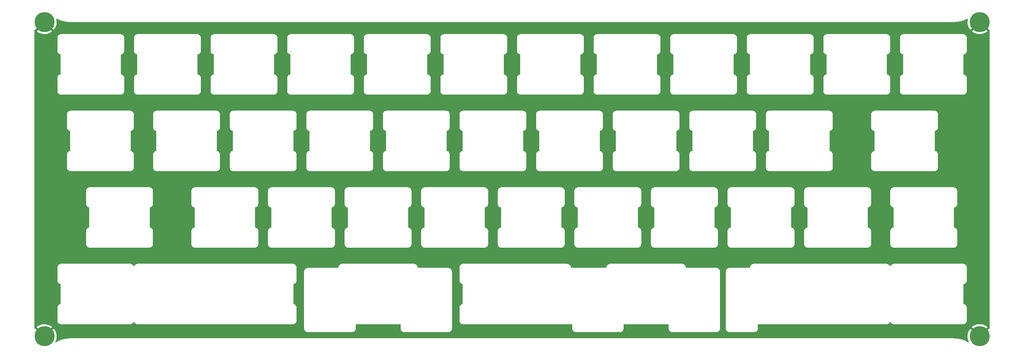
<source format=gbr>
%TF.GenerationSoftware,KiCad,Pcbnew,(5.99.0-10540-g55c1d814f9)*%
%TF.CreationDate,2021-05-27T21:21:44+02:00*%
%TF.ProjectId,plate-top,706c6174-652d-4746-9f70-2e6b69636164,1.0*%
%TF.SameCoordinates,Original*%
%TF.FileFunction,Copper,L1,Top*%
%TF.FilePolarity,Positive*%
%FSLAX46Y46*%
G04 Gerber Fmt 4.6, Leading zero omitted, Abs format (unit mm)*
G04 Created by KiCad (PCBNEW (5.99.0-10540-g55c1d814f9)) date 2021-05-27 21:21:44*
%MOMM*%
%LPD*%
G01*
G04 APERTURE LIST*
%TA.AperFunction,ComponentPad*%
%ADD10C,5.000000*%
%TD*%
G04 APERTURE END LIST*
D10*
%TO.P,H2,1,1*%
%TO.N,GND*%
X33460000Y-141880000D03*
%TD*%
%TO.P,H4,1,1*%
%TO.N,GND*%
X266060000Y-141870000D03*
%TD*%
%TO.P,H3,1,1*%
%TO.N,GND*%
X266060000Y-63670000D03*
%TD*%
%TO.P,H1,1,1*%
%TO.N,GND*%
X33460000Y-63670000D03*
%TD*%
%TA.AperFunction,Conductor*%
%TO.N,GND*%
G36*
X263080149Y-62836474D02*
G01*
X263125800Y-62890848D01*
X263133767Y-62966949D01*
X263080060Y-63226288D01*
X263078998Y-63233479D01*
X263048810Y-63571737D01*
X263048582Y-63578991D01*
X263057472Y-63918496D01*
X263058078Y-63925712D01*
X263105931Y-64261944D01*
X263107365Y-64269055D01*
X263193548Y-64597565D01*
X263195784Y-64604445D01*
X263319154Y-64920872D01*
X263322169Y-64927459D01*
X263481093Y-65227616D01*
X263484839Y-65233801D01*
X263677206Y-65513697D01*
X263681651Y-65519426D01*
X263748812Y-65596415D01*
X263761986Y-65604819D01*
X263771838Y-65598951D01*
X264544988Y-64825801D01*
X264607300Y-64791775D01*
X264678115Y-64796840D01*
X264728072Y-64831467D01*
X264728196Y-64831633D01*
X264731515Y-64834923D01*
X264731518Y-64834926D01*
X264904168Y-65006076D01*
X264938464Y-65068239D01*
X264933709Y-65139076D01*
X264904557Y-65184654D01*
X264131544Y-65957667D01*
X264123930Y-65971611D01*
X264123948Y-65971862D01*
X264129864Y-65980609D01*
X264161176Y-66009100D01*
X264166800Y-66013655D01*
X264442604Y-66211840D01*
X264448734Y-66215730D01*
X264745478Y-66380895D01*
X264751998Y-66384047D01*
X265065770Y-66514016D01*
X265072621Y-66516402D01*
X265399233Y-66609440D01*
X265406322Y-66611024D01*
X265741475Y-66665908D01*
X265748683Y-66666665D01*
X266087924Y-66682664D01*
X266095174Y-66682588D01*
X266433998Y-66659490D01*
X266441207Y-66658579D01*
X266775136Y-66596689D01*
X266782166Y-66594962D01*
X267106770Y-66495101D01*
X267113583Y-66492567D01*
X267424550Y-66356061D01*
X267431005Y-66352773D01*
X267724229Y-66181427D01*
X267730278Y-66177408D01*
X267988758Y-65983335D01*
X267997212Y-65972008D01*
X267990467Y-65959678D01*
X267211897Y-65181108D01*
X267177871Y-65118796D01*
X267182936Y-65047981D01*
X267219580Y-64995846D01*
X267252486Y-64967989D01*
X267294452Y-64932462D01*
X267386671Y-64827306D01*
X267446624Y-64789278D01*
X267517620Y-64789700D01*
X267570498Y-64821288D01*
X268346200Y-65596990D01*
X268360140Y-65604602D01*
X268368398Y-65604011D01*
X268419142Y-65586624D01*
X268488086Y-65603575D01*
X268536920Y-65655108D01*
X268550749Y-65712499D01*
X268550749Y-139824779D01*
X268530747Y-139892900D01*
X268477091Y-139939393D01*
X268406817Y-139949497D01*
X268360350Y-139933078D01*
X268360109Y-139932935D01*
X268359503Y-139932956D01*
X268351022Y-139938189D01*
X267567586Y-140721625D01*
X267505274Y-140755651D01*
X267434459Y-140750586D01*
X267379542Y-140710537D01*
X267361463Y-140687604D01*
X267361457Y-140687598D01*
X267358569Y-140683934D01*
X267224537Y-140557850D01*
X267210128Y-140544295D01*
X267174216Y-140483051D01*
X267177116Y-140412113D01*
X267207365Y-140363425D01*
X267987008Y-139583781D01*
X267994397Y-139570250D01*
X267987608Y-139560546D01*
X267884417Y-139472412D01*
X267878645Y-139468031D01*
X267596746Y-139278603D01*
X267590525Y-139274923D01*
X267288718Y-139119150D01*
X267282107Y-139116207D01*
X266964410Y-138996159D01*
X266957484Y-138993988D01*
X266628096Y-138911252D01*
X266620986Y-138909896D01*
X266284269Y-138865565D01*
X266277031Y-138865034D01*
X265937471Y-138859700D01*
X265930209Y-138860004D01*
X265592271Y-138893735D01*
X265585123Y-138894867D01*
X265253290Y-138967218D01*
X265246312Y-138969166D01*
X264924997Y-139079177D01*
X264918290Y-139081914D01*
X264611754Y-139228125D01*
X264605396Y-139231620D01*
X264317711Y-139412085D01*
X264311783Y-139416298D01*
X264133671Y-139558992D01*
X264125201Y-139571117D01*
X264131595Y-139582384D01*
X264912354Y-140363144D01*
X264946379Y-140425456D01*
X264941314Y-140496272D01*
X264907159Y-140546242D01*
X264803478Y-140638781D01*
X264790553Y-140650317D01*
X264741108Y-140709769D01*
X264738359Y-140713074D01*
X264679422Y-140752658D01*
X264608440Y-140754095D01*
X264552390Y-140721600D01*
X263772444Y-139941654D01*
X263759651Y-139934668D01*
X263748898Y-139942531D01*
X263588114Y-140147587D01*
X263583982Y-140153532D01*
X263406531Y-140443108D01*
X263403101Y-140449504D01*
X263260114Y-140757543D01*
X263257443Y-140764288D01*
X263150804Y-141086733D01*
X263148928Y-141093736D01*
X263080060Y-141426287D01*
X263078998Y-141433479D01*
X263048810Y-141771737D01*
X263048582Y-141778991D01*
X263057472Y-142118496D01*
X263058078Y-142125712D01*
X263105931Y-142461944D01*
X263107365Y-142469055D01*
X263193548Y-142797565D01*
X263195784Y-142804445D01*
X263319154Y-143120872D01*
X263322175Y-143127473D01*
X263358992Y-143197007D01*
X263373191Y-143266569D01*
X263347528Y-143332765D01*
X263290150Y-143374578D01*
X263219275Y-143378732D01*
X263181160Y-143363002D01*
X263172184Y-143357427D01*
X263163958Y-143352318D01*
X263160018Y-143349766D01*
X263140941Y-143336897D01*
X263136909Y-143334943D01*
X263133023Y-143332706D01*
X263133031Y-143332692D01*
X263127107Y-143329428D01*
X263081816Y-143301297D01*
X263002865Y-143252258D01*
X262995318Y-143246967D01*
X262992441Y-143245042D01*
X262988614Y-143242027D01*
X262975966Y-143234908D01*
X262967286Y-143230022D01*
X262962612Y-143227256D01*
X262948397Y-143218427D01*
X262948392Y-143218424D01*
X262944587Y-143216061D01*
X262940485Y-143214261D01*
X262939872Y-143213938D01*
X262929591Y-143208805D01*
X262791895Y-143131302D01*
X262780807Y-143124253D01*
X262780590Y-143124122D01*
X262776628Y-143121294D01*
X262772285Y-143119113D01*
X262772279Y-143119109D01*
X262755940Y-143110903D01*
X262750691Y-143108110D01*
X262745123Y-143104976D01*
X262733292Y-143098317D01*
X262729126Y-143096699D01*
X262729115Y-143096694D01*
X262728244Y-143096356D01*
X262717304Y-143091497D01*
X262565001Y-143015000D01*
X262553555Y-143008481D01*
X262552981Y-143008113D01*
X262552974Y-143008109D01*
X262548881Y-143005485D01*
X262544432Y-143003521D01*
X262544422Y-143003516D01*
X262528431Y-142996458D01*
X262522756Y-142993783D01*
X262509689Y-142987220D01*
X262509682Y-142987217D01*
X262505678Y-142985206D01*
X262499823Y-142983245D01*
X262488978Y-142979046D01*
X262320809Y-142904823D01*
X262309195Y-142898961D01*
X262304050Y-142896022D01*
X262283520Y-142888186D01*
X262277585Y-142885745D01*
X262273002Y-142883722D01*
X262260449Y-142878182D01*
X262254157Y-142876417D01*
X262243253Y-142872816D01*
X262057980Y-142802098D01*
X262046084Y-142796837D01*
X262040807Y-142794169D01*
X262036176Y-142792667D01*
X262036171Y-142792665D01*
X262019912Y-142787392D01*
X262013859Y-142785257D01*
X261996348Y-142778573D01*
X261989982Y-142777134D01*
X261978898Y-142774090D01*
X261974976Y-142772818D01*
X261775182Y-142708019D01*
X261762891Y-142703310D01*
X261762241Y-142703021D01*
X261757792Y-142701044D01*
X261753098Y-142699777D01*
X261753090Y-142699774D01*
X261736281Y-142695237D01*
X261730242Y-142693444D01*
X261716354Y-142688939D01*
X261716346Y-142688937D01*
X261712091Y-142687557D01*
X261706347Y-142686563D01*
X261705966Y-142686497D01*
X261694610Y-142683987D01*
X261470964Y-142623613D01*
X261458250Y-142619445D01*
X261458101Y-142619387D01*
X261458095Y-142619385D01*
X261453554Y-142617624D01*
X261446032Y-142615977D01*
X261431210Y-142612732D01*
X261425323Y-142611294D01*
X261406339Y-142606169D01*
X261400694Y-142605480D01*
X261389022Y-142603494D01*
X261143835Y-142549810D01*
X261132473Y-142546667D01*
X261131171Y-142546339D01*
X261126553Y-142544786D01*
X261103223Y-142540785D01*
X261097589Y-142539685D01*
X261077647Y-142535319D01*
X261072910Y-142534971D01*
X261072708Y-142534956D01*
X261060643Y-142533482D01*
X260792158Y-142487439D01*
X260783365Y-142485421D01*
X260779806Y-142484684D01*
X260775132Y-142483333D01*
X260750802Y-142480229D01*
X260745453Y-142479429D01*
X260745430Y-142479425D01*
X260724462Y-142475829D01*
X260719990Y-142475705D01*
X260719188Y-142475626D01*
X260707866Y-142474750D01*
X260703822Y-142474234D01*
X260414199Y-142437279D01*
X260407081Y-142435953D01*
X260407075Y-142435986D01*
X260402265Y-142435189D01*
X260397543Y-142434027D01*
X260372127Y-142431812D01*
X260367175Y-142431280D01*
X260349560Y-142429032D01*
X260349552Y-142429032D01*
X260345112Y-142428465D01*
X260340634Y-142428534D01*
X260337447Y-142428356D01*
X260329009Y-142428054D01*
X260191269Y-142416051D01*
X260143276Y-142411868D01*
X260127730Y-142410513D01*
X260008203Y-142400096D01*
X260001551Y-142399121D01*
X260001539Y-142399218D01*
X259996711Y-142398601D01*
X259991945Y-142397613D01*
X259987084Y-142397370D01*
X259987083Y-142397370D01*
X259965571Y-142396295D01*
X259960920Y-142395976D01*
X259942288Y-142394352D01*
X259942284Y-142394352D01*
X259937822Y-142393963D01*
X259933348Y-142394211D01*
X259928855Y-142394140D01*
X259928855Y-142394110D01*
X259922226Y-142394128D01*
X259572252Y-142376636D01*
X259566098Y-142375955D01*
X259566083Y-142376119D01*
X259561240Y-142375667D01*
X259556439Y-142374841D01*
X259538404Y-142374555D01*
X259529109Y-142374407D01*
X259524820Y-142374266D01*
X259510216Y-142373536D01*
X259500730Y-142373062D01*
X259496264Y-142373475D01*
X259491786Y-142373570D01*
X259491784Y-142373482D01*
X259485675Y-142373717D01*
X259438907Y-142372974D01*
X259286490Y-142370553D01*
X259103425Y-142367645D01*
X259099997Y-142367485D01*
X259096884Y-142367000D01*
X259063753Y-142367000D01*
X259061752Y-142366984D01*
X259036396Y-142366581D01*
X259036392Y-142366581D01*
X259031908Y-142366510D01*
X259028804Y-142366904D01*
X259025339Y-142367000D01*
X40495375Y-142367000D01*
X40491944Y-142366895D01*
X40488813Y-142366458D01*
X40483948Y-142366535D01*
X40483944Y-142366535D01*
X40455699Y-142366984D01*
X40453698Y-142367000D01*
X40423837Y-142367000D01*
X40420739Y-142367443D01*
X40417274Y-142367594D01*
X40180753Y-142371351D01*
X40035892Y-142373652D01*
X40029698Y-142373379D01*
X40029694Y-142373542D01*
X40024830Y-142373409D01*
X40019986Y-142372901D01*
X40015124Y-142373144D01*
X40015123Y-142373144D01*
X39992671Y-142374266D01*
X39988384Y-142374407D01*
X39980631Y-142374530D01*
X39964281Y-142374790D01*
X39959846Y-142375497D01*
X39955390Y-142375886D01*
X39955382Y-142375799D01*
X39949302Y-142376433D01*
X39756993Y-142386045D01*
X39599334Y-142393925D01*
X39592614Y-142393866D01*
X39592615Y-142393964D01*
X39587742Y-142394011D01*
X39582886Y-142393683D01*
X39578033Y-142394106D01*
X39556573Y-142395976D01*
X39551923Y-142396295D01*
X39545003Y-142396641D01*
X39528771Y-142397452D01*
X39524372Y-142398308D01*
X39519921Y-142398849D01*
X39519918Y-142398820D01*
X39513344Y-142399743D01*
X39343707Y-142414527D01*
X39192552Y-142427700D01*
X39185310Y-142427915D01*
X39185312Y-142427950D01*
X39180450Y-142428191D01*
X39175582Y-142428057D01*
X39170756Y-142428673D01*
X39170750Y-142428673D01*
X39150336Y-142431278D01*
X39145333Y-142431815D01*
X39123165Y-142433747D01*
X39118796Y-142434766D01*
X39115648Y-142435268D01*
X39107344Y-142436763D01*
X38909996Y-142461944D01*
X38813675Y-142474234D01*
X38804736Y-142474871D01*
X38801082Y-142475210D01*
X38796212Y-142475285D01*
X38791414Y-142476108D01*
X38791412Y-142476108D01*
X38772069Y-142479425D01*
X38766724Y-142480225D01*
X38763368Y-142480653D01*
X38750004Y-142482358D01*
X38750001Y-142482359D01*
X38745562Y-142482925D01*
X38741236Y-142484119D01*
X38740452Y-142484276D01*
X38729374Y-142486747D01*
X38460902Y-142532789D01*
X38449156Y-142534152D01*
X38447859Y-142534333D01*
X38442998Y-142534630D01*
X38419893Y-142539689D01*
X38414255Y-142540789D01*
X38394121Y-142544242D01*
X38389398Y-142545766D01*
X38377673Y-142548932D01*
X38282897Y-142569684D01*
X38132479Y-142602618D01*
X38119269Y-142604781D01*
X38114269Y-142605329D01*
X38092173Y-142611294D01*
X38092166Y-142611296D01*
X38086291Y-142612731D01*
X38067091Y-142616935D01*
X38061785Y-142618918D01*
X38050510Y-142622540D01*
X37826852Y-142682917D01*
X37813986Y-142685678D01*
X37808472Y-142686563D01*
X37803843Y-142688064D01*
X37803844Y-142688064D01*
X37787258Y-142693443D01*
X37781231Y-142695232D01*
X37767153Y-142699033D01*
X37767148Y-142699035D01*
X37762817Y-142700204D01*
X37758694Y-142701976D01*
X37757097Y-142702662D01*
X37746225Y-142706751D01*
X37542520Y-142772818D01*
X37529944Y-142776190D01*
X37528916Y-142776409D01*
X37528912Y-142776410D01*
X37524160Y-142777424D01*
X37504294Y-142785007D01*
X37503639Y-142785257D01*
X37497586Y-142787392D01*
X37479755Y-142793175D01*
X37475740Y-142795144D01*
X37475734Y-142795146D01*
X37473881Y-142796055D01*
X37463353Y-142800633D01*
X37278100Y-142871344D01*
X37265709Y-142875353D01*
X37264705Y-142875621D01*
X37264686Y-142875628D01*
X37259997Y-142876881D01*
X37255549Y-142878844D01*
X37255538Y-142878848D01*
X37239898Y-142885751D01*
X37234001Y-142888177D01*
X37216459Y-142894873D01*
X37212544Y-142897047D01*
X37212533Y-142897052D01*
X37210736Y-142898050D01*
X37200457Y-142903159D01*
X37032281Y-142977386D01*
X37019969Y-142982066D01*
X37014699Y-142983760D01*
X37010356Y-142985942D01*
X37010352Y-142985943D01*
X36994740Y-142993784D01*
X36989065Y-142996459D01*
X36975666Y-143002373D01*
X36975655Y-143002379D01*
X36971565Y-143004184D01*
X36967767Y-143006554D01*
X36967765Y-143006555D01*
X36966317Y-143007458D01*
X36956171Y-143013156D01*
X36952500Y-143015000D01*
X36818040Y-143082535D01*
X36803846Y-143089664D01*
X36791797Y-143094926D01*
X36791570Y-143095032D01*
X36787014Y-143096737D01*
X36772376Y-143104976D01*
X36766815Y-143108106D01*
X36761582Y-143110891D01*
X36743749Y-143119848D01*
X36739307Y-143122938D01*
X36729186Y-143129285D01*
X36591470Y-143206800D01*
X36583184Y-143210874D01*
X36580126Y-143212461D01*
X36575648Y-143214361D01*
X36571512Y-143216930D01*
X36571510Y-143216931D01*
X36554878Y-143227261D01*
X36550204Y-143230026D01*
X36535606Y-143238243D01*
X36535596Y-143238250D01*
X36531692Y-143240447D01*
X36528135Y-143243179D01*
X36527549Y-143243566D01*
X36518127Y-143250088D01*
X36393840Y-143327286D01*
X36387827Y-143330551D01*
X36387868Y-143330623D01*
X36383625Y-143333031D01*
X36379228Y-143335096D01*
X36375202Y-143337812D01*
X36375200Y-143337813D01*
X36357511Y-143349746D01*
X36353536Y-143352320D01*
X36345313Y-143357428D01*
X36276896Y-143376382D01*
X36209090Y-143355338D01*
X36163425Y-143300977D01*
X36154399Y-143230556D01*
X36166262Y-143193783D01*
X36223567Y-143079843D01*
X36226440Y-143073205D01*
X36343156Y-142754264D01*
X36345251Y-142747323D01*
X36424533Y-142417088D01*
X36425818Y-142409945D01*
X36466717Y-142071985D01*
X36467143Y-142066377D01*
X36472912Y-141882797D01*
X36472839Y-141877204D01*
X36453241Y-141537314D01*
X36452409Y-141530125D01*
X36394017Y-141195552D01*
X36392362Y-141188497D01*
X36295906Y-140862868D01*
X36293450Y-140856044D01*
X36160202Y-140543648D01*
X36156981Y-140537160D01*
X35988711Y-140242154D01*
X35984770Y-140236084D01*
X35783708Y-139962371D01*
X35779080Y-139956777D01*
X35773761Y-139951054D01*
X35760108Y-139942935D01*
X35759502Y-139942956D01*
X35751024Y-139948187D01*
X34971993Y-140727217D01*
X34909681Y-140761242D01*
X34838865Y-140756177D01*
X34783947Y-140716125D01*
X34761465Y-140687605D01*
X34761458Y-140687597D01*
X34758570Y-140683934D01*
X34615280Y-140549140D01*
X34579368Y-140487897D01*
X34582268Y-140416960D01*
X34612518Y-140368271D01*
X35387004Y-139593785D01*
X35394396Y-139580248D01*
X35387609Y-139570548D01*
X35284417Y-139482412D01*
X35278645Y-139478031D01*
X34996746Y-139288603D01*
X34990525Y-139284923D01*
X34688718Y-139129150D01*
X34682107Y-139126207D01*
X34364410Y-139006159D01*
X34357484Y-139003988D01*
X34028096Y-138921252D01*
X34020986Y-138919896D01*
X33684269Y-138875565D01*
X33677031Y-138875034D01*
X33337471Y-138869700D01*
X33330209Y-138870004D01*
X32992271Y-138903735D01*
X32985123Y-138904867D01*
X32653290Y-138977218D01*
X32646312Y-138979166D01*
X32324997Y-139089177D01*
X32318290Y-139091914D01*
X32011754Y-139238125D01*
X32005396Y-139241620D01*
X31717711Y-139422085D01*
X31711783Y-139426298D01*
X31533671Y-139568992D01*
X31525201Y-139581117D01*
X31531596Y-139592385D01*
X32307071Y-140367860D01*
X32341097Y-140430172D01*
X32336032Y-140500987D01*
X32301877Y-140550957D01*
X32266623Y-140582423D01*
X32203894Y-140638411D01*
X32190554Y-140650317D01*
X32135823Y-140716125D01*
X32133819Y-140718534D01*
X32074882Y-140758118D01*
X32003900Y-140759555D01*
X31947850Y-140727060D01*
X31172444Y-139951654D01*
X31158500Y-139944040D01*
X31152510Y-139944468D01*
X31100330Y-139963267D01*
X31031129Y-139947399D01*
X30981493Y-139896637D01*
X30966750Y-139837495D01*
X30966750Y-128022008D01*
X36668284Y-128022008D01*
X36673927Y-128057041D01*
X36674766Y-128063222D01*
X36674780Y-128063349D01*
X36674955Y-128067838D01*
X36675764Y-128072252D01*
X36680596Y-128098629D01*
X36681055Y-128101296D01*
X36682048Y-128107458D01*
X36686512Y-128135171D01*
X36687907Y-128139463D01*
X36689162Y-128145377D01*
X36693450Y-128168780D01*
X36695068Y-128177610D01*
X36699098Y-128185629D01*
X36699100Y-128185635D01*
X36705579Y-128198526D01*
X36712829Y-128216166D01*
X36714079Y-128220011D01*
X36725464Y-128255051D01*
X36729379Y-128270270D01*
X36735340Y-128301371D01*
X36739438Y-128309362D01*
X36766296Y-128361736D01*
X36767281Y-128363699D01*
X36769554Y-128368328D01*
X36797203Y-128424640D01*
X36803265Y-128431267D01*
X36821076Y-128450738D01*
X36830043Y-128461722D01*
X36861742Y-128505353D01*
X36870166Y-128518615D01*
X36881113Y-128538485D01*
X36885448Y-128546354D01*
X36896787Y-128557633D01*
X36933549Y-128594202D01*
X36935036Y-128595706D01*
X36982365Y-128644462D01*
X36990170Y-128648887D01*
X36990174Y-128648890D01*
X37013147Y-128661914D01*
X37025063Y-128669586D01*
X37068697Y-128701287D01*
X37080802Y-128711293D01*
X37103904Y-128732949D01*
X37164518Y-128763634D01*
X37166300Y-128764555D01*
X37226407Y-128796313D01*
X37235200Y-128798110D01*
X37261071Y-128803397D01*
X37274779Y-128807013D01*
X37313739Y-128819672D01*
X37332754Y-128827623D01*
X37350151Y-128836634D01*
X37358961Y-128838360D01*
X37358962Y-128838360D01*
X37373972Y-128841300D01*
X37436977Y-128874025D01*
X37472288Y-128935617D01*
X37475750Y-128964950D01*
X37475750Y-133734391D01*
X37455748Y-133802512D01*
X37402092Y-133849005D01*
X37372459Y-133858328D01*
X37364970Y-133859700D01*
X37364969Y-133859700D01*
X37356140Y-133861318D01*
X37348117Y-133865350D01*
X37348114Y-133865351D01*
X37335223Y-133871829D01*
X37317584Y-133879079D01*
X37278699Y-133891714D01*
X37263480Y-133895628D01*
X37241199Y-133899899D01*
X37241195Y-133899900D01*
X37232379Y-133901590D01*
X37224393Y-133905685D01*
X37224391Y-133905686D01*
X37171993Y-133932557D01*
X37170029Y-133933543D01*
X37154218Y-133941306D01*
X37109111Y-133963453D01*
X37085737Y-133984834D01*
X37083005Y-133987333D01*
X37072032Y-133996290D01*
X37028393Y-134027996D01*
X37015140Y-134036414D01*
X36987396Y-134051698D01*
X36960204Y-134079034D01*
X36939548Y-134099799D01*
X36938044Y-134101286D01*
X36889288Y-134148615D01*
X36884863Y-134156420D01*
X36884860Y-134156424D01*
X36871836Y-134179397D01*
X36864165Y-134191313D01*
X36846774Y-134215250D01*
X36832469Y-134234939D01*
X36822459Y-134247049D01*
X36800801Y-134270153D01*
X36796748Y-134278159D01*
X36796746Y-134278162D01*
X36770144Y-134330713D01*
X36769179Y-134332581D01*
X36737437Y-134392657D01*
X36735640Y-134401450D01*
X36730353Y-134427321D01*
X36726737Y-134441029D01*
X36714078Y-134479989D01*
X36706127Y-134499004D01*
X36697116Y-134516401D01*
X36690675Y-134549283D01*
X36690300Y-134551199D01*
X36688945Y-134557310D01*
X36688912Y-134557443D01*
X36687525Y-134561711D01*
X36682172Y-134592542D01*
X36681679Y-134595209D01*
X36675082Y-134628886D01*
X36674906Y-134633394D01*
X36674037Y-134639385D01*
X36669969Y-134662817D01*
X36668433Y-134671665D01*
X36671063Y-134694924D01*
X36671764Y-134713986D01*
X36670982Y-134734039D01*
X36669779Y-134764900D01*
X36670241Y-134769356D01*
X36675079Y-134816036D01*
X36675750Y-134829026D01*
X36675750Y-137871971D01*
X36674911Y-137886489D01*
X36669652Y-137931825D01*
X36670093Y-137943142D01*
X36671607Y-137981973D01*
X36670723Y-138002562D01*
X36668284Y-138022008D01*
X36673927Y-138057041D01*
X36674766Y-138063222D01*
X36674780Y-138063349D01*
X36674955Y-138067838D01*
X36675764Y-138072252D01*
X36680596Y-138098629D01*
X36681055Y-138101296D01*
X36682048Y-138107458D01*
X36686512Y-138135171D01*
X36687907Y-138139463D01*
X36689162Y-138145377D01*
X36690021Y-138150066D01*
X36695068Y-138177610D01*
X36699098Y-138185629D01*
X36699100Y-138185635D01*
X36705579Y-138198526D01*
X36712829Y-138216166D01*
X36714079Y-138220011D01*
X36725464Y-138255051D01*
X36729379Y-138270270D01*
X36735340Y-138301371D01*
X36747929Y-138325919D01*
X36766296Y-138361736D01*
X36767281Y-138363699D01*
X36793244Y-138416577D01*
X36797203Y-138424640D01*
X36803265Y-138431267D01*
X36821076Y-138450738D01*
X36830043Y-138461722D01*
X36861742Y-138505353D01*
X36870166Y-138518615D01*
X36879205Y-138535021D01*
X36885448Y-138546354D01*
X36896787Y-138557633D01*
X36933549Y-138594202D01*
X36935036Y-138595706D01*
X36982365Y-138644462D01*
X36990170Y-138648887D01*
X36990174Y-138648890D01*
X37013147Y-138661914D01*
X37025063Y-138669586D01*
X37068697Y-138701287D01*
X37080802Y-138711293D01*
X37103904Y-138732949D01*
X37164518Y-138763634D01*
X37166300Y-138764555D01*
X37226407Y-138796313D01*
X37235200Y-138798110D01*
X37261071Y-138803397D01*
X37274779Y-138807013D01*
X37313739Y-138819672D01*
X37332754Y-138827623D01*
X37350151Y-138836634D01*
X37384949Y-138843450D01*
X37391060Y-138844805D01*
X37391193Y-138844838D01*
X37395461Y-138846225D01*
X37426292Y-138851578D01*
X37428959Y-138852071D01*
X37457867Y-138857734D01*
X37457870Y-138857734D01*
X37462636Y-138858668D01*
X37467144Y-138858844D01*
X37473135Y-138859713D01*
X37496567Y-138863781D01*
X37496568Y-138863781D01*
X37505415Y-138865317D01*
X37528680Y-138862687D01*
X37547736Y-138861986D01*
X37572217Y-138862940D01*
X37598650Y-138863971D01*
X37648166Y-138858839D01*
X37649787Y-138858671D01*
X37662776Y-138858000D01*
X54686971Y-138858000D01*
X54701489Y-138858839D01*
X54746825Y-138864098D01*
X54774084Y-138863035D01*
X54796973Y-138862143D01*
X54817562Y-138863027D01*
X54824587Y-138863908D01*
X54837008Y-138865466D01*
X54872041Y-138859823D01*
X54878222Y-138858984D01*
X54878349Y-138858970D01*
X54882838Y-138858795D01*
X54899460Y-138855750D01*
X54913629Y-138853154D01*
X54916296Y-138852695D01*
X54924880Y-138851312D01*
X54950171Y-138847238D01*
X54954463Y-138845843D01*
X54960377Y-138844588D01*
X54983780Y-138840300D01*
X54983781Y-138840300D01*
X54992610Y-138838682D01*
X55000629Y-138834652D01*
X55000635Y-138834650D01*
X55013526Y-138828171D01*
X55031166Y-138820921D01*
X55070056Y-138808285D01*
X55085270Y-138804371D01*
X55095094Y-138802488D01*
X55116371Y-138798410D01*
X55176756Y-138767444D01*
X55178699Y-138766469D01*
X55231577Y-138740506D01*
X55231578Y-138740506D01*
X55239640Y-138736547D01*
X55265738Y-138712674D01*
X55276722Y-138703707D01*
X55320353Y-138672008D01*
X55333615Y-138663584D01*
X55353485Y-138652637D01*
X55361354Y-138648302D01*
X55409208Y-138600195D01*
X55410706Y-138598714D01*
X55459462Y-138551385D01*
X55463887Y-138543580D01*
X55463890Y-138543576D01*
X55476914Y-138520603D01*
X55484587Y-138508685D01*
X55497288Y-138491203D01*
X55516287Y-138465053D01*
X55526296Y-138452944D01*
X55528364Y-138450738D01*
X55547949Y-138429846D01*
X55578631Y-138369237D01*
X55579588Y-138367388D01*
X55588105Y-138351268D01*
X55637613Y-138300381D01*
X55706773Y-138284338D01*
X55773628Y-138308234D01*
X55811626Y-138352630D01*
X55816294Y-138361732D01*
X55817281Y-138363699D01*
X55843244Y-138416577D01*
X55847203Y-138424640D01*
X55853265Y-138431267D01*
X55871076Y-138450738D01*
X55880043Y-138461722D01*
X55911742Y-138505353D01*
X55920166Y-138518615D01*
X55929205Y-138535021D01*
X55935448Y-138546354D01*
X55946787Y-138557633D01*
X55983549Y-138594202D01*
X55985036Y-138595706D01*
X56032365Y-138644462D01*
X56040170Y-138648887D01*
X56040174Y-138648890D01*
X56063147Y-138661914D01*
X56075063Y-138669586D01*
X56118697Y-138701287D01*
X56130802Y-138711293D01*
X56153904Y-138732949D01*
X56214518Y-138763634D01*
X56216300Y-138764555D01*
X56276407Y-138796313D01*
X56285200Y-138798110D01*
X56311071Y-138803397D01*
X56324779Y-138807013D01*
X56363739Y-138819672D01*
X56382754Y-138827623D01*
X56400151Y-138836634D01*
X56434949Y-138843450D01*
X56441060Y-138844805D01*
X56441193Y-138844838D01*
X56445461Y-138846225D01*
X56476292Y-138851578D01*
X56478959Y-138852071D01*
X56507867Y-138857734D01*
X56507870Y-138857734D01*
X56512636Y-138858668D01*
X56517144Y-138858844D01*
X56523135Y-138859713D01*
X56546567Y-138863781D01*
X56546568Y-138863781D01*
X56555415Y-138865317D01*
X56578680Y-138862687D01*
X56597736Y-138861986D01*
X56622217Y-138862940D01*
X56648650Y-138863971D01*
X56698166Y-138858839D01*
X56699787Y-138858671D01*
X56712776Y-138858000D01*
X95168221Y-138858000D01*
X95182739Y-138858839D01*
X95228075Y-138864098D01*
X95255334Y-138863035D01*
X95278223Y-138862143D01*
X95298812Y-138863027D01*
X95305837Y-138863908D01*
X95318258Y-138865466D01*
X95353291Y-138859823D01*
X95359472Y-138858984D01*
X95359599Y-138858970D01*
X95364088Y-138858795D01*
X95380710Y-138855750D01*
X95394879Y-138853154D01*
X95397546Y-138852695D01*
X95406130Y-138851312D01*
X95431421Y-138847238D01*
X95435713Y-138845843D01*
X95441627Y-138844588D01*
X95465030Y-138840300D01*
X95465031Y-138840300D01*
X95473860Y-138838682D01*
X95481879Y-138834652D01*
X95481885Y-138834650D01*
X95494776Y-138828171D01*
X95512416Y-138820921D01*
X95551306Y-138808285D01*
X95566520Y-138804371D01*
X95576344Y-138802488D01*
X95597621Y-138798410D01*
X95658006Y-138767444D01*
X95659949Y-138766469D01*
X95712827Y-138740506D01*
X95712828Y-138740506D01*
X95720890Y-138736547D01*
X95746988Y-138712674D01*
X95757972Y-138703707D01*
X95801603Y-138672008D01*
X95814865Y-138663584D01*
X95834735Y-138652637D01*
X95842604Y-138648302D01*
X95890458Y-138600195D01*
X95891956Y-138598714D01*
X95940712Y-138551385D01*
X95945137Y-138543580D01*
X95945140Y-138543576D01*
X95958164Y-138520603D01*
X95965837Y-138508685D01*
X95978538Y-138491203D01*
X95997537Y-138465053D01*
X96007546Y-138452944D01*
X96009614Y-138450738D01*
X96029199Y-138429846D01*
X96059884Y-138369232D01*
X96060805Y-138367450D01*
X96092563Y-138307343D01*
X96095016Y-138295342D01*
X96099647Y-138272679D01*
X96103263Y-138258971D01*
X96115922Y-138220011D01*
X96123873Y-138200996D01*
X96128754Y-138191573D01*
X96128755Y-138191572D01*
X96132884Y-138183599D01*
X96139701Y-138148798D01*
X96141055Y-138142690D01*
X96141088Y-138142557D01*
X96142475Y-138138289D01*
X96147829Y-138107451D01*
X96148321Y-138104791D01*
X96153984Y-138075883D01*
X96153984Y-138075880D01*
X96154918Y-138071114D01*
X96155094Y-138066606D01*
X96155963Y-138060615D01*
X96160031Y-138037183D01*
X96160031Y-138037182D01*
X96161567Y-138028335D01*
X96158937Y-138005070D01*
X96158236Y-137986014D01*
X96160046Y-137939581D01*
X96160221Y-137935100D01*
X96154921Y-137883963D01*
X96154250Y-137870974D01*
X96154250Y-134828030D01*
X96155089Y-134813511D01*
X96156714Y-134799500D01*
X96160348Y-134768176D01*
X96158393Y-134718028D01*
X96159277Y-134697438D01*
X96160598Y-134686905D01*
X96161716Y-134677993D01*
X96156072Y-134642954D01*
X96155235Y-134636785D01*
X96155220Y-134636647D01*
X96155045Y-134632162D01*
X96149406Y-134601386D01*
X96148946Y-134598714D01*
X96144261Y-134569628D01*
X96143488Y-134564829D01*
X96142093Y-134560538D01*
X96140837Y-134554619D01*
X96136550Y-134531220D01*
X96136550Y-134531219D01*
X96134932Y-134522390D01*
X96130900Y-134514367D01*
X96130899Y-134514364D01*
X96124421Y-134501473D01*
X96117171Y-134483834D01*
X96104536Y-134444949D01*
X96100622Y-134429730D01*
X96096351Y-134407449D01*
X96096350Y-134407445D01*
X96094660Y-134398629D01*
X96087530Y-134384724D01*
X96063693Y-134338243D01*
X96062707Y-134336279D01*
X96036752Y-134283417D01*
X96032797Y-134275361D01*
X96008917Y-134249255D01*
X95999960Y-134238282D01*
X95968254Y-134194643D01*
X95959836Y-134181390D01*
X95948885Y-134161512D01*
X95944552Y-134153646D01*
X95896445Y-134105792D01*
X95894964Y-134104294D01*
X95847635Y-134055538D01*
X95839830Y-134051113D01*
X95839826Y-134051110D01*
X95816853Y-134038086D01*
X95804935Y-134030413D01*
X95768247Y-134003758D01*
X95761307Y-133998715D01*
X95749197Y-133988706D01*
X95747733Y-133987333D01*
X95726097Y-133967051D01*
X95718091Y-133962998D01*
X95718088Y-133962996D01*
X95665537Y-133936394D01*
X95663669Y-133935429D01*
X95603593Y-133903687D01*
X95585057Y-133899899D01*
X95568929Y-133896603D01*
X95555221Y-133892987D01*
X95516261Y-133880328D01*
X95497246Y-133872377D01*
X95487823Y-133867496D01*
X95487822Y-133867495D01*
X95479849Y-133863366D01*
X95471039Y-133861640D01*
X95471038Y-133861640D01*
X95456028Y-133858700D01*
X95393023Y-133825975D01*
X95357712Y-133764383D01*
X95354250Y-133735050D01*
X95354250Y-128965609D01*
X95374252Y-128897488D01*
X95427908Y-128850995D01*
X95457541Y-128841672D01*
X95465030Y-128840300D01*
X95465031Y-128840300D01*
X95473860Y-128838682D01*
X95481879Y-128834652D01*
X95481885Y-128834650D01*
X95494776Y-128828171D01*
X95512416Y-128820921D01*
X95551306Y-128808285D01*
X95566520Y-128804371D01*
X95571602Y-128803397D01*
X95597621Y-128798410D01*
X95658006Y-128767444D01*
X95659949Y-128766469D01*
X95712827Y-128740506D01*
X95712828Y-128740506D01*
X95720890Y-128736547D01*
X95746988Y-128712674D01*
X95757972Y-128703707D01*
X95801603Y-128672008D01*
X95814865Y-128663584D01*
X95834735Y-128652637D01*
X95842604Y-128648302D01*
X95890458Y-128600195D01*
X95891956Y-128598714D01*
X95940712Y-128551385D01*
X95945137Y-128543580D01*
X95945140Y-128543576D01*
X95958164Y-128520603D01*
X95965837Y-128508685D01*
X95983225Y-128484752D01*
X95997537Y-128465053D01*
X96007546Y-128452944D01*
X96009614Y-128450738D01*
X96029199Y-128429846D01*
X96059884Y-128369232D01*
X96060805Y-128367450D01*
X96092563Y-128307343D01*
X96094360Y-128298550D01*
X96099647Y-128272679D01*
X96103263Y-128258971D01*
X96115922Y-128220011D01*
X96123873Y-128200996D01*
X96128754Y-128191573D01*
X96128755Y-128191572D01*
X96132884Y-128183599D01*
X96139701Y-128148798D01*
X96141055Y-128142690D01*
X96141088Y-128142557D01*
X96142475Y-128138289D01*
X96147829Y-128107451D01*
X96148321Y-128104791D01*
X96153984Y-128075883D01*
X96153984Y-128075880D01*
X96154918Y-128071114D01*
X96155094Y-128066606D01*
X96155963Y-128060615D01*
X96160031Y-128037183D01*
X96160031Y-128037182D01*
X96161567Y-128028335D01*
X96158937Y-128005070D01*
X96158236Y-127986014D01*
X96160046Y-127939581D01*
X96160221Y-127935100D01*
X96154921Y-127883963D01*
X96154250Y-127870974D01*
X96154250Y-125796165D01*
X98023934Y-125796165D01*
X98025408Y-125805021D01*
X98025408Y-125805025D01*
X98025673Y-125806615D01*
X98027336Y-125830753D01*
X98026237Y-125870834D01*
X98026750Y-125875282D01*
X98031170Y-125913607D01*
X98032000Y-125928043D01*
X98032000Y-139772039D01*
X98030985Y-139788003D01*
X98026146Y-139825889D01*
X98026279Y-139830748D01*
X98026279Y-139830753D01*
X98027225Y-139865226D01*
X98025895Y-139882953D01*
X98025695Y-139888680D01*
X98024114Y-139897512D01*
X98025075Y-139906430D01*
X98025075Y-139906432D01*
X98028935Y-139942246D01*
X98029613Y-139952295D01*
X98029731Y-139956583D01*
X98029949Y-139964555D01*
X98033034Y-139982563D01*
X98034115Y-139990316D01*
X98036395Y-140011475D01*
X98039306Y-140022336D01*
X98041792Y-140033680D01*
X98048793Y-140074551D01*
X98052731Y-140082618D01*
X98053444Y-140084079D01*
X98061920Y-140106738D01*
X98065883Y-140121527D01*
X98069726Y-140143487D01*
X98071027Y-140158821D01*
X98084364Y-140193296D01*
X98086626Y-140200228D01*
X98086640Y-140200223D01*
X98088108Y-140204469D01*
X98089268Y-140208797D01*
X98099894Y-140233649D01*
X98101535Y-140237682D01*
X98110627Y-140261182D01*
X98112384Y-140265723D01*
X98114817Y-140269937D01*
X98116918Y-140274327D01*
X98116835Y-140274367D01*
X98120064Y-140280823D01*
X98133142Y-140311410D01*
X98138848Y-140318344D01*
X98145360Y-140326258D01*
X98157186Y-140343322D01*
X98169353Y-140364397D01*
X98178744Y-140384605D01*
X98183973Y-140399088D01*
X98189266Y-140406334D01*
X98189268Y-140406337D01*
X98205780Y-140428940D01*
X98209761Y-140435051D01*
X98209773Y-140435043D01*
X98212284Y-140438755D01*
X98214525Y-140442636D01*
X98217297Y-140446164D01*
X98217297Y-140446165D01*
X98231212Y-140463881D01*
X98233866Y-140467384D01*
X98236207Y-140470588D01*
X98251589Y-140491643D01*
X98255037Y-140495091D01*
X98258196Y-140498780D01*
X98258125Y-140498841D01*
X98262918Y-140504244D01*
X98283462Y-140530398D01*
X98296721Y-140539873D01*
X98299108Y-140541579D01*
X98314944Y-140554998D01*
X98332150Y-140572204D01*
X98346456Y-140589297D01*
X98355257Y-140601936D01*
X98362248Y-140607567D01*
X98362250Y-140607569D01*
X98384046Y-140625124D01*
X98389479Y-140630003D01*
X98389489Y-140629991D01*
X98392868Y-140632921D01*
X98396040Y-140636093D01*
X98399623Y-140638778D01*
X98399626Y-140638781D01*
X98417660Y-140652297D01*
X98421129Y-140654993D01*
X98444524Y-140673836D01*
X98448739Y-140676269D01*
X98452759Y-140679024D01*
X98452706Y-140679101D01*
X98458725Y-140683073D01*
X98485342Y-140703022D01*
X98503354Y-140709774D01*
X98522116Y-140718634D01*
X98536711Y-140727060D01*
X98543194Y-140730803D01*
X98561432Y-140743608D01*
X98573202Y-140753537D01*
X98581413Y-140757167D01*
X98607002Y-140768480D01*
X98613522Y-140771791D01*
X98613528Y-140771778D01*
X98617560Y-140773738D01*
X98621438Y-140775977D01*
X98625589Y-140777641D01*
X98625594Y-140777644D01*
X98646528Y-140786038D01*
X98650578Y-140787745D01*
X98673587Y-140797917D01*
X98673590Y-140797918D01*
X98678037Y-140799884D01*
X98682736Y-140801143D01*
X98687326Y-140802762D01*
X98687295Y-140802849D01*
X98694143Y-140805131D01*
X98716684Y-140814169D01*
X98716687Y-140814170D01*
X98725020Y-140817511D01*
X98742636Y-140819223D01*
X98744153Y-140819370D01*
X98764579Y-140823073D01*
X98779380Y-140827039D01*
X98795980Y-140833365D01*
X98801423Y-140835193D01*
X98809437Y-140839228D01*
X98818264Y-140840851D01*
X98818269Y-140840853D01*
X98853696Y-140847369D01*
X98863512Y-140849583D01*
X98869627Y-140851221D01*
X98875359Y-140852757D01*
X98893492Y-140854935D01*
X98901250Y-140856113D01*
X98922169Y-140859961D01*
X98927032Y-140860094D01*
X98927046Y-140860096D01*
X98933417Y-140860271D01*
X98944983Y-140861122D01*
X98971676Y-140864328D01*
X98986161Y-140866068D01*
X98995017Y-140864594D01*
X98995021Y-140864594D01*
X98996617Y-140864328D01*
X99020755Y-140862665D01*
X99060835Y-140863764D01*
X99103617Y-140858830D01*
X99118052Y-140858000D01*
X109824539Y-140858000D01*
X109840503Y-140859015D01*
X109878389Y-140863854D01*
X109883248Y-140863721D01*
X109883253Y-140863721D01*
X109897989Y-140863317D01*
X109917731Y-140862775D01*
X109935453Y-140864105D01*
X109941180Y-140864305D01*
X109950012Y-140865886D01*
X109958930Y-140864925D01*
X109958932Y-140864925D01*
X109994746Y-140861065D01*
X110004795Y-140860387D01*
X110012573Y-140860174D01*
X110012576Y-140860174D01*
X110017055Y-140860051D01*
X110035063Y-140856966D01*
X110042816Y-140855885D01*
X110051635Y-140854935D01*
X110059142Y-140854126D01*
X110059144Y-140854126D01*
X110063975Y-140853605D01*
X110074845Y-140850692D01*
X110086182Y-140848208D01*
X110118202Y-140842723D01*
X110118203Y-140842723D01*
X110127051Y-140841207D01*
X110136579Y-140836556D01*
X110159238Y-140828080D01*
X110174027Y-140824117D01*
X110195987Y-140820274D01*
X110199936Y-140819939D01*
X110211321Y-140818973D01*
X110245796Y-140805636D01*
X110252728Y-140803374D01*
X110252723Y-140803360D01*
X110256969Y-140801892D01*
X110261297Y-140800732D01*
X110286149Y-140790106D01*
X110290182Y-140788465D01*
X110313682Y-140779373D01*
X110313684Y-140779372D01*
X110318223Y-140777616D01*
X110322437Y-140775183D01*
X110326827Y-140773082D01*
X110326867Y-140773165D01*
X110333323Y-140769936D01*
X110363910Y-140756858D01*
X110378758Y-140744640D01*
X110395818Y-140732817D01*
X110416897Y-140720647D01*
X110437105Y-140711256D01*
X110443146Y-140709075D01*
X110443147Y-140709074D01*
X110451588Y-140706027D01*
X110458834Y-140700734D01*
X110458837Y-140700732D01*
X110481440Y-140684220D01*
X110487551Y-140680239D01*
X110487543Y-140680227D01*
X110491255Y-140677716D01*
X110495136Y-140675475D01*
X110498665Y-140672703D01*
X110516381Y-140658788D01*
X110519884Y-140656134D01*
X110540206Y-140641287D01*
X110544143Y-140638411D01*
X110547591Y-140634963D01*
X110551280Y-140631804D01*
X110551341Y-140631875D01*
X110556744Y-140627082D01*
X110559237Y-140625124D01*
X110582898Y-140606538D01*
X110594079Y-140590892D01*
X110607498Y-140575056D01*
X110624704Y-140557850D01*
X110641797Y-140543544D01*
X110654436Y-140534743D01*
X110677625Y-140505953D01*
X110682503Y-140500521D01*
X110682491Y-140500511D01*
X110685421Y-140497132D01*
X110688593Y-140493960D01*
X110693281Y-140487706D01*
X110704797Y-140472340D01*
X110707493Y-140468871D01*
X110723282Y-140449268D01*
X110723283Y-140449266D01*
X110726336Y-140445476D01*
X110728769Y-140441261D01*
X110731524Y-140437241D01*
X110731601Y-140437294D01*
X110735573Y-140431275D01*
X110755522Y-140404658D01*
X110762274Y-140386646D01*
X110771135Y-140367881D01*
X110783303Y-140346806D01*
X110796108Y-140328568D01*
X110806037Y-140316798D01*
X110820980Y-140282998D01*
X110824291Y-140276478D01*
X110824278Y-140276472D01*
X110826238Y-140272440D01*
X110828477Y-140268562D01*
X110831437Y-140261182D01*
X110838538Y-140243472D01*
X110840245Y-140239422D01*
X110850417Y-140216413D01*
X110850418Y-140216410D01*
X110852384Y-140211963D01*
X110853643Y-140207264D01*
X110855262Y-140202674D01*
X110855349Y-140202705D01*
X110857631Y-140195857D01*
X110866669Y-140173316D01*
X110866670Y-140173313D01*
X110870011Y-140164980D01*
X110871870Y-140145847D01*
X110875573Y-140125421D01*
X110879539Y-140110620D01*
X110885865Y-140094020D01*
X110887693Y-140088577D01*
X110891728Y-140080563D01*
X110893351Y-140071736D01*
X110893353Y-140071731D01*
X110899869Y-140036304D01*
X110902083Y-140026488D01*
X110904094Y-140018981D01*
X110905257Y-140014641D01*
X110907435Y-139996507D01*
X110908615Y-139988739D01*
X110909755Y-139982543D01*
X110912461Y-139967831D01*
X110912594Y-139962968D01*
X110912596Y-139962954D01*
X110912771Y-139956583D01*
X110913622Y-139945017D01*
X110917497Y-139912754D01*
X110918568Y-139903839D01*
X110917094Y-139894983D01*
X110917094Y-139894979D01*
X110916828Y-139893383D01*
X110915165Y-139869244D01*
X110916015Y-139838240D01*
X110916264Y-139829165D01*
X110911330Y-139786383D01*
X110910500Y-139771948D01*
X110910500Y-138984000D01*
X110930502Y-138915879D01*
X110984158Y-138869386D01*
X111036500Y-138858000D01*
X121906000Y-138858000D01*
X121974121Y-138878002D01*
X122020614Y-138931658D01*
X122032000Y-138984000D01*
X122032000Y-139772039D01*
X122030985Y-139788003D01*
X122026146Y-139825889D01*
X122026279Y-139830748D01*
X122026279Y-139830753D01*
X122027225Y-139865226D01*
X122025895Y-139882953D01*
X122025695Y-139888680D01*
X122024114Y-139897512D01*
X122025075Y-139906430D01*
X122025075Y-139906432D01*
X122028935Y-139942246D01*
X122029613Y-139952295D01*
X122029731Y-139956583D01*
X122029949Y-139964555D01*
X122033034Y-139982563D01*
X122034115Y-139990316D01*
X122036395Y-140011475D01*
X122039306Y-140022336D01*
X122041792Y-140033680D01*
X122048793Y-140074551D01*
X122052731Y-140082618D01*
X122053444Y-140084079D01*
X122061920Y-140106738D01*
X122065883Y-140121527D01*
X122069726Y-140143487D01*
X122071027Y-140158821D01*
X122084364Y-140193296D01*
X122086626Y-140200228D01*
X122086640Y-140200223D01*
X122088108Y-140204469D01*
X122089268Y-140208797D01*
X122099894Y-140233649D01*
X122101535Y-140237682D01*
X122110627Y-140261182D01*
X122112384Y-140265723D01*
X122114817Y-140269937D01*
X122116918Y-140274327D01*
X122116835Y-140274367D01*
X122120064Y-140280823D01*
X122133142Y-140311410D01*
X122138848Y-140318344D01*
X122145360Y-140326258D01*
X122157186Y-140343322D01*
X122169353Y-140364397D01*
X122178744Y-140384605D01*
X122183973Y-140399088D01*
X122189266Y-140406334D01*
X122189268Y-140406337D01*
X122205780Y-140428940D01*
X122209761Y-140435051D01*
X122209773Y-140435043D01*
X122212284Y-140438755D01*
X122214525Y-140442636D01*
X122217297Y-140446164D01*
X122217297Y-140446165D01*
X122231212Y-140463881D01*
X122233866Y-140467384D01*
X122236207Y-140470588D01*
X122251589Y-140491643D01*
X122255037Y-140495091D01*
X122258196Y-140498780D01*
X122258125Y-140498841D01*
X122262918Y-140504244D01*
X122283462Y-140530398D01*
X122296721Y-140539873D01*
X122299108Y-140541579D01*
X122314944Y-140554998D01*
X122332150Y-140572204D01*
X122346456Y-140589297D01*
X122355257Y-140601936D01*
X122362248Y-140607567D01*
X122362250Y-140607569D01*
X122384046Y-140625124D01*
X122389479Y-140630003D01*
X122389489Y-140629991D01*
X122392868Y-140632921D01*
X122396040Y-140636093D01*
X122399623Y-140638778D01*
X122399626Y-140638781D01*
X122417660Y-140652297D01*
X122421129Y-140654993D01*
X122444524Y-140673836D01*
X122448739Y-140676269D01*
X122452759Y-140679024D01*
X122452706Y-140679101D01*
X122458725Y-140683073D01*
X122485342Y-140703022D01*
X122503354Y-140709774D01*
X122522116Y-140718634D01*
X122536711Y-140727060D01*
X122543194Y-140730803D01*
X122561432Y-140743608D01*
X122573202Y-140753537D01*
X122581413Y-140757167D01*
X122607002Y-140768480D01*
X122613522Y-140771791D01*
X122613528Y-140771778D01*
X122617560Y-140773738D01*
X122621438Y-140775977D01*
X122625589Y-140777641D01*
X122625594Y-140777644D01*
X122646528Y-140786038D01*
X122650578Y-140787745D01*
X122673587Y-140797917D01*
X122673590Y-140797918D01*
X122678037Y-140799884D01*
X122682736Y-140801143D01*
X122687326Y-140802762D01*
X122687295Y-140802849D01*
X122694143Y-140805131D01*
X122716684Y-140814169D01*
X122716687Y-140814170D01*
X122725020Y-140817511D01*
X122742636Y-140819223D01*
X122744153Y-140819370D01*
X122764579Y-140823073D01*
X122779380Y-140827039D01*
X122795980Y-140833365D01*
X122801423Y-140835193D01*
X122809437Y-140839228D01*
X122818264Y-140840851D01*
X122818269Y-140840853D01*
X122853696Y-140847369D01*
X122863512Y-140849583D01*
X122869627Y-140851221D01*
X122875359Y-140852757D01*
X122893492Y-140854935D01*
X122901250Y-140856113D01*
X122922169Y-140859961D01*
X122927032Y-140860094D01*
X122927046Y-140860096D01*
X122933417Y-140860271D01*
X122944983Y-140861122D01*
X122971676Y-140864328D01*
X122986161Y-140866068D01*
X122995017Y-140864594D01*
X122995021Y-140864594D01*
X122996617Y-140864328D01*
X123020755Y-140862665D01*
X123060835Y-140863764D01*
X123103617Y-140858830D01*
X123118052Y-140858000D01*
X133724538Y-140858000D01*
X133740502Y-140859015D01*
X133778388Y-140863854D01*
X133783247Y-140863721D01*
X133783252Y-140863721D01*
X133797988Y-140863317D01*
X133817730Y-140862775D01*
X133835452Y-140864105D01*
X133841179Y-140864305D01*
X133850011Y-140865886D01*
X133858929Y-140864925D01*
X133858931Y-140864925D01*
X133894745Y-140861065D01*
X133904794Y-140860387D01*
X133912572Y-140860174D01*
X133912575Y-140860174D01*
X133917054Y-140860051D01*
X133935062Y-140856966D01*
X133942815Y-140855885D01*
X133951634Y-140854935D01*
X133959141Y-140854126D01*
X133959143Y-140854126D01*
X133963974Y-140853605D01*
X133974844Y-140850692D01*
X133986181Y-140848208D01*
X134018201Y-140842723D01*
X134018202Y-140842723D01*
X134027050Y-140841207D01*
X134036578Y-140836556D01*
X134059237Y-140828080D01*
X134074026Y-140824117D01*
X134095986Y-140820274D01*
X134099935Y-140819939D01*
X134111320Y-140818973D01*
X134145795Y-140805636D01*
X134152727Y-140803374D01*
X134152722Y-140803360D01*
X134156968Y-140801892D01*
X134161296Y-140800732D01*
X134186148Y-140790106D01*
X134190181Y-140788465D01*
X134213681Y-140779373D01*
X134213683Y-140779372D01*
X134218222Y-140777616D01*
X134222436Y-140775183D01*
X134226826Y-140773082D01*
X134226866Y-140773165D01*
X134233322Y-140769936D01*
X134263909Y-140756858D01*
X134278757Y-140744640D01*
X134295817Y-140732817D01*
X134316896Y-140720647D01*
X134337104Y-140711256D01*
X134343145Y-140709075D01*
X134343146Y-140709074D01*
X134351587Y-140706027D01*
X134358833Y-140700734D01*
X134358836Y-140700732D01*
X134381439Y-140684220D01*
X134387550Y-140680239D01*
X134387542Y-140680227D01*
X134391254Y-140677716D01*
X134395135Y-140675475D01*
X134398664Y-140672703D01*
X134416380Y-140658788D01*
X134419883Y-140656134D01*
X134440205Y-140641287D01*
X134444142Y-140638411D01*
X134447590Y-140634963D01*
X134451279Y-140631804D01*
X134451340Y-140631875D01*
X134456743Y-140627082D01*
X134459236Y-140625124D01*
X134482897Y-140606538D01*
X134494078Y-140590892D01*
X134507497Y-140575056D01*
X134524703Y-140557850D01*
X134541796Y-140543544D01*
X134554435Y-140534743D01*
X134577624Y-140505953D01*
X134582502Y-140500521D01*
X134582490Y-140500511D01*
X134585420Y-140497132D01*
X134588592Y-140493960D01*
X134593280Y-140487706D01*
X134604796Y-140472340D01*
X134607492Y-140468871D01*
X134623281Y-140449268D01*
X134623282Y-140449266D01*
X134626335Y-140445476D01*
X134628768Y-140441261D01*
X134631523Y-140437241D01*
X134631600Y-140437294D01*
X134635572Y-140431275D01*
X134655521Y-140404658D01*
X134662273Y-140386646D01*
X134671134Y-140367881D01*
X134683302Y-140346806D01*
X134696107Y-140328568D01*
X134706036Y-140316798D01*
X134720979Y-140282998D01*
X134724290Y-140276478D01*
X134724277Y-140276472D01*
X134726237Y-140272440D01*
X134728476Y-140268562D01*
X134731436Y-140261182D01*
X134738537Y-140243472D01*
X134740244Y-140239422D01*
X134750416Y-140216413D01*
X134750417Y-140216410D01*
X134752383Y-140211963D01*
X134753642Y-140207264D01*
X134755261Y-140202674D01*
X134755348Y-140202705D01*
X134757630Y-140195857D01*
X134766668Y-140173316D01*
X134766669Y-140173313D01*
X134770010Y-140164980D01*
X134771869Y-140145847D01*
X134775572Y-140125421D01*
X134779538Y-140110620D01*
X134785864Y-140094020D01*
X134787692Y-140088577D01*
X134791727Y-140080563D01*
X134793350Y-140071736D01*
X134793352Y-140071731D01*
X134799868Y-140036304D01*
X134802082Y-140026488D01*
X134804093Y-140018981D01*
X134805256Y-140014641D01*
X134807434Y-139996507D01*
X134808614Y-139988739D01*
X134809754Y-139982543D01*
X134812460Y-139967831D01*
X134812593Y-139962968D01*
X134812595Y-139962954D01*
X134812770Y-139956583D01*
X134813621Y-139945017D01*
X134817496Y-139912754D01*
X134818567Y-139903839D01*
X134817093Y-139894983D01*
X134817093Y-139894979D01*
X134816827Y-139893383D01*
X134815164Y-139869244D01*
X134816014Y-139838240D01*
X134816263Y-139829165D01*
X134811329Y-139786383D01*
X134810499Y-139771948D01*
X134810499Y-128022008D01*
X136680783Y-128022008D01*
X136686426Y-128057041D01*
X136687265Y-128063222D01*
X136687279Y-128063349D01*
X136687454Y-128067838D01*
X136688263Y-128072252D01*
X136693095Y-128098629D01*
X136693554Y-128101296D01*
X136694547Y-128107458D01*
X136699011Y-128135171D01*
X136700406Y-128139463D01*
X136701661Y-128145377D01*
X136705949Y-128168780D01*
X136707567Y-128177610D01*
X136711597Y-128185629D01*
X136711599Y-128185635D01*
X136718078Y-128198526D01*
X136725328Y-128216166D01*
X136726578Y-128220011D01*
X136737963Y-128255051D01*
X136741878Y-128270270D01*
X136747839Y-128301371D01*
X136751937Y-128309362D01*
X136778795Y-128361736D01*
X136779780Y-128363699D01*
X136782053Y-128368328D01*
X136809702Y-128424640D01*
X136815764Y-128431267D01*
X136833575Y-128450738D01*
X136842542Y-128461722D01*
X136874241Y-128505353D01*
X136882665Y-128518615D01*
X136893612Y-128538485D01*
X136897947Y-128546354D01*
X136909286Y-128557633D01*
X136946048Y-128594202D01*
X136947535Y-128595706D01*
X136994864Y-128644462D01*
X137002669Y-128648887D01*
X137002673Y-128648890D01*
X137025646Y-128661914D01*
X137037562Y-128669586D01*
X137081196Y-128701287D01*
X137093301Y-128711293D01*
X137116403Y-128732949D01*
X137177017Y-128763634D01*
X137178799Y-128764555D01*
X137238906Y-128796313D01*
X137247699Y-128798110D01*
X137273570Y-128803397D01*
X137287278Y-128807013D01*
X137326238Y-128819672D01*
X137345253Y-128827623D01*
X137362650Y-128836634D01*
X137371460Y-128838360D01*
X137371461Y-128838360D01*
X137386471Y-128841300D01*
X137449476Y-128874025D01*
X137484787Y-128935617D01*
X137488249Y-128964950D01*
X137488249Y-133734391D01*
X137468247Y-133802512D01*
X137414591Y-133849005D01*
X137384958Y-133858328D01*
X137377469Y-133859700D01*
X137377468Y-133859700D01*
X137368639Y-133861318D01*
X137360616Y-133865350D01*
X137360613Y-133865351D01*
X137347722Y-133871829D01*
X137330083Y-133879079D01*
X137291198Y-133891714D01*
X137275979Y-133895628D01*
X137253698Y-133899899D01*
X137253694Y-133899900D01*
X137244878Y-133901590D01*
X137236892Y-133905685D01*
X137236890Y-133905686D01*
X137184492Y-133932557D01*
X137182528Y-133933543D01*
X137166717Y-133941306D01*
X137121610Y-133963453D01*
X137098236Y-133984834D01*
X137095504Y-133987333D01*
X137084531Y-133996290D01*
X137040892Y-134027996D01*
X137027639Y-134036414D01*
X136999895Y-134051698D01*
X136972703Y-134079034D01*
X136952047Y-134099799D01*
X136950543Y-134101286D01*
X136901787Y-134148615D01*
X136897362Y-134156420D01*
X136897359Y-134156424D01*
X136884335Y-134179397D01*
X136876664Y-134191313D01*
X136859273Y-134215250D01*
X136844968Y-134234939D01*
X136834958Y-134247049D01*
X136813300Y-134270153D01*
X136809247Y-134278159D01*
X136809245Y-134278162D01*
X136782643Y-134330713D01*
X136781678Y-134332581D01*
X136749936Y-134392657D01*
X136748139Y-134401450D01*
X136742852Y-134427321D01*
X136739236Y-134441029D01*
X136726577Y-134479989D01*
X136718626Y-134499004D01*
X136709615Y-134516401D01*
X136703174Y-134549283D01*
X136702799Y-134551199D01*
X136701444Y-134557310D01*
X136701411Y-134557443D01*
X136700024Y-134561711D01*
X136694671Y-134592542D01*
X136694178Y-134595209D01*
X136687581Y-134628886D01*
X136687405Y-134633394D01*
X136686536Y-134639385D01*
X136682468Y-134662817D01*
X136680932Y-134671665D01*
X136683562Y-134694924D01*
X136684263Y-134713986D01*
X136683481Y-134734039D01*
X136682278Y-134764900D01*
X136682740Y-134769356D01*
X136687578Y-134816036D01*
X136688249Y-134829026D01*
X136688249Y-137871971D01*
X136687410Y-137886489D01*
X136682151Y-137931825D01*
X136682592Y-137943142D01*
X136684106Y-137981973D01*
X136683222Y-138002562D01*
X136680783Y-138022008D01*
X136686426Y-138057041D01*
X136687265Y-138063222D01*
X136687279Y-138063349D01*
X136687454Y-138067838D01*
X136688263Y-138072252D01*
X136693095Y-138098629D01*
X136693554Y-138101296D01*
X136694547Y-138107458D01*
X136699011Y-138135171D01*
X136700406Y-138139463D01*
X136701661Y-138145377D01*
X136702520Y-138150066D01*
X136707567Y-138177610D01*
X136711597Y-138185629D01*
X136711599Y-138185635D01*
X136718078Y-138198526D01*
X136725328Y-138216166D01*
X136726578Y-138220011D01*
X136737963Y-138255051D01*
X136741878Y-138270270D01*
X136747839Y-138301371D01*
X136760428Y-138325919D01*
X136778795Y-138361736D01*
X136779780Y-138363699D01*
X136805743Y-138416577D01*
X136809702Y-138424640D01*
X136815764Y-138431267D01*
X136833575Y-138450738D01*
X136842542Y-138461722D01*
X136874241Y-138505353D01*
X136882665Y-138518615D01*
X136891704Y-138535021D01*
X136897947Y-138546354D01*
X136909286Y-138557633D01*
X136946048Y-138594202D01*
X136947535Y-138595706D01*
X136994864Y-138644462D01*
X137002669Y-138648887D01*
X137002673Y-138648890D01*
X137025646Y-138661914D01*
X137037562Y-138669586D01*
X137081196Y-138701287D01*
X137093301Y-138711293D01*
X137116403Y-138732949D01*
X137177017Y-138763634D01*
X137178799Y-138764555D01*
X137238906Y-138796313D01*
X137247699Y-138798110D01*
X137273570Y-138803397D01*
X137287278Y-138807013D01*
X137326238Y-138819672D01*
X137345253Y-138827623D01*
X137362650Y-138836634D01*
X137397448Y-138843450D01*
X137403559Y-138844805D01*
X137403692Y-138844838D01*
X137407960Y-138846225D01*
X137438791Y-138851578D01*
X137441458Y-138852071D01*
X137470366Y-138857734D01*
X137470369Y-138857734D01*
X137475135Y-138858668D01*
X137479643Y-138858844D01*
X137485634Y-138859713D01*
X137509066Y-138863781D01*
X137509067Y-138863781D01*
X137517914Y-138865317D01*
X137541179Y-138862687D01*
X137560235Y-138861986D01*
X137584716Y-138862940D01*
X137611149Y-138863971D01*
X137660665Y-138858839D01*
X137662286Y-138858671D01*
X137675275Y-138858000D01*
X164580999Y-138858000D01*
X164649120Y-138878002D01*
X164695613Y-138931658D01*
X164706999Y-138984000D01*
X164706999Y-139772039D01*
X164705984Y-139788003D01*
X164701145Y-139825889D01*
X164701278Y-139830748D01*
X164701278Y-139830753D01*
X164702224Y-139865226D01*
X164700894Y-139882953D01*
X164700694Y-139888680D01*
X164699113Y-139897512D01*
X164700074Y-139906430D01*
X164700074Y-139906432D01*
X164703934Y-139942246D01*
X164704612Y-139952295D01*
X164704730Y-139956583D01*
X164704948Y-139964555D01*
X164708033Y-139982563D01*
X164709114Y-139990316D01*
X164711394Y-140011475D01*
X164714305Y-140022336D01*
X164716791Y-140033680D01*
X164723792Y-140074551D01*
X164727730Y-140082618D01*
X164728443Y-140084079D01*
X164736919Y-140106738D01*
X164740882Y-140121527D01*
X164744725Y-140143487D01*
X164746026Y-140158821D01*
X164759363Y-140193296D01*
X164761625Y-140200228D01*
X164761639Y-140200223D01*
X164763107Y-140204469D01*
X164764267Y-140208797D01*
X164774893Y-140233649D01*
X164776534Y-140237682D01*
X164785626Y-140261182D01*
X164787383Y-140265723D01*
X164789816Y-140269937D01*
X164791917Y-140274327D01*
X164791834Y-140274367D01*
X164795063Y-140280823D01*
X164808141Y-140311410D01*
X164813847Y-140318344D01*
X164820359Y-140326258D01*
X164832185Y-140343322D01*
X164844352Y-140364397D01*
X164853743Y-140384605D01*
X164858972Y-140399088D01*
X164864265Y-140406334D01*
X164864267Y-140406337D01*
X164880779Y-140428940D01*
X164884760Y-140435051D01*
X164884772Y-140435043D01*
X164887283Y-140438755D01*
X164889524Y-140442636D01*
X164892296Y-140446164D01*
X164892296Y-140446165D01*
X164906211Y-140463881D01*
X164908865Y-140467384D01*
X164911206Y-140470588D01*
X164926588Y-140491643D01*
X164930036Y-140495091D01*
X164933195Y-140498780D01*
X164933124Y-140498841D01*
X164937917Y-140504244D01*
X164958461Y-140530398D01*
X164971720Y-140539873D01*
X164974107Y-140541579D01*
X164989943Y-140554998D01*
X165007149Y-140572204D01*
X165021455Y-140589297D01*
X165030256Y-140601936D01*
X165037247Y-140607567D01*
X165037249Y-140607569D01*
X165059045Y-140625124D01*
X165064478Y-140630003D01*
X165064488Y-140629991D01*
X165067867Y-140632921D01*
X165071039Y-140636093D01*
X165074622Y-140638778D01*
X165074625Y-140638781D01*
X165092659Y-140652297D01*
X165096128Y-140654993D01*
X165119523Y-140673836D01*
X165123738Y-140676269D01*
X165127758Y-140679024D01*
X165127705Y-140679101D01*
X165133724Y-140683073D01*
X165160341Y-140703022D01*
X165178353Y-140709774D01*
X165197115Y-140718634D01*
X165211710Y-140727060D01*
X165218193Y-140730803D01*
X165236431Y-140743608D01*
X165248201Y-140753537D01*
X165256412Y-140757167D01*
X165282001Y-140768480D01*
X165288521Y-140771791D01*
X165288527Y-140771778D01*
X165292559Y-140773738D01*
X165296437Y-140775977D01*
X165300588Y-140777641D01*
X165300593Y-140777644D01*
X165321527Y-140786038D01*
X165325577Y-140787745D01*
X165348586Y-140797917D01*
X165348589Y-140797918D01*
X165353036Y-140799884D01*
X165357735Y-140801143D01*
X165362325Y-140802762D01*
X165362294Y-140802849D01*
X165369142Y-140805131D01*
X165391683Y-140814169D01*
X165391686Y-140814170D01*
X165400019Y-140817511D01*
X165417635Y-140819223D01*
X165419152Y-140819370D01*
X165439578Y-140823073D01*
X165454379Y-140827039D01*
X165470979Y-140833365D01*
X165476422Y-140835193D01*
X165484436Y-140839228D01*
X165493263Y-140840851D01*
X165493268Y-140840853D01*
X165528695Y-140847369D01*
X165538511Y-140849583D01*
X165544626Y-140851221D01*
X165550358Y-140852757D01*
X165568491Y-140854935D01*
X165576249Y-140856113D01*
X165597168Y-140859961D01*
X165602031Y-140860094D01*
X165602045Y-140860096D01*
X165608416Y-140860271D01*
X165619982Y-140861122D01*
X165646675Y-140864328D01*
X165661160Y-140866068D01*
X165670016Y-140864594D01*
X165670020Y-140864594D01*
X165671616Y-140864328D01*
X165695754Y-140862665D01*
X165735834Y-140863764D01*
X165778616Y-140858830D01*
X165793051Y-140858000D01*
X176399538Y-140858000D01*
X176415502Y-140859015D01*
X176453388Y-140863854D01*
X176458247Y-140863721D01*
X176458252Y-140863721D01*
X176472988Y-140863317D01*
X176492730Y-140862775D01*
X176510452Y-140864105D01*
X176516179Y-140864305D01*
X176525011Y-140865886D01*
X176533929Y-140864925D01*
X176533931Y-140864925D01*
X176569745Y-140861065D01*
X176579794Y-140860387D01*
X176587572Y-140860174D01*
X176587575Y-140860174D01*
X176592054Y-140860051D01*
X176610062Y-140856966D01*
X176617815Y-140855885D01*
X176626634Y-140854935D01*
X176634141Y-140854126D01*
X176634143Y-140854126D01*
X176638974Y-140853605D01*
X176649844Y-140850692D01*
X176661181Y-140848208D01*
X176693201Y-140842723D01*
X176693202Y-140842723D01*
X176702050Y-140841207D01*
X176711578Y-140836556D01*
X176734237Y-140828080D01*
X176749026Y-140824117D01*
X176770986Y-140820274D01*
X176774935Y-140819939D01*
X176786320Y-140818973D01*
X176820795Y-140805636D01*
X176827727Y-140803374D01*
X176827722Y-140803360D01*
X176831968Y-140801892D01*
X176836296Y-140800732D01*
X176861148Y-140790106D01*
X176865181Y-140788465D01*
X176888681Y-140779373D01*
X176888683Y-140779372D01*
X176893222Y-140777616D01*
X176897436Y-140775183D01*
X176901826Y-140773082D01*
X176901866Y-140773165D01*
X176908322Y-140769936D01*
X176938909Y-140756858D01*
X176953757Y-140744640D01*
X176970817Y-140732817D01*
X176991896Y-140720647D01*
X177012104Y-140711256D01*
X177018145Y-140709075D01*
X177018146Y-140709074D01*
X177026587Y-140706027D01*
X177033833Y-140700734D01*
X177033836Y-140700732D01*
X177056439Y-140684220D01*
X177062550Y-140680239D01*
X177062542Y-140680227D01*
X177066254Y-140677716D01*
X177070135Y-140675475D01*
X177073664Y-140672703D01*
X177091380Y-140658788D01*
X177094883Y-140656134D01*
X177115205Y-140641287D01*
X177119142Y-140638411D01*
X177122590Y-140634963D01*
X177126279Y-140631804D01*
X177126340Y-140631875D01*
X177131743Y-140627082D01*
X177134236Y-140625124D01*
X177157897Y-140606538D01*
X177169078Y-140590892D01*
X177182497Y-140575056D01*
X177199703Y-140557850D01*
X177216796Y-140543544D01*
X177229435Y-140534743D01*
X177252624Y-140505953D01*
X177257502Y-140500521D01*
X177257490Y-140500511D01*
X177260420Y-140497132D01*
X177263592Y-140493960D01*
X177268280Y-140487706D01*
X177279796Y-140472340D01*
X177282492Y-140468871D01*
X177298281Y-140449268D01*
X177298282Y-140449266D01*
X177301335Y-140445476D01*
X177303768Y-140441261D01*
X177306523Y-140437241D01*
X177306600Y-140437294D01*
X177310572Y-140431275D01*
X177330521Y-140404658D01*
X177337273Y-140386646D01*
X177346134Y-140367881D01*
X177358302Y-140346806D01*
X177371107Y-140328568D01*
X177381036Y-140316798D01*
X177395979Y-140282998D01*
X177399290Y-140276478D01*
X177399277Y-140276472D01*
X177401237Y-140272440D01*
X177403476Y-140268562D01*
X177406436Y-140261182D01*
X177413537Y-140243472D01*
X177415244Y-140239422D01*
X177425416Y-140216413D01*
X177425417Y-140216410D01*
X177427383Y-140211963D01*
X177428642Y-140207264D01*
X177430261Y-140202674D01*
X177430348Y-140202705D01*
X177432630Y-140195857D01*
X177441668Y-140173316D01*
X177441669Y-140173313D01*
X177445010Y-140164980D01*
X177446869Y-140145847D01*
X177450572Y-140125421D01*
X177454538Y-140110620D01*
X177460864Y-140094020D01*
X177462692Y-140088577D01*
X177466727Y-140080563D01*
X177468350Y-140071736D01*
X177468352Y-140071731D01*
X177474868Y-140036304D01*
X177477082Y-140026488D01*
X177479093Y-140018981D01*
X177480256Y-140014641D01*
X177482434Y-139996507D01*
X177483614Y-139988739D01*
X177484754Y-139982543D01*
X177487460Y-139967831D01*
X177487593Y-139962968D01*
X177487595Y-139962954D01*
X177487770Y-139956583D01*
X177488621Y-139945017D01*
X177492496Y-139912754D01*
X177493567Y-139903839D01*
X177492093Y-139894983D01*
X177492093Y-139894979D01*
X177491827Y-139893383D01*
X177490164Y-139869244D01*
X177491014Y-139838240D01*
X177491263Y-139829165D01*
X177486329Y-139786383D01*
X177485499Y-139771948D01*
X177485499Y-138984000D01*
X177505501Y-138915879D01*
X177559157Y-138869386D01*
X177611499Y-138858000D01*
X188580999Y-138858000D01*
X188649120Y-138878002D01*
X188695613Y-138931658D01*
X188706999Y-138984000D01*
X188706999Y-139772039D01*
X188705984Y-139788003D01*
X188701145Y-139825889D01*
X188701278Y-139830748D01*
X188701278Y-139830753D01*
X188702224Y-139865226D01*
X188700894Y-139882953D01*
X188700694Y-139888680D01*
X188699113Y-139897512D01*
X188700074Y-139906430D01*
X188700074Y-139906432D01*
X188703934Y-139942246D01*
X188704612Y-139952295D01*
X188704730Y-139956583D01*
X188704948Y-139964555D01*
X188708033Y-139982563D01*
X188709114Y-139990316D01*
X188711394Y-140011475D01*
X188714305Y-140022336D01*
X188716791Y-140033680D01*
X188723792Y-140074551D01*
X188727730Y-140082618D01*
X188728443Y-140084079D01*
X188736919Y-140106738D01*
X188740882Y-140121527D01*
X188744725Y-140143487D01*
X188746026Y-140158821D01*
X188759363Y-140193296D01*
X188761625Y-140200228D01*
X188761639Y-140200223D01*
X188763107Y-140204469D01*
X188764267Y-140208797D01*
X188774893Y-140233649D01*
X188776534Y-140237682D01*
X188785626Y-140261182D01*
X188787383Y-140265723D01*
X188789816Y-140269937D01*
X188791917Y-140274327D01*
X188791834Y-140274367D01*
X188795063Y-140280823D01*
X188808141Y-140311410D01*
X188813847Y-140318344D01*
X188820359Y-140326258D01*
X188832185Y-140343322D01*
X188844352Y-140364397D01*
X188853743Y-140384605D01*
X188858972Y-140399088D01*
X188864265Y-140406334D01*
X188864267Y-140406337D01*
X188880779Y-140428940D01*
X188884760Y-140435051D01*
X188884772Y-140435043D01*
X188887283Y-140438755D01*
X188889524Y-140442636D01*
X188892296Y-140446164D01*
X188892296Y-140446165D01*
X188906211Y-140463881D01*
X188908865Y-140467384D01*
X188911206Y-140470588D01*
X188926588Y-140491643D01*
X188930036Y-140495091D01*
X188933195Y-140498780D01*
X188933124Y-140498841D01*
X188937917Y-140504244D01*
X188958461Y-140530398D01*
X188971720Y-140539873D01*
X188974107Y-140541579D01*
X188989943Y-140554998D01*
X189007149Y-140572204D01*
X189021455Y-140589297D01*
X189030256Y-140601936D01*
X189037247Y-140607567D01*
X189037249Y-140607569D01*
X189059045Y-140625124D01*
X189064478Y-140630003D01*
X189064488Y-140629991D01*
X189067867Y-140632921D01*
X189071039Y-140636093D01*
X189074622Y-140638778D01*
X189074625Y-140638781D01*
X189092659Y-140652297D01*
X189096128Y-140654993D01*
X189119523Y-140673836D01*
X189123738Y-140676269D01*
X189127758Y-140679024D01*
X189127705Y-140679101D01*
X189133724Y-140683073D01*
X189160341Y-140703022D01*
X189178353Y-140709774D01*
X189197115Y-140718634D01*
X189211710Y-140727060D01*
X189218193Y-140730803D01*
X189236431Y-140743608D01*
X189248201Y-140753537D01*
X189256412Y-140757167D01*
X189282001Y-140768480D01*
X189288521Y-140771791D01*
X189288527Y-140771778D01*
X189292559Y-140773738D01*
X189296437Y-140775977D01*
X189300588Y-140777641D01*
X189300593Y-140777644D01*
X189321527Y-140786038D01*
X189325577Y-140787745D01*
X189348586Y-140797917D01*
X189348589Y-140797918D01*
X189353036Y-140799884D01*
X189357735Y-140801143D01*
X189362325Y-140802762D01*
X189362294Y-140802849D01*
X189369142Y-140805131D01*
X189391683Y-140814169D01*
X189391686Y-140814170D01*
X189400019Y-140817511D01*
X189417635Y-140819223D01*
X189419152Y-140819370D01*
X189439578Y-140823073D01*
X189454379Y-140827039D01*
X189470979Y-140833365D01*
X189476422Y-140835193D01*
X189484436Y-140839228D01*
X189493263Y-140840851D01*
X189493268Y-140840853D01*
X189528695Y-140847369D01*
X189538511Y-140849583D01*
X189544626Y-140851221D01*
X189550358Y-140852757D01*
X189568491Y-140854935D01*
X189576249Y-140856113D01*
X189597168Y-140859961D01*
X189602031Y-140860094D01*
X189602045Y-140860096D01*
X189608416Y-140860271D01*
X189619982Y-140861122D01*
X189646675Y-140864328D01*
X189661160Y-140866068D01*
X189670016Y-140864594D01*
X189670020Y-140864594D01*
X189671616Y-140864328D01*
X189695754Y-140862665D01*
X189735834Y-140863764D01*
X189778616Y-140858830D01*
X189793051Y-140858000D01*
X200399538Y-140858000D01*
X200415502Y-140859015D01*
X200453388Y-140863854D01*
X200458247Y-140863721D01*
X200458252Y-140863721D01*
X200472988Y-140863317D01*
X200492730Y-140862775D01*
X200510452Y-140864105D01*
X200516179Y-140864305D01*
X200525011Y-140865886D01*
X200533929Y-140864925D01*
X200533931Y-140864925D01*
X200569745Y-140861065D01*
X200579794Y-140860387D01*
X200587572Y-140860174D01*
X200587575Y-140860174D01*
X200592054Y-140860051D01*
X200610062Y-140856966D01*
X200617815Y-140855885D01*
X200626634Y-140854935D01*
X200634141Y-140854126D01*
X200634143Y-140854126D01*
X200638974Y-140853605D01*
X200649844Y-140850692D01*
X200661181Y-140848208D01*
X200693201Y-140842723D01*
X200693202Y-140842723D01*
X200702050Y-140841207D01*
X200711578Y-140836556D01*
X200734237Y-140828080D01*
X200749026Y-140824117D01*
X200770986Y-140820274D01*
X200774935Y-140819939D01*
X200786320Y-140818973D01*
X200820795Y-140805636D01*
X200827727Y-140803374D01*
X200827722Y-140803360D01*
X200831968Y-140801892D01*
X200836296Y-140800732D01*
X200861148Y-140790106D01*
X200865181Y-140788465D01*
X200888681Y-140779373D01*
X200888683Y-140779372D01*
X200893222Y-140777616D01*
X200897436Y-140775183D01*
X200901826Y-140773082D01*
X200901866Y-140773165D01*
X200908322Y-140769936D01*
X200938909Y-140756858D01*
X200953757Y-140744640D01*
X200970817Y-140732817D01*
X200991896Y-140720647D01*
X201012104Y-140711256D01*
X201018145Y-140709075D01*
X201018146Y-140709074D01*
X201026587Y-140706027D01*
X201033833Y-140700734D01*
X201033836Y-140700732D01*
X201056439Y-140684220D01*
X201062550Y-140680239D01*
X201062542Y-140680227D01*
X201066254Y-140677716D01*
X201070135Y-140675475D01*
X201073664Y-140672703D01*
X201091380Y-140658788D01*
X201094883Y-140656134D01*
X201115205Y-140641287D01*
X201119142Y-140638411D01*
X201122590Y-140634963D01*
X201126279Y-140631804D01*
X201126340Y-140631875D01*
X201131743Y-140627082D01*
X201134236Y-140625124D01*
X201157897Y-140606538D01*
X201169078Y-140590892D01*
X201182497Y-140575056D01*
X201199703Y-140557850D01*
X201216796Y-140543544D01*
X201229435Y-140534743D01*
X201252624Y-140505953D01*
X201257502Y-140500521D01*
X201257490Y-140500511D01*
X201260420Y-140497132D01*
X201263592Y-140493960D01*
X201268280Y-140487706D01*
X201279796Y-140472340D01*
X201282492Y-140468871D01*
X201298281Y-140449268D01*
X201298282Y-140449266D01*
X201301335Y-140445476D01*
X201303768Y-140441261D01*
X201306523Y-140437241D01*
X201306600Y-140437294D01*
X201310572Y-140431275D01*
X201330521Y-140404658D01*
X201337273Y-140386646D01*
X201346134Y-140367881D01*
X201358302Y-140346806D01*
X201371107Y-140328568D01*
X201381036Y-140316798D01*
X201395979Y-140282998D01*
X201399290Y-140276478D01*
X201399277Y-140276472D01*
X201401237Y-140272440D01*
X201403476Y-140268562D01*
X201406436Y-140261182D01*
X201413537Y-140243472D01*
X201415244Y-140239422D01*
X201425416Y-140216413D01*
X201425417Y-140216410D01*
X201427383Y-140211963D01*
X201428642Y-140207264D01*
X201430261Y-140202674D01*
X201430348Y-140202705D01*
X201432630Y-140195857D01*
X201441668Y-140173316D01*
X201441669Y-140173313D01*
X201445010Y-140164980D01*
X201446869Y-140145847D01*
X201450572Y-140125421D01*
X201454538Y-140110620D01*
X201460864Y-140094020D01*
X201462692Y-140088577D01*
X201466727Y-140080563D01*
X201468350Y-140071736D01*
X201468352Y-140071731D01*
X201474868Y-140036304D01*
X201477082Y-140026488D01*
X201479093Y-140018981D01*
X201480256Y-140014641D01*
X201482434Y-139996507D01*
X201483614Y-139988739D01*
X201484754Y-139982543D01*
X201487460Y-139967831D01*
X201487593Y-139962968D01*
X201487595Y-139962954D01*
X201487770Y-139956583D01*
X201488621Y-139945017D01*
X201492496Y-139912754D01*
X201493567Y-139903839D01*
X201492093Y-139894983D01*
X201492093Y-139894979D01*
X201491827Y-139893383D01*
X201490164Y-139869244D01*
X201491014Y-139838240D01*
X201491263Y-139829165D01*
X201486329Y-139786383D01*
X201485499Y-139771948D01*
X201485499Y-125927962D01*
X201486514Y-125911998D01*
X201487760Y-125902242D01*
X201491353Y-125874112D01*
X201491133Y-125866069D01*
X201490791Y-125853606D01*
X201490274Y-125834769D01*
X201491604Y-125817047D01*
X201491804Y-125811320D01*
X201493385Y-125802488D01*
X201492704Y-125796165D01*
X202886433Y-125796165D01*
X202887907Y-125805021D01*
X202887907Y-125805025D01*
X202888172Y-125806615D01*
X202889835Y-125830753D01*
X202888736Y-125870834D01*
X202889249Y-125875282D01*
X202893669Y-125913607D01*
X202894499Y-125928043D01*
X202894499Y-139772039D01*
X202893484Y-139788003D01*
X202888645Y-139825889D01*
X202888778Y-139830748D01*
X202888778Y-139830753D01*
X202889724Y-139865226D01*
X202888394Y-139882953D01*
X202888194Y-139888680D01*
X202886613Y-139897512D01*
X202887574Y-139906430D01*
X202887574Y-139906432D01*
X202891434Y-139942246D01*
X202892112Y-139952295D01*
X202892230Y-139956583D01*
X202892448Y-139964555D01*
X202895533Y-139982563D01*
X202896614Y-139990316D01*
X202898894Y-140011475D01*
X202901805Y-140022336D01*
X202904291Y-140033680D01*
X202911292Y-140074551D01*
X202915230Y-140082618D01*
X202915943Y-140084079D01*
X202924419Y-140106738D01*
X202928382Y-140121527D01*
X202932225Y-140143487D01*
X202933526Y-140158821D01*
X202946863Y-140193296D01*
X202949125Y-140200228D01*
X202949139Y-140200223D01*
X202950607Y-140204469D01*
X202951767Y-140208797D01*
X202962393Y-140233649D01*
X202964034Y-140237682D01*
X202973126Y-140261182D01*
X202974883Y-140265723D01*
X202977316Y-140269937D01*
X202979417Y-140274327D01*
X202979334Y-140274367D01*
X202982563Y-140280823D01*
X202995641Y-140311410D01*
X203001347Y-140318344D01*
X203007859Y-140326258D01*
X203019685Y-140343322D01*
X203031852Y-140364397D01*
X203041243Y-140384605D01*
X203046472Y-140399088D01*
X203051765Y-140406334D01*
X203051767Y-140406337D01*
X203068279Y-140428940D01*
X203072260Y-140435051D01*
X203072272Y-140435043D01*
X203074783Y-140438755D01*
X203077024Y-140442636D01*
X203079796Y-140446164D01*
X203079796Y-140446165D01*
X203093711Y-140463881D01*
X203096365Y-140467384D01*
X203098706Y-140470588D01*
X203114088Y-140491643D01*
X203117536Y-140495091D01*
X203120695Y-140498780D01*
X203120624Y-140498841D01*
X203125417Y-140504244D01*
X203145961Y-140530398D01*
X203159220Y-140539873D01*
X203161607Y-140541579D01*
X203177443Y-140554998D01*
X203194649Y-140572204D01*
X203208955Y-140589297D01*
X203217756Y-140601936D01*
X203224747Y-140607567D01*
X203224749Y-140607569D01*
X203246545Y-140625124D01*
X203251978Y-140630003D01*
X203251988Y-140629991D01*
X203255367Y-140632921D01*
X203258539Y-140636093D01*
X203262122Y-140638778D01*
X203262125Y-140638781D01*
X203280159Y-140652297D01*
X203283628Y-140654993D01*
X203307023Y-140673836D01*
X203311238Y-140676269D01*
X203315258Y-140679024D01*
X203315205Y-140679101D01*
X203321224Y-140683073D01*
X203347841Y-140703022D01*
X203365853Y-140709774D01*
X203384615Y-140718634D01*
X203399210Y-140727060D01*
X203405693Y-140730803D01*
X203423931Y-140743608D01*
X203435701Y-140753537D01*
X203443912Y-140757167D01*
X203469501Y-140768480D01*
X203476021Y-140771791D01*
X203476027Y-140771778D01*
X203480059Y-140773738D01*
X203483937Y-140775977D01*
X203488088Y-140777641D01*
X203488093Y-140777644D01*
X203509027Y-140786038D01*
X203513077Y-140787745D01*
X203536086Y-140797917D01*
X203536089Y-140797918D01*
X203540536Y-140799884D01*
X203545235Y-140801143D01*
X203549825Y-140802762D01*
X203549794Y-140802849D01*
X203556642Y-140805131D01*
X203579183Y-140814169D01*
X203579186Y-140814170D01*
X203587519Y-140817511D01*
X203605135Y-140819223D01*
X203606652Y-140819370D01*
X203627078Y-140823073D01*
X203641879Y-140827039D01*
X203658479Y-140833365D01*
X203663922Y-140835193D01*
X203671936Y-140839228D01*
X203680763Y-140840851D01*
X203680768Y-140840853D01*
X203716195Y-140847369D01*
X203726011Y-140849583D01*
X203732126Y-140851221D01*
X203737858Y-140852757D01*
X203755991Y-140854935D01*
X203763749Y-140856113D01*
X203784668Y-140859961D01*
X203789531Y-140860094D01*
X203789545Y-140860096D01*
X203795916Y-140860271D01*
X203807482Y-140861122D01*
X203834175Y-140864328D01*
X203848660Y-140866068D01*
X203857516Y-140864594D01*
X203857520Y-140864594D01*
X203859116Y-140864328D01*
X203883254Y-140862665D01*
X203923334Y-140863764D01*
X203966116Y-140858830D01*
X203980551Y-140858000D01*
X209824538Y-140858000D01*
X209840502Y-140859015D01*
X209878388Y-140863854D01*
X209883247Y-140863721D01*
X209883252Y-140863721D01*
X209897988Y-140863317D01*
X209917730Y-140862775D01*
X209935452Y-140864105D01*
X209941179Y-140864305D01*
X209950011Y-140865886D01*
X209958929Y-140864925D01*
X209958931Y-140864925D01*
X209994745Y-140861065D01*
X210004794Y-140860387D01*
X210012572Y-140860174D01*
X210012575Y-140860174D01*
X210017054Y-140860051D01*
X210035062Y-140856966D01*
X210042815Y-140855885D01*
X210051634Y-140854935D01*
X210059141Y-140854126D01*
X210059143Y-140854126D01*
X210063974Y-140853605D01*
X210074844Y-140850692D01*
X210086181Y-140848208D01*
X210118201Y-140842723D01*
X210118202Y-140842723D01*
X210127050Y-140841207D01*
X210136578Y-140836556D01*
X210159237Y-140828080D01*
X210174026Y-140824117D01*
X210195986Y-140820274D01*
X210199935Y-140819939D01*
X210211320Y-140818973D01*
X210245795Y-140805636D01*
X210252727Y-140803374D01*
X210252722Y-140803360D01*
X210256968Y-140801892D01*
X210261296Y-140800732D01*
X210286148Y-140790106D01*
X210290181Y-140788465D01*
X210313681Y-140779373D01*
X210313683Y-140779372D01*
X210318222Y-140777616D01*
X210322436Y-140775183D01*
X210326826Y-140773082D01*
X210326866Y-140773165D01*
X210333322Y-140769936D01*
X210363909Y-140756858D01*
X210378757Y-140744640D01*
X210395817Y-140732817D01*
X210416896Y-140720647D01*
X210437104Y-140711256D01*
X210443145Y-140709075D01*
X210443146Y-140709074D01*
X210451587Y-140706027D01*
X210458833Y-140700734D01*
X210458836Y-140700732D01*
X210481439Y-140684220D01*
X210487550Y-140680239D01*
X210487542Y-140680227D01*
X210491254Y-140677716D01*
X210495135Y-140675475D01*
X210498664Y-140672703D01*
X210516380Y-140658788D01*
X210519883Y-140656134D01*
X210540205Y-140641287D01*
X210544142Y-140638411D01*
X210547590Y-140634963D01*
X210551279Y-140631804D01*
X210551340Y-140631875D01*
X210556743Y-140627082D01*
X210559236Y-140625124D01*
X210582897Y-140606538D01*
X210594078Y-140590892D01*
X210607497Y-140575056D01*
X210624703Y-140557850D01*
X210641796Y-140543544D01*
X210654435Y-140534743D01*
X210677624Y-140505953D01*
X210682502Y-140500521D01*
X210682490Y-140500511D01*
X210685420Y-140497132D01*
X210688592Y-140493960D01*
X210693280Y-140487706D01*
X210704796Y-140472340D01*
X210707492Y-140468871D01*
X210723281Y-140449268D01*
X210723282Y-140449266D01*
X210726335Y-140445476D01*
X210728768Y-140441261D01*
X210731523Y-140437241D01*
X210731600Y-140437294D01*
X210735572Y-140431275D01*
X210755521Y-140404658D01*
X210762273Y-140386646D01*
X210771134Y-140367881D01*
X210783302Y-140346806D01*
X210796107Y-140328568D01*
X210806036Y-140316798D01*
X210820979Y-140282998D01*
X210824290Y-140276478D01*
X210824277Y-140276472D01*
X210826237Y-140272440D01*
X210828476Y-140268562D01*
X210831436Y-140261182D01*
X210838537Y-140243472D01*
X210840244Y-140239422D01*
X210850416Y-140216413D01*
X210850417Y-140216410D01*
X210852383Y-140211963D01*
X210853642Y-140207264D01*
X210855261Y-140202674D01*
X210855348Y-140202705D01*
X210857630Y-140195857D01*
X210866668Y-140173316D01*
X210866669Y-140173313D01*
X210870010Y-140164980D01*
X210871869Y-140145847D01*
X210875572Y-140125421D01*
X210879538Y-140110620D01*
X210885864Y-140094020D01*
X210887692Y-140088577D01*
X210891727Y-140080563D01*
X210893350Y-140071736D01*
X210893352Y-140071731D01*
X210899868Y-140036304D01*
X210902082Y-140026488D01*
X210904093Y-140018981D01*
X210905256Y-140014641D01*
X210907434Y-139996507D01*
X210908614Y-139988739D01*
X210909754Y-139982543D01*
X210912460Y-139967831D01*
X210912593Y-139962968D01*
X210912595Y-139962954D01*
X210912770Y-139956583D01*
X210913621Y-139945017D01*
X210917496Y-139912754D01*
X210918567Y-139903839D01*
X210917093Y-139894983D01*
X210917093Y-139894979D01*
X210916827Y-139893383D01*
X210915164Y-139869244D01*
X210916014Y-139838240D01*
X210916263Y-139829165D01*
X210911329Y-139786383D01*
X210910499Y-139771948D01*
X210910499Y-138984000D01*
X210930501Y-138915879D01*
X210984157Y-138869386D01*
X211036499Y-138858000D01*
X242805720Y-138858000D01*
X242820238Y-138858839D01*
X242865574Y-138864098D01*
X242892833Y-138863035D01*
X242915722Y-138862143D01*
X242936311Y-138863027D01*
X242943336Y-138863908D01*
X242955757Y-138865466D01*
X242990790Y-138859823D01*
X242996971Y-138858984D01*
X242997098Y-138858970D01*
X243001587Y-138858795D01*
X243018209Y-138855750D01*
X243032378Y-138853154D01*
X243035045Y-138852695D01*
X243043629Y-138851312D01*
X243068920Y-138847238D01*
X243073212Y-138845843D01*
X243079126Y-138844588D01*
X243102529Y-138840300D01*
X243102530Y-138840300D01*
X243111359Y-138838682D01*
X243119378Y-138834652D01*
X243119384Y-138834650D01*
X243132275Y-138828171D01*
X243149915Y-138820921D01*
X243188805Y-138808285D01*
X243204019Y-138804371D01*
X243213843Y-138802488D01*
X243235120Y-138798410D01*
X243295505Y-138767444D01*
X243297448Y-138766469D01*
X243350326Y-138740506D01*
X243350327Y-138740506D01*
X243358389Y-138736547D01*
X243384487Y-138712674D01*
X243395471Y-138703707D01*
X243439102Y-138672008D01*
X243452364Y-138663584D01*
X243472234Y-138652637D01*
X243480103Y-138648302D01*
X243527957Y-138600195D01*
X243529455Y-138598714D01*
X243578211Y-138551385D01*
X243582636Y-138543580D01*
X243582639Y-138543576D01*
X243595663Y-138520603D01*
X243603336Y-138508685D01*
X243616037Y-138491203D01*
X243635036Y-138465053D01*
X243645045Y-138452944D01*
X243647113Y-138450738D01*
X243666698Y-138429846D01*
X243697380Y-138369237D01*
X243698337Y-138367388D01*
X243706854Y-138351268D01*
X243756362Y-138300381D01*
X243825522Y-138284338D01*
X243892377Y-138308234D01*
X243930375Y-138352630D01*
X243935043Y-138361732D01*
X243936030Y-138363699D01*
X243961993Y-138416577D01*
X243965952Y-138424640D01*
X243972014Y-138431267D01*
X243989825Y-138450738D01*
X243998792Y-138461722D01*
X244030491Y-138505353D01*
X244038915Y-138518615D01*
X244047954Y-138535021D01*
X244054197Y-138546354D01*
X244065536Y-138557633D01*
X244102298Y-138594202D01*
X244103785Y-138595706D01*
X244151114Y-138644462D01*
X244158919Y-138648887D01*
X244158923Y-138648890D01*
X244181896Y-138661914D01*
X244193812Y-138669586D01*
X244237446Y-138701287D01*
X244249551Y-138711293D01*
X244272653Y-138732949D01*
X244333267Y-138763634D01*
X244335049Y-138764555D01*
X244395156Y-138796313D01*
X244403949Y-138798110D01*
X244429820Y-138803397D01*
X244443528Y-138807013D01*
X244482488Y-138819672D01*
X244501503Y-138827623D01*
X244518900Y-138836634D01*
X244553698Y-138843450D01*
X244559809Y-138844805D01*
X244559942Y-138844838D01*
X244564210Y-138846225D01*
X244595041Y-138851578D01*
X244597708Y-138852071D01*
X244626616Y-138857734D01*
X244626619Y-138857734D01*
X244631385Y-138858668D01*
X244635893Y-138858844D01*
X244641884Y-138859713D01*
X244665316Y-138863781D01*
X244665317Y-138863781D01*
X244674164Y-138865317D01*
X244697429Y-138862687D01*
X244716485Y-138861986D01*
X244740966Y-138862940D01*
X244767399Y-138863971D01*
X244816915Y-138858839D01*
X244818536Y-138858671D01*
X244831525Y-138858000D01*
X261855720Y-138858000D01*
X261870238Y-138858839D01*
X261915574Y-138864098D01*
X261942833Y-138863035D01*
X261965722Y-138862143D01*
X261986311Y-138863027D01*
X261993336Y-138863908D01*
X262005757Y-138865466D01*
X262040790Y-138859823D01*
X262046971Y-138858984D01*
X262047098Y-138858970D01*
X262051587Y-138858795D01*
X262068209Y-138855750D01*
X262082378Y-138853154D01*
X262085045Y-138852695D01*
X262093629Y-138851312D01*
X262118920Y-138847238D01*
X262123212Y-138845843D01*
X262129126Y-138844588D01*
X262152529Y-138840300D01*
X262152530Y-138840300D01*
X262161359Y-138838682D01*
X262169378Y-138834652D01*
X262169384Y-138834650D01*
X262182275Y-138828171D01*
X262199915Y-138820921D01*
X262238805Y-138808285D01*
X262254019Y-138804371D01*
X262263843Y-138802488D01*
X262285120Y-138798410D01*
X262345505Y-138767444D01*
X262347448Y-138766469D01*
X262400326Y-138740506D01*
X262400327Y-138740506D01*
X262408389Y-138736547D01*
X262434487Y-138712674D01*
X262445471Y-138703707D01*
X262489102Y-138672008D01*
X262502364Y-138663584D01*
X262522234Y-138652637D01*
X262530103Y-138648302D01*
X262577957Y-138600195D01*
X262579455Y-138598714D01*
X262628211Y-138551385D01*
X262632636Y-138543580D01*
X262632639Y-138543576D01*
X262645663Y-138520603D01*
X262653336Y-138508685D01*
X262666037Y-138491203D01*
X262685036Y-138465053D01*
X262695045Y-138452944D01*
X262697113Y-138450738D01*
X262716698Y-138429846D01*
X262747383Y-138369232D01*
X262748304Y-138367450D01*
X262780062Y-138307343D01*
X262782515Y-138295342D01*
X262787146Y-138272679D01*
X262790762Y-138258971D01*
X262803421Y-138220011D01*
X262811372Y-138200996D01*
X262816253Y-138191573D01*
X262816254Y-138191572D01*
X262820383Y-138183599D01*
X262827200Y-138148798D01*
X262828554Y-138142690D01*
X262828587Y-138142557D01*
X262829974Y-138138289D01*
X262835328Y-138107451D01*
X262835820Y-138104791D01*
X262841483Y-138075883D01*
X262841483Y-138075880D01*
X262842417Y-138071114D01*
X262842593Y-138066606D01*
X262843462Y-138060615D01*
X262847530Y-138037183D01*
X262847530Y-138037182D01*
X262849066Y-138028335D01*
X262846436Y-138005070D01*
X262845735Y-137986014D01*
X262847545Y-137939581D01*
X262847720Y-137935100D01*
X262842420Y-137883963D01*
X262841749Y-137870974D01*
X262841749Y-134828030D01*
X262842588Y-134813511D01*
X262844213Y-134799500D01*
X262847847Y-134768176D01*
X262845892Y-134718028D01*
X262846776Y-134697438D01*
X262848097Y-134686905D01*
X262849215Y-134677993D01*
X262843571Y-134642954D01*
X262842734Y-134636785D01*
X262842719Y-134636647D01*
X262842544Y-134632162D01*
X262836905Y-134601386D01*
X262836445Y-134598714D01*
X262831760Y-134569628D01*
X262830987Y-134564829D01*
X262829592Y-134560538D01*
X262828336Y-134554619D01*
X262824049Y-134531220D01*
X262824049Y-134531219D01*
X262822431Y-134522390D01*
X262818399Y-134514367D01*
X262818398Y-134514364D01*
X262811920Y-134501473D01*
X262804670Y-134483834D01*
X262792035Y-134444949D01*
X262788121Y-134429730D01*
X262783850Y-134407449D01*
X262783849Y-134407445D01*
X262782159Y-134398629D01*
X262775029Y-134384724D01*
X262751192Y-134338243D01*
X262750206Y-134336279D01*
X262724251Y-134283417D01*
X262720296Y-134275361D01*
X262696416Y-134249255D01*
X262687459Y-134238282D01*
X262655753Y-134194643D01*
X262647335Y-134181390D01*
X262636384Y-134161512D01*
X262632051Y-134153646D01*
X262583944Y-134105792D01*
X262582463Y-134104294D01*
X262535134Y-134055538D01*
X262527329Y-134051113D01*
X262527325Y-134051110D01*
X262504352Y-134038086D01*
X262492434Y-134030413D01*
X262455746Y-134003758D01*
X262448806Y-133998715D01*
X262436696Y-133988706D01*
X262435232Y-133987333D01*
X262413596Y-133967051D01*
X262405590Y-133962998D01*
X262405587Y-133962996D01*
X262353036Y-133936394D01*
X262351168Y-133935429D01*
X262291092Y-133903687D01*
X262272556Y-133899899D01*
X262256428Y-133896603D01*
X262242720Y-133892987D01*
X262203760Y-133880328D01*
X262184745Y-133872377D01*
X262175322Y-133867496D01*
X262175321Y-133867495D01*
X262167348Y-133863366D01*
X262158538Y-133861640D01*
X262158537Y-133861640D01*
X262143527Y-133858700D01*
X262080522Y-133825975D01*
X262045211Y-133764383D01*
X262041749Y-133735050D01*
X262041749Y-128965609D01*
X262061751Y-128897488D01*
X262115407Y-128850995D01*
X262145040Y-128841672D01*
X262152529Y-128840300D01*
X262152530Y-128840300D01*
X262161359Y-128838682D01*
X262169378Y-128834652D01*
X262169384Y-128834650D01*
X262182275Y-128828171D01*
X262199915Y-128820921D01*
X262238805Y-128808285D01*
X262254019Y-128804371D01*
X262259101Y-128803397D01*
X262285120Y-128798410D01*
X262345505Y-128767444D01*
X262347448Y-128766469D01*
X262400326Y-128740506D01*
X262400327Y-128740506D01*
X262408389Y-128736547D01*
X262434487Y-128712674D01*
X262445471Y-128703707D01*
X262489102Y-128672008D01*
X262502364Y-128663584D01*
X262522234Y-128652637D01*
X262530103Y-128648302D01*
X262577957Y-128600195D01*
X262579455Y-128598714D01*
X262628211Y-128551385D01*
X262632636Y-128543580D01*
X262632639Y-128543576D01*
X262645663Y-128520603D01*
X262653336Y-128508685D01*
X262670724Y-128484752D01*
X262685036Y-128465053D01*
X262695045Y-128452944D01*
X262697113Y-128450738D01*
X262716698Y-128429846D01*
X262747383Y-128369232D01*
X262748304Y-128367450D01*
X262780062Y-128307343D01*
X262781859Y-128298550D01*
X262787146Y-128272679D01*
X262790762Y-128258971D01*
X262803421Y-128220011D01*
X262811372Y-128200996D01*
X262816253Y-128191573D01*
X262816254Y-128191572D01*
X262820383Y-128183599D01*
X262827200Y-128148798D01*
X262828554Y-128142690D01*
X262828587Y-128142557D01*
X262829974Y-128138289D01*
X262835328Y-128107451D01*
X262835820Y-128104791D01*
X262841483Y-128075883D01*
X262841483Y-128075880D01*
X262842417Y-128071114D01*
X262842593Y-128066606D01*
X262843462Y-128060615D01*
X262847530Y-128037183D01*
X262847530Y-128037182D01*
X262849066Y-128028335D01*
X262846436Y-128005070D01*
X262845735Y-127986014D01*
X262847545Y-127939581D01*
X262847720Y-127935100D01*
X262842420Y-127883963D01*
X262841749Y-127870974D01*
X262841749Y-124828031D01*
X262842588Y-124813512D01*
X262847286Y-124773011D01*
X262847847Y-124768177D01*
X262845892Y-124718029D01*
X262846776Y-124697439D01*
X262848097Y-124686906D01*
X262849215Y-124677994D01*
X262843571Y-124642955D01*
X262842734Y-124636786D01*
X262842719Y-124636648D01*
X262842544Y-124632163D01*
X262840213Y-124619438D01*
X262836905Y-124601387D01*
X262836445Y-124598715D01*
X262831761Y-124569634D01*
X262831760Y-124569631D01*
X262830987Y-124564830D01*
X262829591Y-124560535D01*
X262828335Y-124554614D01*
X262824049Y-124531222D01*
X262822431Y-124522391D01*
X262818399Y-124514368D01*
X262818398Y-124514365D01*
X262811920Y-124501474D01*
X262804670Y-124483835D01*
X262792035Y-124444950D01*
X262788121Y-124429731D01*
X262783850Y-124407450D01*
X262783849Y-124407446D01*
X262782159Y-124398630D01*
X262775029Y-124384725D01*
X262751192Y-124338244D01*
X262750206Y-124336280D01*
X262736985Y-124309353D01*
X262720296Y-124275362D01*
X262696416Y-124249256D01*
X262687459Y-124238283D01*
X262655753Y-124194644D01*
X262647335Y-124181391D01*
X262636384Y-124161513D01*
X262632051Y-124153647D01*
X262583944Y-124105793D01*
X262582463Y-124104295D01*
X262535134Y-124055539D01*
X262527329Y-124051114D01*
X262527325Y-124051111D01*
X262504352Y-124038087D01*
X262492434Y-124030414D01*
X262484330Y-124024526D01*
X262448806Y-123998716D01*
X262436696Y-123988707D01*
X262435232Y-123987334D01*
X262413596Y-123967052D01*
X262405590Y-123962999D01*
X262405587Y-123962997D01*
X262353036Y-123936395D01*
X262351168Y-123935430D01*
X262291092Y-123903688D01*
X262272556Y-123899900D01*
X262256428Y-123896604D01*
X262242720Y-123892988D01*
X262203760Y-123880329D01*
X262184745Y-123872378D01*
X262175322Y-123867497D01*
X262175321Y-123867496D01*
X262167348Y-123863367D01*
X262132547Y-123856550D01*
X262126439Y-123855196D01*
X262126306Y-123855163D01*
X262122038Y-123853776D01*
X262091200Y-123848422D01*
X262088540Y-123847930D01*
X262059632Y-123842267D01*
X262059629Y-123842267D01*
X262054863Y-123841333D01*
X262050355Y-123841157D01*
X262044364Y-123840288D01*
X262020932Y-123836220D01*
X262020931Y-123836220D01*
X262012084Y-123834684D01*
X261988819Y-123837314D01*
X261969763Y-123838015D01*
X261943058Y-123836974D01*
X261918849Y-123836030D01*
X261871100Y-123840979D01*
X261867713Y-123841330D01*
X261854723Y-123842001D01*
X244830529Y-123842001D01*
X244816010Y-123841162D01*
X244815536Y-123841107D01*
X244770675Y-123835903D01*
X244743205Y-123836974D01*
X244720527Y-123837858D01*
X244699937Y-123836974D01*
X244689723Y-123835693D01*
X244680492Y-123834535D01*
X244645453Y-123840179D01*
X244639284Y-123841016D01*
X244639146Y-123841031D01*
X244634661Y-123841206D01*
X244630253Y-123842014D01*
X244630250Y-123842014D01*
X244603885Y-123846845D01*
X244601213Y-123847305D01*
X244572127Y-123851990D01*
X244567328Y-123852763D01*
X244563037Y-123854158D01*
X244557118Y-123855414D01*
X244533719Y-123859701D01*
X244533718Y-123859701D01*
X244524889Y-123861319D01*
X244516866Y-123865351D01*
X244516863Y-123865352D01*
X244503972Y-123871830D01*
X244486333Y-123879080D01*
X244447448Y-123891715D01*
X244432229Y-123895629D01*
X244409948Y-123899900D01*
X244409944Y-123899901D01*
X244401128Y-123901591D01*
X244393142Y-123905686D01*
X244393140Y-123905687D01*
X244340742Y-123932558D01*
X244338778Y-123933544D01*
X244319859Y-123942833D01*
X244277860Y-123963454D01*
X244260481Y-123979351D01*
X244251754Y-123987334D01*
X244240781Y-123996291D01*
X244197142Y-124027997D01*
X244183889Y-124036415D01*
X244156145Y-124051699D01*
X244115621Y-124092437D01*
X244108297Y-124099800D01*
X244106793Y-124101287D01*
X244058037Y-124148616D01*
X244053612Y-124156421D01*
X244053609Y-124156425D01*
X244040585Y-124179398D01*
X244032914Y-124191314D01*
X244003987Y-124231129D01*
X244001218Y-124234940D01*
X243991208Y-124247050D01*
X243969550Y-124270154D01*
X243965497Y-124278160D01*
X243965495Y-124278163D01*
X243938893Y-124330714D01*
X243937904Y-124332626D01*
X243929393Y-124348735D01*
X243879886Y-124399620D01*
X243810725Y-124415663D01*
X243743871Y-124391767D01*
X243705871Y-124347368D01*
X243701192Y-124338244D01*
X243700206Y-124336280D01*
X243686985Y-124309353D01*
X243670296Y-124275362D01*
X243646416Y-124249256D01*
X243637459Y-124238283D01*
X243605753Y-124194644D01*
X243597335Y-124181391D01*
X243586384Y-124161513D01*
X243582051Y-124153647D01*
X243533944Y-124105793D01*
X243532463Y-124104295D01*
X243485134Y-124055539D01*
X243477329Y-124051114D01*
X243477325Y-124051111D01*
X243454352Y-124038087D01*
X243442434Y-124030414D01*
X243434330Y-124024526D01*
X243398806Y-123998716D01*
X243386696Y-123988707D01*
X243385232Y-123987334D01*
X243363596Y-123967052D01*
X243355590Y-123962999D01*
X243355587Y-123962997D01*
X243303036Y-123936395D01*
X243301168Y-123935430D01*
X243241092Y-123903688D01*
X243222556Y-123899900D01*
X243206428Y-123896604D01*
X243192720Y-123892988D01*
X243153760Y-123880329D01*
X243134745Y-123872378D01*
X243125322Y-123867497D01*
X243125321Y-123867496D01*
X243117348Y-123863367D01*
X243082547Y-123856550D01*
X243076439Y-123855196D01*
X243076306Y-123855163D01*
X243072038Y-123853776D01*
X243041200Y-123848422D01*
X243038540Y-123847930D01*
X243009632Y-123842267D01*
X243009629Y-123842267D01*
X243004863Y-123841333D01*
X243000355Y-123841157D01*
X242994364Y-123840288D01*
X242970932Y-123836220D01*
X242970931Y-123836220D01*
X242962084Y-123834684D01*
X242938819Y-123837314D01*
X242919763Y-123838015D01*
X242893058Y-123836974D01*
X242868849Y-123836030D01*
X242821100Y-123840979D01*
X242817713Y-123841330D01*
X242804723Y-123842001D01*
X210011711Y-123842001D01*
X209995747Y-123840986D01*
X209995692Y-123840979D01*
X209957861Y-123836147D01*
X209953002Y-123836280D01*
X209952997Y-123836280D01*
X209938201Y-123836686D01*
X209918518Y-123837226D01*
X209900796Y-123835896D01*
X209895069Y-123835696D01*
X209886237Y-123834115D01*
X209877319Y-123835076D01*
X209877317Y-123835076D01*
X209841502Y-123838936D01*
X209831454Y-123839614D01*
X209823676Y-123839827D01*
X209823673Y-123839827D01*
X209819195Y-123839950D01*
X209814780Y-123840706D01*
X209814773Y-123840707D01*
X209801202Y-123843032D01*
X209793430Y-123844116D01*
X209790678Y-123844413D01*
X209772274Y-123846396D01*
X209767573Y-123847656D01*
X209767566Y-123847657D01*
X209761409Y-123849307D01*
X209750076Y-123851791D01*
X209740872Y-123853368D01*
X209709198Y-123858794D01*
X209701131Y-123862732D01*
X209699670Y-123863445D01*
X209677011Y-123871921D01*
X209662222Y-123875884D01*
X209640262Y-123879727D01*
X209633870Y-123880269D01*
X209633868Y-123880270D01*
X209624927Y-123881028D01*
X209616560Y-123884265D01*
X209616555Y-123884266D01*
X209590455Y-123894364D01*
X209583515Y-123896628D01*
X209583520Y-123896643D01*
X209579283Y-123898108D01*
X209574952Y-123899269D01*
X209570825Y-123901034D01*
X209570821Y-123901035D01*
X209550122Y-123909885D01*
X209546050Y-123911543D01*
X209522567Y-123920628D01*
X209522564Y-123920629D01*
X209518026Y-123922385D01*
X209513811Y-123924818D01*
X209509420Y-123926920D01*
X209509380Y-123926837D01*
X209502926Y-123930065D01*
X209472339Y-123943143D01*
X209461269Y-123952253D01*
X209457498Y-123955356D01*
X209440441Y-123967179D01*
X209419354Y-123979354D01*
X209399146Y-123988744D01*
X209384661Y-123993973D01*
X209377412Y-123999269D01*
X209354816Y-124015777D01*
X209348697Y-124019762D01*
X209348706Y-124019775D01*
X209345002Y-124022280D01*
X209341112Y-124024526D01*
X209330808Y-124032620D01*
X209319862Y-124041218D01*
X209316359Y-124043872D01*
X209300390Y-124055539D01*
X209292107Y-124061590D01*
X209288664Y-124065033D01*
X209284972Y-124068195D01*
X209284911Y-124068124D01*
X209279516Y-124072910D01*
X209253351Y-124093463D01*
X209248133Y-124100764D01*
X209248132Y-124100766D01*
X209242174Y-124109104D01*
X209228752Y-124124944D01*
X209211540Y-124142156D01*
X209194448Y-124156460D01*
X209181813Y-124165258D01*
X209176185Y-124172246D01*
X209158626Y-124194046D01*
X209153751Y-124199474D01*
X209153763Y-124199484D01*
X209150836Y-124202860D01*
X209147656Y-124206040D01*
X209131446Y-124227671D01*
X209128758Y-124231129D01*
X209112975Y-124250724D01*
X209109913Y-124254526D01*
X209107476Y-124258748D01*
X209104727Y-124262758D01*
X209104650Y-124262705D01*
X209100676Y-124268726D01*
X209089665Y-124283418D01*
X209080728Y-124295343D01*
X209077579Y-124303743D01*
X209077577Y-124303747D01*
X209073980Y-124313343D01*
X209065115Y-124332119D01*
X209052945Y-124353197D01*
X209040136Y-124371439D01*
X209036001Y-124376340D01*
X209035999Y-124376342D01*
X209030212Y-124383203D01*
X209026581Y-124391415D01*
X209026581Y-124391416D01*
X209015267Y-124417008D01*
X209011959Y-124423520D01*
X209011973Y-124423527D01*
X209010015Y-124427554D01*
X209007772Y-124431439D01*
X209006105Y-124435597D01*
X209006100Y-124435607D01*
X208997717Y-124456515D01*
X208996008Y-124460572D01*
X208983865Y-124488038D01*
X208982606Y-124492738D01*
X208980986Y-124497331D01*
X208980898Y-124497300D01*
X208978617Y-124504148D01*
X208969580Y-124526686D01*
X208969579Y-124526689D01*
X208966238Y-124535022D01*
X208964378Y-124554160D01*
X208960676Y-124574578D01*
X208956707Y-124589388D01*
X208950385Y-124605980D01*
X208948557Y-124611421D01*
X208944521Y-124619438D01*
X208942898Y-124628265D01*
X208942896Y-124628270D01*
X208936380Y-124663697D01*
X208934166Y-124673513D01*
X208932153Y-124681027D01*
X208930992Y-124685360D01*
X208930458Y-124689802D01*
X208930458Y-124689804D01*
X208928814Y-124703491D01*
X208927635Y-124711252D01*
X208923788Y-124732170D01*
X208923285Y-124732078D01*
X208897465Y-124794830D01*
X208839243Y-124835459D01*
X208799170Y-124842001D01*
X203980461Y-124842001D01*
X203964497Y-124840986D01*
X203962305Y-124840706D01*
X203926611Y-124836147D01*
X203921752Y-124836280D01*
X203921747Y-124836280D01*
X203904655Y-124836749D01*
X203887268Y-124837226D01*
X203869563Y-124835897D01*
X203863826Y-124835697D01*
X203854991Y-124834115D01*
X203846072Y-124835076D01*
X203846069Y-124835076D01*
X203810253Y-124838936D01*
X203800205Y-124839614D01*
X203792426Y-124839827D01*
X203792423Y-124839827D01*
X203787945Y-124839950D01*
X203769938Y-124843035D01*
X203762185Y-124844115D01*
X203741028Y-124846395D01*
X203736334Y-124847653D01*
X203736327Y-124847654D01*
X203730155Y-124849308D01*
X203718822Y-124851792D01*
X203677948Y-124858794D01*
X203669888Y-124862729D01*
X203668430Y-124863441D01*
X203645761Y-124871921D01*
X203630969Y-124875885D01*
X203609012Y-124879726D01*
X203603456Y-124880197D01*
X203593677Y-124881027D01*
X203559201Y-124894365D01*
X203552267Y-124896627D01*
X203552272Y-124896642D01*
X203548045Y-124898104D01*
X203543706Y-124899266D01*
X203539575Y-124901032D01*
X203539576Y-124901032D01*
X203518853Y-124909892D01*
X203514790Y-124911546D01*
X203486776Y-124922384D01*
X203482564Y-124924816D01*
X203478166Y-124926921D01*
X203478126Y-124926837D01*
X203471674Y-124930065D01*
X203441092Y-124943140D01*
X203434161Y-124948843D01*
X203434160Y-124948844D01*
X203426249Y-124955354D01*
X203409190Y-124967178D01*
X203388110Y-124979349D01*
X203367888Y-124988746D01*
X203361856Y-124990923D01*
X203361853Y-124990925D01*
X203353411Y-124993972D01*
X203346162Y-124999268D01*
X203323566Y-125015776D01*
X203317447Y-125019761D01*
X203317456Y-125019774D01*
X203313752Y-125022279D01*
X203309862Y-125024525D01*
X203290732Y-125039552D01*
X203288612Y-125041217D01*
X203285109Y-125043871D01*
X203279852Y-125047712D01*
X203260857Y-125061589D01*
X203257414Y-125065032D01*
X203253722Y-125068194D01*
X203253661Y-125068123D01*
X203248266Y-125072909D01*
X203222101Y-125093462D01*
X203216883Y-125100763D01*
X203216882Y-125100765D01*
X203210924Y-125109103D01*
X203197502Y-125124943D01*
X203180290Y-125142155D01*
X203163198Y-125156459D01*
X203150563Y-125165257D01*
X203144935Y-125172245D01*
X203127376Y-125194045D01*
X203122501Y-125199473D01*
X203122513Y-125199483D01*
X203119586Y-125202859D01*
X203116406Y-125206039D01*
X203100196Y-125227670D01*
X203097508Y-125231128D01*
X203093493Y-125236113D01*
X203078663Y-125254525D01*
X203076226Y-125258747D01*
X203073477Y-125262757D01*
X203073400Y-125262704D01*
X203069426Y-125268725D01*
X203049478Y-125295342D01*
X203046328Y-125303745D01*
X203046327Y-125303747D01*
X203042728Y-125313346D01*
X203033866Y-125332116D01*
X203021695Y-125353196D01*
X203008887Y-125371437D01*
X202998960Y-125383205D01*
X202989476Y-125404659D01*
X202984020Y-125417001D01*
X202980710Y-125423517D01*
X202980724Y-125423524D01*
X202978766Y-125427552D01*
X202976522Y-125431438D01*
X202974852Y-125435603D01*
X202974850Y-125435607D01*
X202966464Y-125456520D01*
X202964757Y-125460572D01*
X202962193Y-125466373D01*
X202952614Y-125488040D01*
X202951355Y-125492739D01*
X202949736Y-125497329D01*
X202949649Y-125497298D01*
X202947374Y-125504131D01*
X202934988Y-125535021D01*
X202934120Y-125543959D01*
X202933129Y-125554153D01*
X202929427Y-125574575D01*
X202925460Y-125589381D01*
X202919137Y-125605974D01*
X202917307Y-125611421D01*
X202913272Y-125619437D01*
X202905129Y-125663709D01*
X202902924Y-125673486D01*
X202899742Y-125685362D01*
X202899208Y-125689805D01*
X202899207Y-125689812D01*
X202897565Y-125703487D01*
X202896386Y-125711249D01*
X202892539Y-125732169D01*
X202892406Y-125737030D01*
X202892405Y-125737036D01*
X202892230Y-125743425D01*
X202891378Y-125754991D01*
X202889429Y-125771218D01*
X202886433Y-125796165D01*
X201492704Y-125796165D01*
X201491959Y-125789249D01*
X201488564Y-125757753D01*
X201487886Y-125747705D01*
X201487673Y-125739927D01*
X201487673Y-125739924D01*
X201487550Y-125735446D01*
X201486794Y-125731031D01*
X201486793Y-125731024D01*
X201484468Y-125717453D01*
X201483384Y-125709681D01*
X201481625Y-125693363D01*
X201481104Y-125688525D01*
X201479844Y-125683824D01*
X201479843Y-125683817D01*
X201478193Y-125677660D01*
X201475709Y-125666327D01*
X201473530Y-125653611D01*
X201468706Y-125625449D01*
X201464055Y-125615921D01*
X201455579Y-125593262D01*
X201451616Y-125578473D01*
X201447773Y-125556513D01*
X201447231Y-125550121D01*
X201447230Y-125550119D01*
X201446472Y-125541178D01*
X201443235Y-125532811D01*
X201443234Y-125532806D01*
X201433136Y-125506706D01*
X201430872Y-125499766D01*
X201430857Y-125499771D01*
X201429392Y-125495534D01*
X201428231Y-125491203D01*
X201424976Y-125483590D01*
X201417615Y-125466373D01*
X201415957Y-125462301D01*
X201406872Y-125438818D01*
X201406871Y-125438815D01*
X201405115Y-125434277D01*
X201402682Y-125430062D01*
X201400580Y-125425671D01*
X201400663Y-125425631D01*
X201397432Y-125419171D01*
X201396505Y-125417001D01*
X201384357Y-125388590D01*
X201372143Y-125373747D01*
X201360321Y-125356692D01*
X201348146Y-125335605D01*
X201338756Y-125315397D01*
X201333527Y-125300912D01*
X201311723Y-125271067D01*
X201307738Y-125264948D01*
X201307725Y-125264957D01*
X201305220Y-125261253D01*
X201302974Y-125257363D01*
X201286282Y-125236113D01*
X201283628Y-125232610D01*
X201268780Y-125212286D01*
X201268778Y-125212283D01*
X201265910Y-125208358D01*
X201262467Y-125204915D01*
X201259305Y-125201223D01*
X201259376Y-125201162D01*
X201254589Y-125195766D01*
X201239581Y-125176660D01*
X201239582Y-125176660D01*
X201234037Y-125169602D01*
X201226736Y-125164384D01*
X201226734Y-125164383D01*
X201218396Y-125158425D01*
X201202556Y-125145003D01*
X201185344Y-125127791D01*
X201171040Y-125110699D01*
X201162242Y-125098064D01*
X201133454Y-125074877D01*
X201128026Y-125070002D01*
X201128016Y-125070014D01*
X201124640Y-125067087D01*
X201121460Y-125063907D01*
X201099829Y-125047697D01*
X201096371Y-125045009D01*
X201076776Y-125029226D01*
X201076773Y-125029224D01*
X201072974Y-125026164D01*
X201068752Y-125023727D01*
X201064742Y-125020978D01*
X201064795Y-125020901D01*
X201058774Y-125016927D01*
X201039337Y-125002360D01*
X201032157Y-124996979D01*
X201023757Y-124993830D01*
X201023753Y-124993828D01*
X201014157Y-124990231D01*
X200995381Y-124981366D01*
X200974303Y-124969196D01*
X200956061Y-124956387D01*
X200951160Y-124952252D01*
X200951158Y-124952250D01*
X200944297Y-124946463D01*
X200910492Y-124931518D01*
X200903980Y-124928210D01*
X200903973Y-124928224D01*
X200899946Y-124926266D01*
X200896061Y-124924023D01*
X200891903Y-124922356D01*
X200891893Y-124922351D01*
X200870985Y-124913968D01*
X200866928Y-124912259D01*
X200843911Y-124902083D01*
X200839462Y-124900116D01*
X200834762Y-124898857D01*
X200830169Y-124897237D01*
X200830200Y-124897149D01*
X200823352Y-124894868D01*
X200800814Y-124885831D01*
X200800811Y-124885830D01*
X200792478Y-124882489D01*
X200773340Y-124880629D01*
X200752922Y-124876927D01*
X200738112Y-124872958D01*
X200721520Y-124866636D01*
X200716079Y-124864808D01*
X200708062Y-124860772D01*
X200699235Y-124859149D01*
X200699230Y-124859147D01*
X200663803Y-124852631D01*
X200653987Y-124850417D01*
X200646473Y-124848404D01*
X200646472Y-124848404D01*
X200642140Y-124847243D01*
X200637698Y-124846709D01*
X200637696Y-124846709D01*
X200629416Y-124845714D01*
X200624006Y-124845065D01*
X200616248Y-124843886D01*
X200611604Y-124843032D01*
X200595330Y-124840039D01*
X200586770Y-124839804D01*
X200584076Y-124839730D01*
X200572509Y-124838878D01*
X200540251Y-124835003D01*
X200540247Y-124835003D01*
X200531338Y-124833933D01*
X200522481Y-124835407D01*
X200522478Y-124835407D01*
X200520883Y-124835672D01*
X200496746Y-124837335D01*
X200456665Y-124836236D01*
X200416069Y-124840918D01*
X200413875Y-124841171D01*
X200399439Y-124842001D01*
X193111922Y-124842001D01*
X193043801Y-124821999D01*
X192997308Y-124768343D01*
X192988394Y-124735301D01*
X192987550Y-124735446D01*
X192984468Y-124717454D01*
X192983384Y-124709682D01*
X192982717Y-124703491D01*
X192981104Y-124688526D01*
X192979844Y-124683825D01*
X192979843Y-124683818D01*
X192978193Y-124677661D01*
X192975709Y-124666328D01*
X192970854Y-124637989D01*
X192968706Y-124625450D01*
X192964055Y-124615922D01*
X192955579Y-124593263D01*
X192951616Y-124578474D01*
X192947773Y-124556514D01*
X192947231Y-124550122D01*
X192947230Y-124550120D01*
X192946472Y-124541179D01*
X192943235Y-124532812D01*
X192943234Y-124532807D01*
X192933136Y-124506707D01*
X192930872Y-124499767D01*
X192930857Y-124499772D01*
X192929392Y-124495535D01*
X192928231Y-124491204D01*
X192926465Y-124487073D01*
X192917615Y-124466374D01*
X192915957Y-124462302D01*
X192906872Y-124438819D01*
X192906871Y-124438816D01*
X192905115Y-124434278D01*
X192902682Y-124430063D01*
X192900580Y-124425672D01*
X192900663Y-124425632D01*
X192897432Y-124419172D01*
X192889856Y-124401451D01*
X192884357Y-124388591D01*
X192872143Y-124373748D01*
X192860321Y-124356693D01*
X192848146Y-124335606D01*
X192838756Y-124315398D01*
X192833527Y-124300913D01*
X192811723Y-124271068D01*
X192807738Y-124264949D01*
X192807725Y-124264958D01*
X192805220Y-124261254D01*
X192802974Y-124257364D01*
X192786282Y-124236114D01*
X192783628Y-124232611D01*
X192768780Y-124212287D01*
X192768778Y-124212284D01*
X192765910Y-124208359D01*
X192762467Y-124204916D01*
X192759305Y-124201224D01*
X192759376Y-124201163D01*
X192754589Y-124195767D01*
X192746581Y-124185572D01*
X192734037Y-124169603D01*
X192726736Y-124164385D01*
X192726734Y-124164384D01*
X192718396Y-124158426D01*
X192702556Y-124145004D01*
X192685344Y-124127792D01*
X192671040Y-124110700D01*
X192662242Y-124098065D01*
X192633454Y-124074878D01*
X192628026Y-124070003D01*
X192628016Y-124070015D01*
X192624640Y-124067088D01*
X192621460Y-124063908D01*
X192599829Y-124047698D01*
X192596371Y-124045010D01*
X192576776Y-124029227D01*
X192576773Y-124029225D01*
X192572974Y-124026165D01*
X192568752Y-124023728D01*
X192564742Y-124020979D01*
X192564795Y-124020902D01*
X192558774Y-124016928D01*
X192539337Y-124002361D01*
X192532157Y-123996980D01*
X192523757Y-123993831D01*
X192523753Y-123993829D01*
X192514157Y-123990232D01*
X192495381Y-123981367D01*
X192474303Y-123969197D01*
X192456061Y-123956388D01*
X192451160Y-123952253D01*
X192451158Y-123952251D01*
X192444297Y-123946464D01*
X192436084Y-123942833D01*
X192410492Y-123931519D01*
X192403980Y-123928211D01*
X192403973Y-123928225D01*
X192399946Y-123926267D01*
X192396061Y-123924024D01*
X192391903Y-123922357D01*
X192391893Y-123922352D01*
X192370985Y-123913969D01*
X192366928Y-123912260D01*
X192343911Y-123902084D01*
X192339462Y-123900117D01*
X192334762Y-123898858D01*
X192330169Y-123897238D01*
X192330200Y-123897150D01*
X192323352Y-123894869D01*
X192300814Y-123885832D01*
X192300811Y-123885831D01*
X192292478Y-123882490D01*
X192273340Y-123880630D01*
X192252922Y-123876928D01*
X192238112Y-123872959D01*
X192221520Y-123866637D01*
X192216079Y-123864809D01*
X192208062Y-123860773D01*
X192199235Y-123859150D01*
X192199230Y-123859148D01*
X192163803Y-123852632D01*
X192153987Y-123850418D01*
X192146473Y-123848405D01*
X192146472Y-123848405D01*
X192142140Y-123847244D01*
X192137698Y-123846710D01*
X192137696Y-123846710D01*
X192129416Y-123845715D01*
X192124006Y-123845066D01*
X192116248Y-123843887D01*
X192111599Y-123843032D01*
X192095330Y-123840040D01*
X192086770Y-123839805D01*
X192084076Y-123839731D01*
X192072509Y-123838879D01*
X192040251Y-123835004D01*
X192040247Y-123835004D01*
X192031338Y-123833934D01*
X192022481Y-123835408D01*
X192022478Y-123835408D01*
X192020883Y-123835673D01*
X191996746Y-123837336D01*
X191956665Y-123836237D01*
X191926369Y-123839731D01*
X191913883Y-123841171D01*
X191899447Y-123842001D01*
X174292961Y-123842001D01*
X174276997Y-123840986D01*
X174276942Y-123840979D01*
X174239111Y-123836147D01*
X174234252Y-123836280D01*
X174234247Y-123836280D01*
X174219451Y-123836686D01*
X174199768Y-123837226D01*
X174182046Y-123835896D01*
X174176319Y-123835696D01*
X174167487Y-123834115D01*
X174158569Y-123835076D01*
X174158567Y-123835076D01*
X174122752Y-123838936D01*
X174112704Y-123839614D01*
X174104926Y-123839827D01*
X174104923Y-123839827D01*
X174100445Y-123839950D01*
X174096030Y-123840706D01*
X174096023Y-123840707D01*
X174082452Y-123843032D01*
X174074680Y-123844116D01*
X174071928Y-123844413D01*
X174053524Y-123846396D01*
X174048823Y-123847656D01*
X174048816Y-123847657D01*
X174042659Y-123849307D01*
X174031326Y-123851791D01*
X174022122Y-123853368D01*
X173990448Y-123858794D01*
X173982381Y-123862732D01*
X173980920Y-123863445D01*
X173958261Y-123871921D01*
X173943472Y-123875884D01*
X173921512Y-123879727D01*
X173915120Y-123880269D01*
X173915118Y-123880270D01*
X173906177Y-123881028D01*
X173897810Y-123884265D01*
X173897805Y-123884266D01*
X173871705Y-123894364D01*
X173864765Y-123896628D01*
X173864770Y-123896643D01*
X173860533Y-123898108D01*
X173856202Y-123899269D01*
X173852075Y-123901034D01*
X173852071Y-123901035D01*
X173831372Y-123909885D01*
X173827300Y-123911543D01*
X173803817Y-123920628D01*
X173803814Y-123920629D01*
X173799276Y-123922385D01*
X173795061Y-123924818D01*
X173790670Y-123926920D01*
X173790630Y-123926837D01*
X173784176Y-123930065D01*
X173753589Y-123943143D01*
X173742519Y-123952253D01*
X173738748Y-123955356D01*
X173721691Y-123967179D01*
X173700604Y-123979354D01*
X173680396Y-123988744D01*
X173665911Y-123993973D01*
X173658662Y-123999269D01*
X173636066Y-124015777D01*
X173629947Y-124019762D01*
X173629956Y-124019775D01*
X173626252Y-124022280D01*
X173622362Y-124024526D01*
X173612058Y-124032620D01*
X173601112Y-124041218D01*
X173597609Y-124043872D01*
X173581640Y-124055539D01*
X173573357Y-124061590D01*
X173569914Y-124065033D01*
X173566222Y-124068195D01*
X173566161Y-124068124D01*
X173560766Y-124072910D01*
X173534601Y-124093463D01*
X173529383Y-124100764D01*
X173529382Y-124100766D01*
X173523424Y-124109104D01*
X173510002Y-124124944D01*
X173492790Y-124142156D01*
X173475698Y-124156460D01*
X173463063Y-124165258D01*
X173457435Y-124172246D01*
X173439876Y-124194046D01*
X173435001Y-124199474D01*
X173435013Y-124199484D01*
X173432086Y-124202860D01*
X173428906Y-124206040D01*
X173412696Y-124227671D01*
X173410008Y-124231129D01*
X173394225Y-124250724D01*
X173391163Y-124254526D01*
X173388726Y-124258748D01*
X173385977Y-124262758D01*
X173385900Y-124262705D01*
X173381926Y-124268726D01*
X173370915Y-124283418D01*
X173361978Y-124295343D01*
X173358829Y-124303743D01*
X173358827Y-124303747D01*
X173355230Y-124313343D01*
X173346365Y-124332119D01*
X173334195Y-124353197D01*
X173321386Y-124371439D01*
X173317251Y-124376340D01*
X173317249Y-124376342D01*
X173311462Y-124383203D01*
X173307831Y-124391415D01*
X173307831Y-124391416D01*
X173296517Y-124417008D01*
X173293209Y-124423520D01*
X173293223Y-124423527D01*
X173291265Y-124427554D01*
X173289022Y-124431439D01*
X173287355Y-124435597D01*
X173287350Y-124435607D01*
X173278967Y-124456515D01*
X173277258Y-124460572D01*
X173265115Y-124488038D01*
X173263856Y-124492738D01*
X173262236Y-124497331D01*
X173262148Y-124497300D01*
X173259867Y-124504148D01*
X173250830Y-124526686D01*
X173250829Y-124526689D01*
X173247488Y-124535022D01*
X173245628Y-124554160D01*
X173241926Y-124574578D01*
X173237957Y-124589388D01*
X173231635Y-124605980D01*
X173229807Y-124611421D01*
X173225771Y-124619438D01*
X173224148Y-124628265D01*
X173224146Y-124628270D01*
X173217630Y-124663697D01*
X173215416Y-124673513D01*
X173213403Y-124681027D01*
X173212242Y-124685360D01*
X173211708Y-124689802D01*
X173211708Y-124689804D01*
X173210064Y-124703491D01*
X173208885Y-124711252D01*
X173205038Y-124732170D01*
X173204535Y-124732078D01*
X173178715Y-124794830D01*
X173120493Y-124835459D01*
X173080420Y-124842001D01*
X164536922Y-124842001D01*
X164468801Y-124821999D01*
X164422308Y-124768343D01*
X164413394Y-124735301D01*
X164412550Y-124735446D01*
X164409468Y-124717454D01*
X164408384Y-124709682D01*
X164407717Y-124703491D01*
X164406104Y-124688526D01*
X164404844Y-124683825D01*
X164404843Y-124683818D01*
X164403193Y-124677661D01*
X164400709Y-124666328D01*
X164395854Y-124637989D01*
X164393706Y-124625450D01*
X164389055Y-124615922D01*
X164380579Y-124593263D01*
X164376616Y-124578474D01*
X164372773Y-124556514D01*
X164372231Y-124550122D01*
X164372230Y-124550120D01*
X164371472Y-124541179D01*
X164368235Y-124532812D01*
X164368234Y-124532807D01*
X164358136Y-124506707D01*
X164355872Y-124499767D01*
X164355857Y-124499772D01*
X164354392Y-124495535D01*
X164353231Y-124491204D01*
X164351465Y-124487073D01*
X164342615Y-124466374D01*
X164340957Y-124462302D01*
X164331872Y-124438819D01*
X164331871Y-124438816D01*
X164330115Y-124434278D01*
X164327682Y-124430063D01*
X164325580Y-124425672D01*
X164325663Y-124425632D01*
X164322432Y-124419172D01*
X164314856Y-124401451D01*
X164309357Y-124388591D01*
X164297143Y-124373748D01*
X164285321Y-124356693D01*
X164273146Y-124335606D01*
X164263756Y-124315398D01*
X164258527Y-124300913D01*
X164236723Y-124271068D01*
X164232738Y-124264949D01*
X164232725Y-124264958D01*
X164230220Y-124261254D01*
X164227974Y-124257364D01*
X164211282Y-124236114D01*
X164208628Y-124232611D01*
X164193780Y-124212287D01*
X164193778Y-124212284D01*
X164190910Y-124208359D01*
X164187467Y-124204916D01*
X164184305Y-124201224D01*
X164184376Y-124201163D01*
X164179589Y-124195767D01*
X164171581Y-124185572D01*
X164159037Y-124169603D01*
X164151736Y-124164385D01*
X164151734Y-124164384D01*
X164143396Y-124158426D01*
X164127556Y-124145004D01*
X164110344Y-124127792D01*
X164096040Y-124110700D01*
X164087242Y-124098065D01*
X164058454Y-124074878D01*
X164053026Y-124070003D01*
X164053016Y-124070015D01*
X164049640Y-124067088D01*
X164046460Y-124063908D01*
X164024829Y-124047698D01*
X164021371Y-124045010D01*
X164001776Y-124029227D01*
X164001773Y-124029225D01*
X163997974Y-124026165D01*
X163993752Y-124023728D01*
X163989742Y-124020979D01*
X163989795Y-124020902D01*
X163983774Y-124016928D01*
X163964337Y-124002361D01*
X163957157Y-123996980D01*
X163948757Y-123993831D01*
X163948753Y-123993829D01*
X163939157Y-123990232D01*
X163920381Y-123981367D01*
X163899303Y-123969197D01*
X163881061Y-123956388D01*
X163876160Y-123952253D01*
X163876158Y-123952251D01*
X163869297Y-123946464D01*
X163861084Y-123942833D01*
X163835492Y-123931519D01*
X163828980Y-123928211D01*
X163828973Y-123928225D01*
X163824946Y-123926267D01*
X163821061Y-123924024D01*
X163816903Y-123922357D01*
X163816893Y-123922352D01*
X163795985Y-123913969D01*
X163791928Y-123912260D01*
X163768911Y-123902084D01*
X163764462Y-123900117D01*
X163759762Y-123898858D01*
X163755169Y-123897238D01*
X163755200Y-123897150D01*
X163748352Y-123894869D01*
X163725814Y-123885832D01*
X163725811Y-123885831D01*
X163717478Y-123882490D01*
X163698340Y-123880630D01*
X163677922Y-123876928D01*
X163663112Y-123872959D01*
X163646520Y-123866637D01*
X163641079Y-123864809D01*
X163633062Y-123860773D01*
X163624235Y-123859150D01*
X163624230Y-123859148D01*
X163588803Y-123852632D01*
X163578987Y-123850418D01*
X163571473Y-123848405D01*
X163571472Y-123848405D01*
X163567140Y-123847244D01*
X163562698Y-123846710D01*
X163562696Y-123846710D01*
X163554416Y-123845715D01*
X163549006Y-123845066D01*
X163541248Y-123843887D01*
X163536599Y-123843032D01*
X163520330Y-123840040D01*
X163511770Y-123839805D01*
X163509076Y-123839731D01*
X163497509Y-123838879D01*
X163465251Y-123835004D01*
X163465247Y-123835004D01*
X163456338Y-123833934D01*
X163447481Y-123835408D01*
X163447478Y-123835408D01*
X163445883Y-123835673D01*
X163421746Y-123837336D01*
X163381665Y-123836237D01*
X163351369Y-123839731D01*
X163338883Y-123841171D01*
X163324447Y-123842001D01*
X137674279Y-123842001D01*
X137659760Y-123841162D01*
X137659286Y-123841107D01*
X137614425Y-123835903D01*
X137586955Y-123836974D01*
X137564277Y-123837858D01*
X137543687Y-123836974D01*
X137533473Y-123835693D01*
X137524242Y-123834535D01*
X137489203Y-123840179D01*
X137483034Y-123841016D01*
X137482896Y-123841031D01*
X137478411Y-123841206D01*
X137474003Y-123842014D01*
X137474000Y-123842014D01*
X137447635Y-123846845D01*
X137444963Y-123847305D01*
X137415877Y-123851990D01*
X137411078Y-123852763D01*
X137406787Y-123854158D01*
X137400868Y-123855414D01*
X137377469Y-123859701D01*
X137377468Y-123859701D01*
X137368639Y-123861319D01*
X137360616Y-123865351D01*
X137360613Y-123865352D01*
X137347722Y-123871830D01*
X137330083Y-123879080D01*
X137291198Y-123891715D01*
X137275979Y-123895629D01*
X137253698Y-123899900D01*
X137253694Y-123899901D01*
X137244878Y-123901591D01*
X137236892Y-123905686D01*
X137236890Y-123905687D01*
X137184492Y-123932558D01*
X137182528Y-123933544D01*
X137163609Y-123942833D01*
X137121610Y-123963454D01*
X137104231Y-123979351D01*
X137095504Y-123987334D01*
X137084531Y-123996291D01*
X137040892Y-124027997D01*
X137027639Y-124036415D01*
X136999895Y-124051699D01*
X136959371Y-124092437D01*
X136952047Y-124099800D01*
X136950543Y-124101287D01*
X136901787Y-124148616D01*
X136897362Y-124156421D01*
X136897359Y-124156425D01*
X136884335Y-124179398D01*
X136876664Y-124191314D01*
X136847737Y-124231129D01*
X136844968Y-124234940D01*
X136834958Y-124247050D01*
X136813300Y-124270154D01*
X136809247Y-124278160D01*
X136809245Y-124278163D01*
X136782643Y-124330714D01*
X136781678Y-124332582D01*
X136749936Y-124392658D01*
X136748139Y-124401451D01*
X136742852Y-124427322D01*
X136739236Y-124441030D01*
X136726577Y-124479990D01*
X136718626Y-124499005D01*
X136714637Y-124506707D01*
X136709615Y-124516402D01*
X136707889Y-124525215D01*
X136702799Y-124551200D01*
X136701444Y-124557311D01*
X136701411Y-124557444D01*
X136700024Y-124561712D01*
X136697114Y-124578474D01*
X136694671Y-124592543D01*
X136694178Y-124595210D01*
X136689835Y-124617383D01*
X136687581Y-124628887D01*
X136687405Y-124633395D01*
X136686536Y-124639386D01*
X136682468Y-124662818D01*
X136680932Y-124671666D01*
X136683562Y-124694925D01*
X136684263Y-124713987D01*
X136683309Y-124738468D01*
X136682278Y-124764901D01*
X136682740Y-124769357D01*
X136687578Y-124816037D01*
X136688249Y-124829027D01*
X136688249Y-127871971D01*
X136687410Y-127886489D01*
X136682151Y-127931825D01*
X136683214Y-127959084D01*
X136684106Y-127981973D01*
X136683222Y-128002562D01*
X136680783Y-128022008D01*
X134810499Y-128022008D01*
X134810499Y-125927962D01*
X134811514Y-125911998D01*
X134812760Y-125902242D01*
X134816353Y-125874112D01*
X134816133Y-125866069D01*
X134815791Y-125853606D01*
X134815274Y-125834769D01*
X134816604Y-125817047D01*
X134816804Y-125811320D01*
X134818385Y-125802488D01*
X134816959Y-125789249D01*
X134813564Y-125757753D01*
X134812886Y-125747705D01*
X134812673Y-125739927D01*
X134812673Y-125739924D01*
X134812550Y-125735446D01*
X134811794Y-125731031D01*
X134811793Y-125731024D01*
X134809468Y-125717453D01*
X134808384Y-125709681D01*
X134806625Y-125693363D01*
X134806104Y-125688525D01*
X134804844Y-125683824D01*
X134804843Y-125683817D01*
X134803193Y-125677660D01*
X134800709Y-125666327D01*
X134798530Y-125653611D01*
X134793706Y-125625449D01*
X134789055Y-125615921D01*
X134780579Y-125593262D01*
X134776616Y-125578473D01*
X134772773Y-125556513D01*
X134772231Y-125550121D01*
X134772230Y-125550119D01*
X134771472Y-125541178D01*
X134768235Y-125532811D01*
X134768234Y-125532806D01*
X134758136Y-125506706D01*
X134755872Y-125499766D01*
X134755857Y-125499771D01*
X134754392Y-125495534D01*
X134753231Y-125491203D01*
X134749976Y-125483590D01*
X134742615Y-125466373D01*
X134740957Y-125462301D01*
X134731872Y-125438818D01*
X134731871Y-125438815D01*
X134730115Y-125434277D01*
X134727682Y-125430062D01*
X134725580Y-125425671D01*
X134725663Y-125425631D01*
X134722432Y-125419171D01*
X134721505Y-125417001D01*
X134709357Y-125388590D01*
X134697143Y-125373747D01*
X134685321Y-125356692D01*
X134673146Y-125335605D01*
X134663756Y-125315397D01*
X134658527Y-125300912D01*
X134636723Y-125271067D01*
X134632738Y-125264948D01*
X134632725Y-125264957D01*
X134630220Y-125261253D01*
X134627974Y-125257363D01*
X134611282Y-125236113D01*
X134608628Y-125232610D01*
X134593780Y-125212286D01*
X134593778Y-125212283D01*
X134590910Y-125208358D01*
X134587467Y-125204915D01*
X134584305Y-125201223D01*
X134584376Y-125201162D01*
X134579589Y-125195766D01*
X134564581Y-125176660D01*
X134564582Y-125176660D01*
X134559037Y-125169602D01*
X134551736Y-125164384D01*
X134551734Y-125164383D01*
X134543396Y-125158425D01*
X134527556Y-125145003D01*
X134510344Y-125127791D01*
X134496040Y-125110699D01*
X134487242Y-125098064D01*
X134458454Y-125074877D01*
X134453026Y-125070002D01*
X134453016Y-125070014D01*
X134449640Y-125067087D01*
X134446460Y-125063907D01*
X134424829Y-125047697D01*
X134421371Y-125045009D01*
X134401776Y-125029226D01*
X134401773Y-125029224D01*
X134397974Y-125026164D01*
X134393752Y-125023727D01*
X134389742Y-125020978D01*
X134389795Y-125020901D01*
X134383774Y-125016927D01*
X134364337Y-125002360D01*
X134357157Y-124996979D01*
X134348757Y-124993830D01*
X134348753Y-124993828D01*
X134339157Y-124990231D01*
X134320381Y-124981366D01*
X134299303Y-124969196D01*
X134281061Y-124956387D01*
X134276160Y-124952252D01*
X134276158Y-124952250D01*
X134269297Y-124946463D01*
X134235492Y-124931518D01*
X134228980Y-124928210D01*
X134228973Y-124928224D01*
X134224946Y-124926266D01*
X134221061Y-124924023D01*
X134216903Y-124922356D01*
X134216893Y-124922351D01*
X134195985Y-124913968D01*
X134191928Y-124912259D01*
X134168911Y-124902083D01*
X134164462Y-124900116D01*
X134159762Y-124898857D01*
X134155169Y-124897237D01*
X134155200Y-124897149D01*
X134148352Y-124894868D01*
X134125814Y-124885831D01*
X134125811Y-124885830D01*
X134117478Y-124882489D01*
X134098340Y-124880629D01*
X134077922Y-124876927D01*
X134063112Y-124872958D01*
X134046520Y-124866636D01*
X134041079Y-124864808D01*
X134033062Y-124860772D01*
X134024235Y-124859149D01*
X134024230Y-124859147D01*
X133988803Y-124852631D01*
X133978987Y-124850417D01*
X133971473Y-124848404D01*
X133971472Y-124848404D01*
X133967140Y-124847243D01*
X133962698Y-124846709D01*
X133962696Y-124846709D01*
X133954416Y-124845714D01*
X133949006Y-124845065D01*
X133941248Y-124843886D01*
X133936604Y-124843032D01*
X133920330Y-124840039D01*
X133911770Y-124839804D01*
X133909076Y-124839730D01*
X133897509Y-124838878D01*
X133865251Y-124835003D01*
X133865247Y-124835003D01*
X133856338Y-124833933D01*
X133847481Y-124835407D01*
X133847478Y-124835407D01*
X133845883Y-124835672D01*
X133821746Y-124837335D01*
X133781665Y-124836236D01*
X133741069Y-124840918D01*
X133738875Y-124841171D01*
X133724439Y-124842001D01*
X130549765Y-124842001D01*
X126436923Y-124842000D01*
X126368802Y-124821998D01*
X126322309Y-124768342D01*
X126313394Y-124735302D01*
X126312551Y-124735446D01*
X126309469Y-124717454D01*
X126308385Y-124709682D01*
X126307718Y-124703491D01*
X126306105Y-124688526D01*
X126304845Y-124683825D01*
X126304844Y-124683818D01*
X126303194Y-124677661D01*
X126300710Y-124666328D01*
X126295855Y-124637989D01*
X126293707Y-124625450D01*
X126289056Y-124615922D01*
X126280580Y-124593263D01*
X126276617Y-124578474D01*
X126272774Y-124556514D01*
X126272232Y-124550122D01*
X126272231Y-124550120D01*
X126271473Y-124541179D01*
X126268236Y-124532812D01*
X126268235Y-124532807D01*
X126258137Y-124506707D01*
X126255873Y-124499767D01*
X126255858Y-124499772D01*
X126254393Y-124495535D01*
X126253232Y-124491204D01*
X126251466Y-124487073D01*
X126242616Y-124466374D01*
X126240958Y-124462302D01*
X126231873Y-124438819D01*
X126231872Y-124438816D01*
X126230116Y-124434278D01*
X126227683Y-124430063D01*
X126225581Y-124425672D01*
X126225664Y-124425632D01*
X126222433Y-124419172D01*
X126214857Y-124401451D01*
X126209358Y-124388591D01*
X126197144Y-124373748D01*
X126185322Y-124356693D01*
X126173147Y-124335606D01*
X126163757Y-124315398D01*
X126158528Y-124300913D01*
X126136724Y-124271068D01*
X126132739Y-124264949D01*
X126132726Y-124264958D01*
X126130221Y-124261254D01*
X126127975Y-124257364D01*
X126111283Y-124236114D01*
X126108629Y-124232611D01*
X126093781Y-124212287D01*
X126093779Y-124212284D01*
X126090911Y-124208359D01*
X126087468Y-124204916D01*
X126084306Y-124201224D01*
X126084377Y-124201163D01*
X126079590Y-124195767D01*
X126071582Y-124185572D01*
X126059038Y-124169603D01*
X126051737Y-124164385D01*
X126051735Y-124164384D01*
X126043397Y-124158426D01*
X126027557Y-124145004D01*
X126010345Y-124127792D01*
X125996041Y-124110700D01*
X125987243Y-124098065D01*
X125958455Y-124074878D01*
X125953027Y-124070003D01*
X125953017Y-124070015D01*
X125949641Y-124067088D01*
X125946461Y-124063908D01*
X125924830Y-124047698D01*
X125921372Y-124045010D01*
X125901777Y-124029227D01*
X125901774Y-124029225D01*
X125897975Y-124026165D01*
X125893753Y-124023728D01*
X125889743Y-124020979D01*
X125889796Y-124020902D01*
X125883775Y-124016928D01*
X125864338Y-124002361D01*
X125857158Y-123996980D01*
X125848758Y-123993831D01*
X125848754Y-123993829D01*
X125839158Y-123990232D01*
X125820382Y-123981367D01*
X125799304Y-123969197D01*
X125781062Y-123956388D01*
X125776161Y-123952253D01*
X125776159Y-123952251D01*
X125769298Y-123946464D01*
X125761085Y-123942833D01*
X125735493Y-123931519D01*
X125728981Y-123928211D01*
X125728974Y-123928225D01*
X125724947Y-123926267D01*
X125721062Y-123924024D01*
X125716904Y-123922357D01*
X125716894Y-123922352D01*
X125695986Y-123913969D01*
X125691929Y-123912260D01*
X125668912Y-123902084D01*
X125664463Y-123900117D01*
X125659763Y-123898858D01*
X125655170Y-123897238D01*
X125655201Y-123897150D01*
X125648353Y-123894869D01*
X125625815Y-123885832D01*
X125625812Y-123885831D01*
X125617479Y-123882490D01*
X125598341Y-123880630D01*
X125577923Y-123876928D01*
X125563113Y-123872959D01*
X125546521Y-123866637D01*
X125541080Y-123864809D01*
X125533063Y-123860773D01*
X125524236Y-123859150D01*
X125524231Y-123859148D01*
X125488804Y-123852632D01*
X125478988Y-123850418D01*
X125471474Y-123848405D01*
X125471473Y-123848405D01*
X125467141Y-123847244D01*
X125462699Y-123846710D01*
X125462697Y-123846710D01*
X125454417Y-123845715D01*
X125449007Y-123845066D01*
X125441249Y-123843887D01*
X125436600Y-123843032D01*
X125420331Y-123840040D01*
X125411771Y-123839805D01*
X125409077Y-123839731D01*
X125397510Y-123838879D01*
X125365252Y-123835004D01*
X125365248Y-123835004D01*
X125356339Y-123833934D01*
X125347482Y-123835408D01*
X125347479Y-123835408D01*
X125345884Y-123835673D01*
X125321747Y-123837336D01*
X125281666Y-123836237D01*
X125251370Y-123839731D01*
X125238884Y-123841171D01*
X125224448Y-123842001D01*
X107617962Y-123842001D01*
X107601998Y-123840986D01*
X107601943Y-123840979D01*
X107564112Y-123836147D01*
X107559253Y-123836280D01*
X107559248Y-123836280D01*
X107544452Y-123836686D01*
X107524769Y-123837226D01*
X107507047Y-123835896D01*
X107501320Y-123835696D01*
X107492488Y-123834115D01*
X107483570Y-123835076D01*
X107483568Y-123835076D01*
X107447753Y-123838936D01*
X107437705Y-123839614D01*
X107429927Y-123839827D01*
X107429924Y-123839827D01*
X107425446Y-123839950D01*
X107421031Y-123840706D01*
X107421024Y-123840707D01*
X107407453Y-123843032D01*
X107399681Y-123844116D01*
X107396929Y-123844413D01*
X107378525Y-123846396D01*
X107373824Y-123847656D01*
X107373817Y-123847657D01*
X107367660Y-123849307D01*
X107356327Y-123851791D01*
X107347123Y-123853368D01*
X107315449Y-123858794D01*
X107307382Y-123862732D01*
X107305921Y-123863445D01*
X107283262Y-123871921D01*
X107268473Y-123875884D01*
X107246513Y-123879727D01*
X107240121Y-123880269D01*
X107240119Y-123880270D01*
X107231178Y-123881028D01*
X107222811Y-123884265D01*
X107222806Y-123884266D01*
X107196706Y-123894364D01*
X107189766Y-123896628D01*
X107189771Y-123896643D01*
X107185534Y-123898108D01*
X107181203Y-123899269D01*
X107177076Y-123901034D01*
X107177072Y-123901035D01*
X107156373Y-123909885D01*
X107152301Y-123911543D01*
X107128818Y-123920628D01*
X107128815Y-123920629D01*
X107124277Y-123922385D01*
X107120062Y-123924818D01*
X107115671Y-123926920D01*
X107115631Y-123926837D01*
X107109177Y-123930065D01*
X107078590Y-123943143D01*
X107067520Y-123952253D01*
X107063749Y-123955356D01*
X107046692Y-123967179D01*
X107025605Y-123979354D01*
X107005397Y-123988744D01*
X106990912Y-123993973D01*
X106983663Y-123999269D01*
X106961067Y-124015777D01*
X106954948Y-124019762D01*
X106954957Y-124019775D01*
X106951253Y-124022280D01*
X106947363Y-124024526D01*
X106937059Y-124032620D01*
X106926113Y-124041218D01*
X106922610Y-124043872D01*
X106906641Y-124055539D01*
X106898358Y-124061590D01*
X106894915Y-124065033D01*
X106891223Y-124068195D01*
X106891162Y-124068124D01*
X106885767Y-124072910D01*
X106859602Y-124093463D01*
X106854384Y-124100764D01*
X106854383Y-124100766D01*
X106848425Y-124109104D01*
X106835003Y-124124944D01*
X106817791Y-124142156D01*
X106800699Y-124156460D01*
X106788064Y-124165258D01*
X106782436Y-124172246D01*
X106764877Y-124194046D01*
X106760002Y-124199474D01*
X106760014Y-124199484D01*
X106757087Y-124202860D01*
X106753907Y-124206040D01*
X106737697Y-124227671D01*
X106735009Y-124231129D01*
X106719226Y-124250724D01*
X106716164Y-124254526D01*
X106713727Y-124258748D01*
X106710978Y-124262758D01*
X106710901Y-124262705D01*
X106706927Y-124268726D01*
X106695916Y-124283418D01*
X106686979Y-124295343D01*
X106683830Y-124303743D01*
X106683828Y-124303747D01*
X106680231Y-124313343D01*
X106671366Y-124332119D01*
X106659196Y-124353197D01*
X106646387Y-124371439D01*
X106642252Y-124376340D01*
X106642250Y-124376342D01*
X106636463Y-124383203D01*
X106632832Y-124391415D01*
X106632832Y-124391416D01*
X106621518Y-124417008D01*
X106618210Y-124423520D01*
X106618224Y-124423527D01*
X106616266Y-124427554D01*
X106614023Y-124431439D01*
X106612356Y-124435597D01*
X106612351Y-124435607D01*
X106603968Y-124456515D01*
X106602259Y-124460572D01*
X106590116Y-124488038D01*
X106588857Y-124492738D01*
X106587237Y-124497331D01*
X106587149Y-124497300D01*
X106584868Y-124504148D01*
X106575831Y-124526686D01*
X106575830Y-124526689D01*
X106572489Y-124535022D01*
X106570629Y-124554160D01*
X106566927Y-124574578D01*
X106562958Y-124589388D01*
X106556636Y-124605980D01*
X106554808Y-124611421D01*
X106550772Y-124619438D01*
X106549149Y-124628265D01*
X106549147Y-124628270D01*
X106542631Y-124663697D01*
X106540417Y-124673513D01*
X106538404Y-124681027D01*
X106537243Y-124685360D01*
X106536709Y-124689802D01*
X106536709Y-124689804D01*
X106535065Y-124703491D01*
X106533886Y-124711252D01*
X106530039Y-124732170D01*
X106529536Y-124732078D01*
X106503716Y-124794830D01*
X106445494Y-124835459D01*
X106405421Y-124842001D01*
X99117962Y-124842001D01*
X99101998Y-124840986D01*
X99099806Y-124840706D01*
X99064112Y-124836147D01*
X99059253Y-124836280D01*
X99059248Y-124836280D01*
X99042156Y-124836749D01*
X99024769Y-124837226D01*
X99007064Y-124835897D01*
X99001327Y-124835697D01*
X98992492Y-124834115D01*
X98983573Y-124835076D01*
X98983570Y-124835076D01*
X98947754Y-124838936D01*
X98937706Y-124839614D01*
X98929927Y-124839827D01*
X98929924Y-124839827D01*
X98925446Y-124839950D01*
X98907439Y-124843035D01*
X98899686Y-124844115D01*
X98878529Y-124846395D01*
X98873835Y-124847653D01*
X98873828Y-124847654D01*
X98867656Y-124849308D01*
X98856323Y-124851792D01*
X98815449Y-124858794D01*
X98807389Y-124862729D01*
X98805931Y-124863441D01*
X98783262Y-124871921D01*
X98768470Y-124875885D01*
X98746513Y-124879726D01*
X98740957Y-124880197D01*
X98731178Y-124881027D01*
X98696702Y-124894365D01*
X98689768Y-124896627D01*
X98689773Y-124896642D01*
X98685546Y-124898104D01*
X98681207Y-124899266D01*
X98677076Y-124901032D01*
X98677077Y-124901032D01*
X98656354Y-124909892D01*
X98652291Y-124911546D01*
X98624277Y-124922384D01*
X98620065Y-124924816D01*
X98615667Y-124926921D01*
X98615627Y-124926837D01*
X98609175Y-124930065D01*
X98578593Y-124943140D01*
X98571662Y-124948843D01*
X98571661Y-124948844D01*
X98563750Y-124955354D01*
X98546691Y-124967178D01*
X98525611Y-124979349D01*
X98505389Y-124988746D01*
X98499357Y-124990923D01*
X98499354Y-124990925D01*
X98490912Y-124993972D01*
X98483663Y-124999268D01*
X98461067Y-125015776D01*
X98454948Y-125019761D01*
X98454957Y-125019774D01*
X98451253Y-125022279D01*
X98447363Y-125024525D01*
X98428233Y-125039552D01*
X98426113Y-125041217D01*
X98422610Y-125043871D01*
X98417353Y-125047712D01*
X98398358Y-125061589D01*
X98394915Y-125065032D01*
X98391223Y-125068194D01*
X98391162Y-125068123D01*
X98385767Y-125072909D01*
X98359602Y-125093462D01*
X98354384Y-125100763D01*
X98354383Y-125100765D01*
X98348425Y-125109103D01*
X98335003Y-125124943D01*
X98317791Y-125142155D01*
X98300699Y-125156459D01*
X98288064Y-125165257D01*
X98282436Y-125172245D01*
X98264877Y-125194045D01*
X98260002Y-125199473D01*
X98260014Y-125199483D01*
X98257087Y-125202859D01*
X98253907Y-125206039D01*
X98237697Y-125227670D01*
X98235009Y-125231128D01*
X98230994Y-125236113D01*
X98216164Y-125254525D01*
X98213727Y-125258747D01*
X98210978Y-125262757D01*
X98210901Y-125262704D01*
X98206927Y-125268725D01*
X98186979Y-125295342D01*
X98183829Y-125303745D01*
X98183828Y-125303747D01*
X98180229Y-125313346D01*
X98171367Y-125332116D01*
X98159196Y-125353196D01*
X98146388Y-125371437D01*
X98136461Y-125383205D01*
X98126977Y-125404659D01*
X98121521Y-125417001D01*
X98118211Y-125423517D01*
X98118225Y-125423524D01*
X98116267Y-125427552D01*
X98114023Y-125431438D01*
X98112353Y-125435603D01*
X98112351Y-125435607D01*
X98103965Y-125456520D01*
X98102258Y-125460572D01*
X98099694Y-125466373D01*
X98090115Y-125488040D01*
X98088856Y-125492739D01*
X98087237Y-125497329D01*
X98087150Y-125497298D01*
X98084875Y-125504131D01*
X98072489Y-125535021D01*
X98071621Y-125543959D01*
X98070630Y-125554153D01*
X98066928Y-125574575D01*
X98062961Y-125589381D01*
X98056638Y-125605974D01*
X98054808Y-125611421D01*
X98050773Y-125619437D01*
X98042630Y-125663709D01*
X98040425Y-125673486D01*
X98037243Y-125685362D01*
X98036709Y-125689805D01*
X98036708Y-125689812D01*
X98035066Y-125703487D01*
X98033887Y-125711249D01*
X98030040Y-125732169D01*
X98029907Y-125737030D01*
X98029906Y-125737036D01*
X98029731Y-125743425D01*
X98028879Y-125754991D01*
X98026930Y-125771218D01*
X98023934Y-125796165D01*
X96154250Y-125796165D01*
X96154250Y-124828031D01*
X96155089Y-124813512D01*
X96159787Y-124773011D01*
X96160348Y-124768177D01*
X96158393Y-124718029D01*
X96159277Y-124697439D01*
X96160598Y-124686906D01*
X96161716Y-124677994D01*
X96156072Y-124642955D01*
X96155235Y-124636786D01*
X96155220Y-124636648D01*
X96155045Y-124632163D01*
X96152714Y-124619438D01*
X96149406Y-124601387D01*
X96148946Y-124598715D01*
X96144262Y-124569634D01*
X96144261Y-124569631D01*
X96143488Y-124564830D01*
X96142092Y-124560535D01*
X96140836Y-124554614D01*
X96136550Y-124531222D01*
X96134932Y-124522391D01*
X96130900Y-124514368D01*
X96130899Y-124514365D01*
X96124421Y-124501474D01*
X96117171Y-124483835D01*
X96104536Y-124444950D01*
X96100622Y-124429731D01*
X96096351Y-124407450D01*
X96096350Y-124407446D01*
X96094660Y-124398630D01*
X96087530Y-124384725D01*
X96063693Y-124338244D01*
X96062707Y-124336280D01*
X96049486Y-124309353D01*
X96032797Y-124275362D01*
X96008917Y-124249256D01*
X95999960Y-124238283D01*
X95968254Y-124194644D01*
X95959836Y-124181391D01*
X95948885Y-124161513D01*
X95944552Y-124153647D01*
X95896445Y-124105793D01*
X95894964Y-124104295D01*
X95847635Y-124055539D01*
X95839830Y-124051114D01*
X95839826Y-124051111D01*
X95816853Y-124038087D01*
X95804935Y-124030414D01*
X95796831Y-124024526D01*
X95761307Y-123998716D01*
X95749197Y-123988707D01*
X95747733Y-123987334D01*
X95726097Y-123967052D01*
X95718091Y-123962999D01*
X95718088Y-123962997D01*
X95665537Y-123936395D01*
X95663669Y-123935430D01*
X95603593Y-123903688D01*
X95585057Y-123899900D01*
X95568929Y-123896604D01*
X95555221Y-123892988D01*
X95516261Y-123880329D01*
X95497246Y-123872378D01*
X95487823Y-123867497D01*
X95487822Y-123867496D01*
X95479849Y-123863367D01*
X95445048Y-123856550D01*
X95438940Y-123855196D01*
X95438807Y-123855163D01*
X95434539Y-123853776D01*
X95403701Y-123848422D01*
X95401041Y-123847930D01*
X95372133Y-123842267D01*
X95372130Y-123842267D01*
X95367364Y-123841333D01*
X95362856Y-123841157D01*
X95356865Y-123840288D01*
X95333433Y-123836220D01*
X95333432Y-123836220D01*
X95324585Y-123834684D01*
X95301320Y-123837314D01*
X95282264Y-123838015D01*
X95255559Y-123836974D01*
X95231350Y-123836030D01*
X95183601Y-123840979D01*
X95180214Y-123841330D01*
X95167224Y-123842001D01*
X56711780Y-123842001D01*
X56697261Y-123841162D01*
X56696787Y-123841107D01*
X56651926Y-123835903D01*
X56624456Y-123836974D01*
X56601778Y-123837858D01*
X56581188Y-123836974D01*
X56570974Y-123835693D01*
X56561743Y-123834535D01*
X56526704Y-123840179D01*
X56520535Y-123841016D01*
X56520397Y-123841031D01*
X56515912Y-123841206D01*
X56511504Y-123842014D01*
X56511501Y-123842014D01*
X56485136Y-123846845D01*
X56482464Y-123847305D01*
X56453378Y-123851990D01*
X56448579Y-123852763D01*
X56444288Y-123854158D01*
X56438369Y-123855414D01*
X56414970Y-123859701D01*
X56414969Y-123859701D01*
X56406140Y-123861319D01*
X56398117Y-123865351D01*
X56398114Y-123865352D01*
X56385223Y-123871830D01*
X56367584Y-123879080D01*
X56328699Y-123891715D01*
X56313480Y-123895629D01*
X56291199Y-123899900D01*
X56291195Y-123899901D01*
X56282379Y-123901591D01*
X56274393Y-123905686D01*
X56274391Y-123905687D01*
X56221993Y-123932558D01*
X56220029Y-123933544D01*
X56201110Y-123942833D01*
X56159111Y-123963454D01*
X56141732Y-123979351D01*
X56133005Y-123987334D01*
X56122032Y-123996291D01*
X56078393Y-124027997D01*
X56065140Y-124036415D01*
X56037396Y-124051699D01*
X55996872Y-124092437D01*
X55989548Y-124099800D01*
X55988044Y-124101287D01*
X55939288Y-124148616D01*
X55934863Y-124156421D01*
X55934860Y-124156425D01*
X55921836Y-124179398D01*
X55914165Y-124191314D01*
X55885238Y-124231129D01*
X55882469Y-124234940D01*
X55872459Y-124247050D01*
X55850801Y-124270154D01*
X55846748Y-124278160D01*
X55846746Y-124278163D01*
X55820144Y-124330714D01*
X55819155Y-124332626D01*
X55810644Y-124348735D01*
X55761137Y-124399620D01*
X55691976Y-124415663D01*
X55625122Y-124391767D01*
X55587122Y-124347368D01*
X55582443Y-124338244D01*
X55581457Y-124336280D01*
X55568236Y-124309353D01*
X55551547Y-124275362D01*
X55527667Y-124249256D01*
X55518710Y-124238283D01*
X55487004Y-124194644D01*
X55478586Y-124181391D01*
X55467635Y-124161513D01*
X55463302Y-124153647D01*
X55415195Y-124105793D01*
X55413714Y-124104295D01*
X55366385Y-124055539D01*
X55358580Y-124051114D01*
X55358576Y-124051111D01*
X55335603Y-124038087D01*
X55323685Y-124030414D01*
X55315581Y-124024526D01*
X55280057Y-123998716D01*
X55267947Y-123988707D01*
X55266483Y-123987334D01*
X55244847Y-123967052D01*
X55236841Y-123962999D01*
X55236838Y-123962997D01*
X55184287Y-123936395D01*
X55182419Y-123935430D01*
X55122343Y-123903688D01*
X55103807Y-123899900D01*
X55087679Y-123896604D01*
X55073971Y-123892988D01*
X55035011Y-123880329D01*
X55015996Y-123872378D01*
X55006573Y-123867497D01*
X55006572Y-123867496D01*
X54998599Y-123863367D01*
X54963798Y-123856550D01*
X54957690Y-123855196D01*
X54957557Y-123855163D01*
X54953289Y-123853776D01*
X54922451Y-123848422D01*
X54919791Y-123847930D01*
X54890883Y-123842267D01*
X54890880Y-123842267D01*
X54886114Y-123841333D01*
X54881606Y-123841157D01*
X54875615Y-123840288D01*
X54852183Y-123836220D01*
X54852182Y-123836220D01*
X54843335Y-123834684D01*
X54820070Y-123837314D01*
X54801014Y-123838015D01*
X54774309Y-123836974D01*
X54750100Y-123836030D01*
X54702351Y-123840979D01*
X54698964Y-123841330D01*
X54685974Y-123842001D01*
X37661780Y-123842001D01*
X37647261Y-123841162D01*
X37646787Y-123841107D01*
X37601926Y-123835903D01*
X37574456Y-123836974D01*
X37551778Y-123837858D01*
X37531188Y-123836974D01*
X37520974Y-123835693D01*
X37511743Y-123834535D01*
X37476704Y-123840179D01*
X37470535Y-123841016D01*
X37470397Y-123841031D01*
X37465912Y-123841206D01*
X37461504Y-123842014D01*
X37461501Y-123842014D01*
X37435136Y-123846845D01*
X37432464Y-123847305D01*
X37403378Y-123851990D01*
X37398579Y-123852763D01*
X37394288Y-123854158D01*
X37388369Y-123855414D01*
X37364970Y-123859701D01*
X37364969Y-123859701D01*
X37356140Y-123861319D01*
X37348117Y-123865351D01*
X37348114Y-123865352D01*
X37335223Y-123871830D01*
X37317584Y-123879080D01*
X37278699Y-123891715D01*
X37263480Y-123895629D01*
X37241199Y-123899900D01*
X37241195Y-123899901D01*
X37232379Y-123901591D01*
X37224393Y-123905686D01*
X37224391Y-123905687D01*
X37171993Y-123932558D01*
X37170029Y-123933544D01*
X37151110Y-123942833D01*
X37109111Y-123963454D01*
X37091732Y-123979351D01*
X37083005Y-123987334D01*
X37072032Y-123996291D01*
X37028393Y-124027997D01*
X37015140Y-124036415D01*
X36987396Y-124051699D01*
X36946872Y-124092437D01*
X36939548Y-124099800D01*
X36938044Y-124101287D01*
X36889288Y-124148616D01*
X36884863Y-124156421D01*
X36884860Y-124156425D01*
X36871836Y-124179398D01*
X36864165Y-124191314D01*
X36835238Y-124231129D01*
X36832469Y-124234940D01*
X36822459Y-124247050D01*
X36800801Y-124270154D01*
X36796748Y-124278160D01*
X36796746Y-124278163D01*
X36770144Y-124330714D01*
X36769179Y-124332582D01*
X36737437Y-124392658D01*
X36735640Y-124401451D01*
X36730353Y-124427322D01*
X36726737Y-124441030D01*
X36714078Y-124479990D01*
X36706127Y-124499005D01*
X36702138Y-124506707D01*
X36697116Y-124516402D01*
X36695390Y-124525215D01*
X36690300Y-124551200D01*
X36688945Y-124557311D01*
X36688912Y-124557444D01*
X36687525Y-124561712D01*
X36684615Y-124578474D01*
X36682172Y-124592543D01*
X36681679Y-124595210D01*
X36677336Y-124617383D01*
X36675082Y-124628887D01*
X36674906Y-124633395D01*
X36674037Y-124639386D01*
X36669969Y-124662818D01*
X36668433Y-124671666D01*
X36671063Y-124694925D01*
X36671764Y-124713987D01*
X36670810Y-124738468D01*
X36669779Y-124764901D01*
X36670241Y-124769357D01*
X36675079Y-124816037D01*
X36675750Y-124829027D01*
X36675750Y-127871971D01*
X36674911Y-127886489D01*
X36669652Y-127931825D01*
X36670715Y-127959084D01*
X36671607Y-127981973D01*
X36670723Y-128002562D01*
X36668284Y-128022008D01*
X30966750Y-128022008D01*
X30966750Y-108972009D01*
X43812034Y-108972009D01*
X43817677Y-109007042D01*
X43818516Y-109013223D01*
X43818530Y-109013350D01*
X43818705Y-109017839D01*
X43819514Y-109022253D01*
X43824346Y-109048630D01*
X43824805Y-109051297D01*
X43825798Y-109057459D01*
X43830262Y-109085172D01*
X43831657Y-109089464D01*
X43832912Y-109095378D01*
X43837200Y-109118781D01*
X43838818Y-109127611D01*
X43842848Y-109135630D01*
X43842850Y-109135636D01*
X43849329Y-109148527D01*
X43856579Y-109166167D01*
X43857829Y-109170012D01*
X43869214Y-109205052D01*
X43873129Y-109220271D01*
X43879090Y-109251372D01*
X43883188Y-109259363D01*
X43910046Y-109311737D01*
X43911031Y-109313700D01*
X43913304Y-109318329D01*
X43940953Y-109374641D01*
X43947015Y-109381268D01*
X43964826Y-109400739D01*
X43973793Y-109411723D01*
X44005492Y-109455354D01*
X44013916Y-109468616D01*
X44024863Y-109488486D01*
X44029198Y-109496355D01*
X44040537Y-109507634D01*
X44077299Y-109544203D01*
X44078786Y-109545707D01*
X44126115Y-109594463D01*
X44133920Y-109598888D01*
X44133924Y-109598891D01*
X44156897Y-109611915D01*
X44168813Y-109619587D01*
X44212447Y-109651288D01*
X44224552Y-109661294D01*
X44247654Y-109682950D01*
X44308268Y-109713635D01*
X44310050Y-109714556D01*
X44370157Y-109746314D01*
X44378950Y-109748111D01*
X44404821Y-109753398D01*
X44418529Y-109757014D01*
X44457489Y-109769673D01*
X44476504Y-109777624D01*
X44493901Y-109786635D01*
X44502711Y-109788361D01*
X44502712Y-109788361D01*
X44517722Y-109791301D01*
X44580727Y-109824026D01*
X44616038Y-109885618D01*
X44619500Y-109914951D01*
X44619500Y-114684392D01*
X44599498Y-114752513D01*
X44545842Y-114799006D01*
X44516209Y-114808329D01*
X44508720Y-114809701D01*
X44508719Y-114809701D01*
X44499890Y-114811319D01*
X44491867Y-114815351D01*
X44491864Y-114815352D01*
X44478973Y-114821830D01*
X44461334Y-114829080D01*
X44422449Y-114841715D01*
X44407230Y-114845629D01*
X44384949Y-114849900D01*
X44384945Y-114849901D01*
X44376129Y-114851591D01*
X44368143Y-114855686D01*
X44368141Y-114855687D01*
X44315743Y-114882558D01*
X44313779Y-114883544D01*
X44297968Y-114891307D01*
X44252861Y-114913454D01*
X44229487Y-114934835D01*
X44226755Y-114937334D01*
X44215782Y-114946291D01*
X44172143Y-114977997D01*
X44158890Y-114986415D01*
X44131146Y-115001699D01*
X44103954Y-115029035D01*
X44083298Y-115049800D01*
X44081794Y-115051287D01*
X44033038Y-115098616D01*
X44028613Y-115106421D01*
X44028610Y-115106425D01*
X44015586Y-115129398D01*
X44007915Y-115141314D01*
X43990524Y-115165251D01*
X43976219Y-115184940D01*
X43966209Y-115197050D01*
X43944551Y-115220154D01*
X43940498Y-115228160D01*
X43940496Y-115228163D01*
X43913894Y-115280714D01*
X43912929Y-115282582D01*
X43881187Y-115342658D01*
X43879390Y-115351451D01*
X43874103Y-115377322D01*
X43870487Y-115391030D01*
X43857828Y-115429990D01*
X43849877Y-115449005D01*
X43840866Y-115466402D01*
X43834425Y-115499284D01*
X43834050Y-115501200D01*
X43832695Y-115507311D01*
X43832662Y-115507444D01*
X43831275Y-115511712D01*
X43825922Y-115542543D01*
X43825429Y-115545210D01*
X43818832Y-115578887D01*
X43818656Y-115583395D01*
X43817787Y-115589386D01*
X43813719Y-115612818D01*
X43812183Y-115621666D01*
X43814813Y-115644925D01*
X43815514Y-115663987D01*
X43814732Y-115684040D01*
X43813529Y-115714901D01*
X43813991Y-115719357D01*
X43818829Y-115766037D01*
X43819500Y-115779027D01*
X43819500Y-118821972D01*
X43818661Y-118836490D01*
X43813402Y-118881826D01*
X43814465Y-118909085D01*
X43815357Y-118931974D01*
X43814473Y-118952563D01*
X43812034Y-118972009D01*
X43817677Y-119007042D01*
X43818516Y-119013223D01*
X43818530Y-119013350D01*
X43818705Y-119017839D01*
X43819514Y-119022253D01*
X43824346Y-119048630D01*
X43824805Y-119051297D01*
X43825798Y-119057459D01*
X43830262Y-119085172D01*
X43831657Y-119089464D01*
X43832912Y-119095378D01*
X43837200Y-119118781D01*
X43838818Y-119127611D01*
X43842848Y-119135630D01*
X43842850Y-119135636D01*
X43849329Y-119148527D01*
X43856579Y-119166167D01*
X43857829Y-119170012D01*
X43869214Y-119205052D01*
X43873129Y-119220271D01*
X43879090Y-119251372D01*
X43883188Y-119259363D01*
X43910046Y-119311737D01*
X43911031Y-119313700D01*
X43913304Y-119318329D01*
X43940953Y-119374641D01*
X43947015Y-119381268D01*
X43964826Y-119400739D01*
X43973793Y-119411723D01*
X44005492Y-119455354D01*
X44013916Y-119468616D01*
X44024863Y-119488486D01*
X44029198Y-119496355D01*
X44040537Y-119507634D01*
X44077299Y-119544203D01*
X44078786Y-119545707D01*
X44126115Y-119594463D01*
X44133920Y-119598888D01*
X44133924Y-119598891D01*
X44156897Y-119611915D01*
X44168813Y-119619587D01*
X44212447Y-119651288D01*
X44224552Y-119661294D01*
X44247654Y-119682950D01*
X44308268Y-119713635D01*
X44310050Y-119714556D01*
X44370157Y-119746314D01*
X44378950Y-119748111D01*
X44404821Y-119753398D01*
X44418529Y-119757014D01*
X44457489Y-119769673D01*
X44476504Y-119777624D01*
X44493901Y-119786635D01*
X44528699Y-119793451D01*
X44534810Y-119794806D01*
X44534943Y-119794839D01*
X44539211Y-119796226D01*
X44570042Y-119801579D01*
X44572709Y-119802072D01*
X44601617Y-119807735D01*
X44601620Y-119807735D01*
X44606386Y-119808669D01*
X44610894Y-119808845D01*
X44616885Y-119809714D01*
X44640317Y-119813782D01*
X44640318Y-119813782D01*
X44649165Y-119815318D01*
X44672430Y-119812688D01*
X44691486Y-119811987D01*
X44715967Y-119812941D01*
X44742400Y-119813972D01*
X44791916Y-119808840D01*
X44793537Y-119808672D01*
X44806526Y-119808001D01*
X59449471Y-119808001D01*
X59463989Y-119808840D01*
X59509325Y-119814099D01*
X59536584Y-119813036D01*
X59559473Y-119812144D01*
X59580062Y-119813028D01*
X59587087Y-119813909D01*
X59599508Y-119815467D01*
X59634541Y-119809824D01*
X59640722Y-119808985D01*
X59640849Y-119808971D01*
X59645338Y-119808796D01*
X59661960Y-119805751D01*
X59676129Y-119803155D01*
X59678796Y-119802696D01*
X59687380Y-119801313D01*
X59712671Y-119797239D01*
X59716963Y-119795844D01*
X59722877Y-119794589D01*
X59746280Y-119790301D01*
X59746281Y-119790301D01*
X59755110Y-119788683D01*
X59763129Y-119784653D01*
X59763135Y-119784651D01*
X59776026Y-119778172D01*
X59793666Y-119770922D01*
X59832556Y-119758286D01*
X59847770Y-119754372D01*
X59852852Y-119753398D01*
X59878871Y-119748411D01*
X59939256Y-119717445D01*
X59941199Y-119716470D01*
X59994077Y-119690507D01*
X59994078Y-119690507D01*
X60002140Y-119686548D01*
X60028238Y-119662675D01*
X60039222Y-119653708D01*
X60082853Y-119622009D01*
X60096115Y-119613585D01*
X60115985Y-119602638D01*
X60123854Y-119598303D01*
X60171708Y-119550196D01*
X60173206Y-119548715D01*
X60221962Y-119501386D01*
X60226387Y-119493581D01*
X60226390Y-119493577D01*
X60239414Y-119470604D01*
X60247087Y-119458686D01*
X60278783Y-119415059D01*
X60288796Y-119402945D01*
X60290864Y-119400739D01*
X60310449Y-119379847D01*
X60341134Y-119319233D01*
X60342055Y-119317451D01*
X60373813Y-119257344D01*
X60375610Y-119248551D01*
X60380897Y-119222680D01*
X60384513Y-119208972D01*
X60397172Y-119170012D01*
X60405123Y-119150997D01*
X60410004Y-119141574D01*
X60410005Y-119141573D01*
X60414134Y-119133600D01*
X60420951Y-119098799D01*
X60422305Y-119092691D01*
X60422338Y-119092558D01*
X60423725Y-119088290D01*
X60429079Y-119057452D01*
X60429571Y-119054792D01*
X60435234Y-119025884D01*
X60435234Y-119025881D01*
X60436168Y-119021115D01*
X60436344Y-119016607D01*
X60437213Y-119010616D01*
X60441281Y-118987184D01*
X60441281Y-118987183D01*
X60442817Y-118978336D01*
X60440187Y-118955071D01*
X60439486Y-118936015D01*
X60441296Y-118889582D01*
X60441471Y-118885101D01*
X60436171Y-118833964D01*
X60435500Y-118820975D01*
X60435500Y-115778031D01*
X60436339Y-115763512D01*
X60437964Y-115749501D01*
X60441598Y-115718177D01*
X60439643Y-115668029D01*
X60440527Y-115647439D01*
X60441848Y-115636906D01*
X60442966Y-115627994D01*
X60437322Y-115592955D01*
X60436485Y-115586786D01*
X60436470Y-115586648D01*
X60436295Y-115582163D01*
X60430656Y-115551387D01*
X60430196Y-115548715D01*
X60425511Y-115519629D01*
X60424738Y-115514830D01*
X60423343Y-115510539D01*
X60422087Y-115504620D01*
X60417800Y-115481221D01*
X60417800Y-115481220D01*
X60416182Y-115472391D01*
X60412150Y-115464368D01*
X60412149Y-115464365D01*
X60405671Y-115451474D01*
X60398421Y-115433835D01*
X60385786Y-115394950D01*
X60381872Y-115379731D01*
X60377601Y-115357450D01*
X60377600Y-115357446D01*
X60375910Y-115348630D01*
X60368780Y-115334725D01*
X60344943Y-115288244D01*
X60343957Y-115286280D01*
X60318002Y-115233418D01*
X60314047Y-115225362D01*
X60290167Y-115199256D01*
X60281210Y-115188283D01*
X60249504Y-115144644D01*
X60241086Y-115131391D01*
X60230135Y-115111513D01*
X60225802Y-115103647D01*
X60177695Y-115055793D01*
X60176214Y-115054295D01*
X60128885Y-115005539D01*
X60121080Y-115001114D01*
X60121076Y-115001111D01*
X60098103Y-114988087D01*
X60086185Y-114980414D01*
X60049497Y-114953759D01*
X60042557Y-114948716D01*
X60030447Y-114938707D01*
X60028983Y-114937334D01*
X60007347Y-114917052D01*
X59999341Y-114912999D01*
X59999338Y-114912997D01*
X59946787Y-114886395D01*
X59944919Y-114885430D01*
X59884843Y-114853688D01*
X59866307Y-114849900D01*
X59850179Y-114846604D01*
X59836471Y-114842988D01*
X59797511Y-114830329D01*
X59778496Y-114822378D01*
X59769073Y-114817497D01*
X59769072Y-114817496D01*
X59761099Y-114813367D01*
X59752289Y-114811641D01*
X59752288Y-114811641D01*
X59737278Y-114808701D01*
X59674273Y-114775976D01*
X59638962Y-114714384D01*
X59635500Y-114685051D01*
X59635500Y-109915610D01*
X59655502Y-109847489D01*
X59709158Y-109800996D01*
X59738791Y-109791673D01*
X59746280Y-109790301D01*
X59746281Y-109790301D01*
X59755110Y-109788683D01*
X59763129Y-109784653D01*
X59763135Y-109784651D01*
X59776026Y-109778172D01*
X59793666Y-109770922D01*
X59832556Y-109758286D01*
X59847770Y-109754372D01*
X59852852Y-109753398D01*
X59878871Y-109748411D01*
X59939256Y-109717445D01*
X59941199Y-109716470D01*
X59994077Y-109690507D01*
X59994078Y-109690507D01*
X60002140Y-109686548D01*
X60028238Y-109662675D01*
X60039222Y-109653708D01*
X60082853Y-109622009D01*
X60096115Y-109613585D01*
X60115985Y-109602638D01*
X60123854Y-109598303D01*
X60171708Y-109550196D01*
X60173206Y-109548715D01*
X60221962Y-109501386D01*
X60226387Y-109493581D01*
X60226390Y-109493577D01*
X60239414Y-109470604D01*
X60247087Y-109458686D01*
X60264475Y-109434753D01*
X60278787Y-109415054D01*
X60288796Y-109402945D01*
X60290864Y-109400739D01*
X60310449Y-109379847D01*
X60341134Y-109319233D01*
X60342055Y-109317451D01*
X60373813Y-109257344D01*
X60375610Y-109248551D01*
X60380897Y-109222680D01*
X60384513Y-109208972D01*
X60397172Y-109170012D01*
X60405123Y-109150997D01*
X60410004Y-109141574D01*
X60410005Y-109141573D01*
X60414134Y-109133600D01*
X60420951Y-109098799D01*
X60422305Y-109092691D01*
X60422338Y-109092558D01*
X60423725Y-109088290D01*
X60429079Y-109057452D01*
X60429571Y-109054792D01*
X60435234Y-109025884D01*
X60435234Y-109025881D01*
X60436168Y-109021115D01*
X60436344Y-109016607D01*
X60437213Y-109010616D01*
X60441281Y-108987184D01*
X60441281Y-108987183D01*
X60442817Y-108978336D01*
X60442102Y-108972009D01*
X70005784Y-108972009D01*
X70011427Y-109007042D01*
X70012266Y-109013223D01*
X70012280Y-109013350D01*
X70012455Y-109017839D01*
X70013264Y-109022253D01*
X70018096Y-109048630D01*
X70018555Y-109051297D01*
X70019548Y-109057459D01*
X70024012Y-109085172D01*
X70025407Y-109089464D01*
X70026662Y-109095378D01*
X70030950Y-109118781D01*
X70032568Y-109127611D01*
X70036598Y-109135630D01*
X70036600Y-109135636D01*
X70043079Y-109148527D01*
X70050329Y-109166167D01*
X70051579Y-109170012D01*
X70062964Y-109205052D01*
X70066879Y-109220271D01*
X70072840Y-109251372D01*
X70076938Y-109259363D01*
X70103796Y-109311737D01*
X70104781Y-109313700D01*
X70107054Y-109318329D01*
X70134703Y-109374641D01*
X70140765Y-109381268D01*
X70158576Y-109400739D01*
X70167543Y-109411723D01*
X70199242Y-109455354D01*
X70207666Y-109468616D01*
X70218613Y-109488486D01*
X70222948Y-109496355D01*
X70234287Y-109507634D01*
X70271049Y-109544203D01*
X70272536Y-109545707D01*
X70319865Y-109594463D01*
X70327670Y-109598888D01*
X70327674Y-109598891D01*
X70350647Y-109611915D01*
X70362563Y-109619587D01*
X70406197Y-109651288D01*
X70418302Y-109661294D01*
X70441404Y-109682950D01*
X70502018Y-109713635D01*
X70503800Y-109714556D01*
X70563907Y-109746314D01*
X70572700Y-109748111D01*
X70598571Y-109753398D01*
X70612279Y-109757014D01*
X70651239Y-109769673D01*
X70670254Y-109777624D01*
X70687651Y-109786635D01*
X70696461Y-109788361D01*
X70696462Y-109788361D01*
X70711472Y-109791301D01*
X70774477Y-109824026D01*
X70809788Y-109885618D01*
X70813250Y-109914951D01*
X70813250Y-114684392D01*
X70793248Y-114752513D01*
X70739592Y-114799006D01*
X70709959Y-114808329D01*
X70702470Y-114809701D01*
X70702469Y-114809701D01*
X70693640Y-114811319D01*
X70685617Y-114815351D01*
X70685614Y-114815352D01*
X70672723Y-114821830D01*
X70655084Y-114829080D01*
X70616199Y-114841715D01*
X70600980Y-114845629D01*
X70578699Y-114849900D01*
X70578695Y-114849901D01*
X70569879Y-114851591D01*
X70561893Y-114855686D01*
X70561891Y-114855687D01*
X70509493Y-114882558D01*
X70507529Y-114883544D01*
X70491718Y-114891307D01*
X70446611Y-114913454D01*
X70423237Y-114934835D01*
X70420505Y-114937334D01*
X70409532Y-114946291D01*
X70365893Y-114977997D01*
X70352640Y-114986415D01*
X70324896Y-115001699D01*
X70297704Y-115029035D01*
X70277048Y-115049800D01*
X70275544Y-115051287D01*
X70226788Y-115098616D01*
X70222363Y-115106421D01*
X70222360Y-115106425D01*
X70209336Y-115129398D01*
X70201665Y-115141314D01*
X70184274Y-115165251D01*
X70169969Y-115184940D01*
X70159959Y-115197050D01*
X70138301Y-115220154D01*
X70134248Y-115228160D01*
X70134246Y-115228163D01*
X70107644Y-115280714D01*
X70106679Y-115282582D01*
X70074937Y-115342658D01*
X70073140Y-115351451D01*
X70067853Y-115377322D01*
X70064237Y-115391030D01*
X70051578Y-115429990D01*
X70043627Y-115449005D01*
X70034616Y-115466402D01*
X70028175Y-115499284D01*
X70027800Y-115501200D01*
X70026445Y-115507311D01*
X70026412Y-115507444D01*
X70025025Y-115511712D01*
X70019672Y-115542543D01*
X70019179Y-115545210D01*
X70012582Y-115578887D01*
X70012406Y-115583395D01*
X70011537Y-115589386D01*
X70007469Y-115612818D01*
X70005933Y-115621666D01*
X70008563Y-115644925D01*
X70009264Y-115663987D01*
X70008482Y-115684040D01*
X70007279Y-115714901D01*
X70007741Y-115719357D01*
X70012579Y-115766037D01*
X70013250Y-115779027D01*
X70013250Y-118821972D01*
X70012411Y-118836490D01*
X70007152Y-118881826D01*
X70008215Y-118909085D01*
X70009107Y-118931974D01*
X70008223Y-118952563D01*
X70005784Y-118972009D01*
X70011427Y-119007042D01*
X70012266Y-119013223D01*
X70012280Y-119013350D01*
X70012455Y-119017839D01*
X70013264Y-119022253D01*
X70018096Y-119048630D01*
X70018555Y-119051297D01*
X70019548Y-119057459D01*
X70024012Y-119085172D01*
X70025407Y-119089464D01*
X70026662Y-119095378D01*
X70030950Y-119118781D01*
X70032568Y-119127611D01*
X70036598Y-119135630D01*
X70036600Y-119135636D01*
X70043079Y-119148527D01*
X70050329Y-119166167D01*
X70051579Y-119170012D01*
X70062964Y-119205052D01*
X70066879Y-119220271D01*
X70072840Y-119251372D01*
X70076938Y-119259363D01*
X70103796Y-119311737D01*
X70104781Y-119313700D01*
X70107054Y-119318329D01*
X70134703Y-119374641D01*
X70140765Y-119381268D01*
X70158576Y-119400739D01*
X70167543Y-119411723D01*
X70199242Y-119455354D01*
X70207666Y-119468616D01*
X70218613Y-119488486D01*
X70222948Y-119496355D01*
X70234287Y-119507634D01*
X70271049Y-119544203D01*
X70272536Y-119545707D01*
X70319865Y-119594463D01*
X70327670Y-119598888D01*
X70327674Y-119598891D01*
X70350647Y-119611915D01*
X70362563Y-119619587D01*
X70406197Y-119651288D01*
X70418302Y-119661294D01*
X70441404Y-119682950D01*
X70502018Y-119713635D01*
X70503800Y-119714556D01*
X70563907Y-119746314D01*
X70572700Y-119748111D01*
X70598571Y-119753398D01*
X70612279Y-119757014D01*
X70651239Y-119769673D01*
X70670254Y-119777624D01*
X70687651Y-119786635D01*
X70722449Y-119793451D01*
X70728560Y-119794806D01*
X70728693Y-119794839D01*
X70732961Y-119796226D01*
X70763792Y-119801579D01*
X70766459Y-119802072D01*
X70795367Y-119807735D01*
X70795370Y-119807735D01*
X70800136Y-119808669D01*
X70804644Y-119808845D01*
X70810635Y-119809714D01*
X70834067Y-119813782D01*
X70834068Y-119813782D01*
X70842915Y-119815318D01*
X70866180Y-119812688D01*
X70885236Y-119811987D01*
X70909717Y-119812941D01*
X70936150Y-119813972D01*
X70985666Y-119808840D01*
X70987287Y-119808672D01*
X71000276Y-119808001D01*
X85643221Y-119808001D01*
X85657739Y-119808840D01*
X85703075Y-119814099D01*
X85730334Y-119813036D01*
X85753223Y-119812144D01*
X85773812Y-119813028D01*
X85780837Y-119813909D01*
X85793258Y-119815467D01*
X85828291Y-119809824D01*
X85834472Y-119808985D01*
X85834599Y-119808971D01*
X85839088Y-119808796D01*
X85855710Y-119805751D01*
X85869879Y-119803155D01*
X85872546Y-119802696D01*
X85881130Y-119801313D01*
X85906421Y-119797239D01*
X85910713Y-119795844D01*
X85916627Y-119794589D01*
X85940030Y-119790301D01*
X85940031Y-119790301D01*
X85948860Y-119788683D01*
X85956879Y-119784653D01*
X85956885Y-119784651D01*
X85969776Y-119778172D01*
X85987416Y-119770922D01*
X86026306Y-119758286D01*
X86041520Y-119754372D01*
X86046602Y-119753398D01*
X86072621Y-119748411D01*
X86133006Y-119717445D01*
X86134949Y-119716470D01*
X86187827Y-119690507D01*
X86187828Y-119690507D01*
X86195890Y-119686548D01*
X86221988Y-119662675D01*
X86232972Y-119653708D01*
X86276603Y-119622009D01*
X86289865Y-119613585D01*
X86309735Y-119602638D01*
X86317604Y-119598303D01*
X86365458Y-119550196D01*
X86366956Y-119548715D01*
X86415712Y-119501386D01*
X86420137Y-119493581D01*
X86420140Y-119493577D01*
X86433164Y-119470604D01*
X86440837Y-119458686D01*
X86472533Y-119415059D01*
X86482546Y-119402945D01*
X86484614Y-119400739D01*
X86504199Y-119379847D01*
X86534884Y-119319233D01*
X86535805Y-119317451D01*
X86567563Y-119257344D01*
X86569360Y-119248551D01*
X86574647Y-119222680D01*
X86578263Y-119208972D01*
X86590922Y-119170012D01*
X86598873Y-119150997D01*
X86603754Y-119141574D01*
X86603755Y-119141573D01*
X86607884Y-119133600D01*
X86614701Y-119098799D01*
X86616055Y-119092691D01*
X86616088Y-119092558D01*
X86617475Y-119088290D01*
X86622829Y-119057452D01*
X86623321Y-119054792D01*
X86628984Y-119025884D01*
X86628984Y-119025881D01*
X86629918Y-119021115D01*
X86630094Y-119016607D01*
X86630963Y-119010616D01*
X86635031Y-118987184D01*
X86635031Y-118987183D01*
X86636567Y-118978336D01*
X86633937Y-118955071D01*
X86633236Y-118936015D01*
X86635046Y-118889582D01*
X86635221Y-118885101D01*
X86629921Y-118833964D01*
X86629250Y-118820975D01*
X86629250Y-115778031D01*
X86630089Y-115763512D01*
X86631714Y-115749501D01*
X86635348Y-115718177D01*
X86633393Y-115668029D01*
X86634277Y-115647439D01*
X86635598Y-115636906D01*
X86636716Y-115627994D01*
X86631072Y-115592955D01*
X86630235Y-115586786D01*
X86630220Y-115586648D01*
X86630045Y-115582163D01*
X86624406Y-115551387D01*
X86623946Y-115548715D01*
X86619261Y-115519629D01*
X86618488Y-115514830D01*
X86617093Y-115510539D01*
X86615837Y-115504620D01*
X86611550Y-115481221D01*
X86611550Y-115481220D01*
X86609932Y-115472391D01*
X86605900Y-115464368D01*
X86605899Y-115464365D01*
X86599421Y-115451474D01*
X86592171Y-115433835D01*
X86579536Y-115394950D01*
X86575622Y-115379731D01*
X86571351Y-115357450D01*
X86571350Y-115357446D01*
X86569660Y-115348630D01*
X86562530Y-115334725D01*
X86538693Y-115288244D01*
X86537707Y-115286280D01*
X86511752Y-115233418D01*
X86507797Y-115225362D01*
X86483917Y-115199256D01*
X86474960Y-115188283D01*
X86443254Y-115144644D01*
X86434836Y-115131391D01*
X86423885Y-115111513D01*
X86419552Y-115103647D01*
X86371445Y-115055793D01*
X86369964Y-115054295D01*
X86322635Y-115005539D01*
X86314830Y-115001114D01*
X86314826Y-115001111D01*
X86291853Y-114988087D01*
X86279935Y-114980414D01*
X86243247Y-114953759D01*
X86236307Y-114948716D01*
X86224197Y-114938707D01*
X86222733Y-114937334D01*
X86201097Y-114917052D01*
X86193091Y-114912999D01*
X86193088Y-114912997D01*
X86140537Y-114886395D01*
X86138669Y-114885430D01*
X86078593Y-114853688D01*
X86060057Y-114849900D01*
X86043929Y-114846604D01*
X86030221Y-114842988D01*
X85991261Y-114830329D01*
X85972246Y-114822378D01*
X85962823Y-114817497D01*
X85962822Y-114817496D01*
X85954849Y-114813367D01*
X85946039Y-114811641D01*
X85946038Y-114811641D01*
X85931028Y-114808701D01*
X85868023Y-114775976D01*
X85832712Y-114714384D01*
X85829250Y-114685051D01*
X85829250Y-109915610D01*
X85849252Y-109847489D01*
X85902908Y-109800996D01*
X85932541Y-109791673D01*
X85940030Y-109790301D01*
X85940031Y-109790301D01*
X85948860Y-109788683D01*
X85956879Y-109784653D01*
X85956885Y-109784651D01*
X85969776Y-109778172D01*
X85987416Y-109770922D01*
X86026306Y-109758286D01*
X86041520Y-109754372D01*
X86046602Y-109753398D01*
X86072621Y-109748411D01*
X86133006Y-109717445D01*
X86134949Y-109716470D01*
X86187827Y-109690507D01*
X86187828Y-109690507D01*
X86195890Y-109686548D01*
X86221988Y-109662675D01*
X86232972Y-109653708D01*
X86276603Y-109622009D01*
X86289865Y-109613585D01*
X86309735Y-109602638D01*
X86317604Y-109598303D01*
X86365458Y-109550196D01*
X86366956Y-109548715D01*
X86415712Y-109501386D01*
X86420137Y-109493581D01*
X86420140Y-109493577D01*
X86433164Y-109470604D01*
X86440837Y-109458686D01*
X86458225Y-109434753D01*
X86472537Y-109415054D01*
X86482546Y-109402945D01*
X86484614Y-109400739D01*
X86504199Y-109379847D01*
X86534884Y-109319233D01*
X86535805Y-109317451D01*
X86567563Y-109257344D01*
X86569360Y-109248551D01*
X86574647Y-109222680D01*
X86578263Y-109208972D01*
X86590922Y-109170012D01*
X86598873Y-109150997D01*
X86603754Y-109141574D01*
X86603755Y-109141573D01*
X86607884Y-109133600D01*
X86614701Y-109098799D01*
X86616055Y-109092691D01*
X86616088Y-109092558D01*
X86617475Y-109088290D01*
X86622829Y-109057452D01*
X86623321Y-109054792D01*
X86628984Y-109025884D01*
X86628984Y-109025881D01*
X86629918Y-109021115D01*
X86630094Y-109016607D01*
X86630963Y-109010616D01*
X86635031Y-108987184D01*
X86635031Y-108987183D01*
X86636567Y-108978336D01*
X86635852Y-108972009D01*
X89055784Y-108972009D01*
X89061427Y-109007042D01*
X89062266Y-109013223D01*
X89062280Y-109013350D01*
X89062455Y-109017839D01*
X89063264Y-109022253D01*
X89068096Y-109048630D01*
X89068555Y-109051297D01*
X89069548Y-109057459D01*
X89074012Y-109085172D01*
X89075407Y-109089464D01*
X89076662Y-109095378D01*
X89080950Y-109118781D01*
X89082568Y-109127611D01*
X89086598Y-109135630D01*
X89086600Y-109135636D01*
X89093079Y-109148527D01*
X89100329Y-109166167D01*
X89101579Y-109170012D01*
X89112964Y-109205052D01*
X89116879Y-109220271D01*
X89122840Y-109251372D01*
X89126938Y-109259363D01*
X89153796Y-109311737D01*
X89154781Y-109313700D01*
X89157054Y-109318329D01*
X89184703Y-109374641D01*
X89190765Y-109381268D01*
X89208576Y-109400739D01*
X89217543Y-109411723D01*
X89249242Y-109455354D01*
X89257666Y-109468616D01*
X89268613Y-109488486D01*
X89272948Y-109496355D01*
X89284287Y-109507634D01*
X89321049Y-109544203D01*
X89322536Y-109545707D01*
X89369865Y-109594463D01*
X89377670Y-109598888D01*
X89377674Y-109598891D01*
X89400647Y-109611915D01*
X89412563Y-109619587D01*
X89456197Y-109651288D01*
X89468302Y-109661294D01*
X89491404Y-109682950D01*
X89552018Y-109713635D01*
X89553800Y-109714556D01*
X89613907Y-109746314D01*
X89622700Y-109748111D01*
X89648571Y-109753398D01*
X89662279Y-109757014D01*
X89701239Y-109769673D01*
X89720254Y-109777624D01*
X89737651Y-109786635D01*
X89746461Y-109788361D01*
X89746462Y-109788361D01*
X89761472Y-109791301D01*
X89824477Y-109824026D01*
X89859788Y-109885618D01*
X89863250Y-109914951D01*
X89863250Y-114684392D01*
X89843248Y-114752513D01*
X89789592Y-114799006D01*
X89759959Y-114808329D01*
X89752470Y-114809701D01*
X89752469Y-114809701D01*
X89743640Y-114811319D01*
X89735617Y-114815351D01*
X89735614Y-114815352D01*
X89722723Y-114821830D01*
X89705084Y-114829080D01*
X89666199Y-114841715D01*
X89650980Y-114845629D01*
X89628699Y-114849900D01*
X89628695Y-114849901D01*
X89619879Y-114851591D01*
X89611893Y-114855686D01*
X89611891Y-114855687D01*
X89559493Y-114882558D01*
X89557529Y-114883544D01*
X89541718Y-114891307D01*
X89496611Y-114913454D01*
X89473237Y-114934835D01*
X89470505Y-114937334D01*
X89459532Y-114946291D01*
X89415893Y-114977997D01*
X89402640Y-114986415D01*
X89374896Y-115001699D01*
X89347704Y-115029035D01*
X89327048Y-115049800D01*
X89325544Y-115051287D01*
X89276788Y-115098616D01*
X89272363Y-115106421D01*
X89272360Y-115106425D01*
X89259336Y-115129398D01*
X89251665Y-115141314D01*
X89234274Y-115165251D01*
X89219969Y-115184940D01*
X89209959Y-115197050D01*
X89188301Y-115220154D01*
X89184248Y-115228160D01*
X89184246Y-115228163D01*
X89157644Y-115280714D01*
X89156679Y-115282582D01*
X89124937Y-115342658D01*
X89123140Y-115351451D01*
X89117853Y-115377322D01*
X89114237Y-115391030D01*
X89101578Y-115429990D01*
X89093627Y-115449005D01*
X89084616Y-115466402D01*
X89078175Y-115499284D01*
X89077800Y-115501200D01*
X89076445Y-115507311D01*
X89076412Y-115507444D01*
X89075025Y-115511712D01*
X89069672Y-115542543D01*
X89069179Y-115545210D01*
X89062582Y-115578887D01*
X89062406Y-115583395D01*
X89061537Y-115589386D01*
X89057469Y-115612818D01*
X89055933Y-115621666D01*
X89058563Y-115644925D01*
X89059264Y-115663987D01*
X89058482Y-115684040D01*
X89057279Y-115714901D01*
X89057741Y-115719357D01*
X89062579Y-115766037D01*
X89063250Y-115779027D01*
X89063250Y-118821972D01*
X89062411Y-118836490D01*
X89057152Y-118881826D01*
X89058215Y-118909085D01*
X89059107Y-118931974D01*
X89058223Y-118952563D01*
X89055784Y-118972009D01*
X89061427Y-119007042D01*
X89062266Y-119013223D01*
X89062280Y-119013350D01*
X89062455Y-119017839D01*
X89063264Y-119022253D01*
X89068096Y-119048630D01*
X89068555Y-119051297D01*
X89069548Y-119057459D01*
X89074012Y-119085172D01*
X89075407Y-119089464D01*
X89076662Y-119095378D01*
X89080950Y-119118781D01*
X89082568Y-119127611D01*
X89086598Y-119135630D01*
X89086600Y-119135636D01*
X89093079Y-119148527D01*
X89100329Y-119166167D01*
X89101579Y-119170012D01*
X89112964Y-119205052D01*
X89116879Y-119220271D01*
X89122840Y-119251372D01*
X89126938Y-119259363D01*
X89153796Y-119311737D01*
X89154781Y-119313700D01*
X89157054Y-119318329D01*
X89184703Y-119374641D01*
X89190765Y-119381268D01*
X89208576Y-119400739D01*
X89217543Y-119411723D01*
X89249242Y-119455354D01*
X89257666Y-119468616D01*
X89268613Y-119488486D01*
X89272948Y-119496355D01*
X89284287Y-119507634D01*
X89321049Y-119544203D01*
X89322536Y-119545707D01*
X89369865Y-119594463D01*
X89377670Y-119598888D01*
X89377674Y-119598891D01*
X89400647Y-119611915D01*
X89412563Y-119619587D01*
X89456197Y-119651288D01*
X89468302Y-119661294D01*
X89491404Y-119682950D01*
X89552018Y-119713635D01*
X89553800Y-119714556D01*
X89613907Y-119746314D01*
X89622700Y-119748111D01*
X89648571Y-119753398D01*
X89662279Y-119757014D01*
X89701239Y-119769673D01*
X89720254Y-119777624D01*
X89737651Y-119786635D01*
X89772449Y-119793451D01*
X89778560Y-119794806D01*
X89778693Y-119794839D01*
X89782961Y-119796226D01*
X89813792Y-119801579D01*
X89816459Y-119802072D01*
X89845367Y-119807735D01*
X89845370Y-119807735D01*
X89850136Y-119808669D01*
X89854644Y-119808845D01*
X89860635Y-119809714D01*
X89884067Y-119813782D01*
X89884068Y-119813782D01*
X89892915Y-119815318D01*
X89916180Y-119812688D01*
X89935236Y-119811987D01*
X89959717Y-119812941D01*
X89986150Y-119813972D01*
X90035666Y-119808840D01*
X90037287Y-119808672D01*
X90050276Y-119808001D01*
X104693221Y-119808001D01*
X104707739Y-119808840D01*
X104753075Y-119814099D01*
X104780334Y-119813036D01*
X104803223Y-119812144D01*
X104823812Y-119813028D01*
X104830837Y-119813909D01*
X104843258Y-119815467D01*
X104878291Y-119809824D01*
X104884472Y-119808985D01*
X104884599Y-119808971D01*
X104889088Y-119808796D01*
X104905710Y-119805751D01*
X104919879Y-119803155D01*
X104922546Y-119802696D01*
X104931130Y-119801313D01*
X104956421Y-119797239D01*
X104960713Y-119795844D01*
X104966627Y-119794589D01*
X104990030Y-119790301D01*
X104990031Y-119790301D01*
X104998860Y-119788683D01*
X105006879Y-119784653D01*
X105006885Y-119784651D01*
X105019776Y-119778172D01*
X105037416Y-119770922D01*
X105076306Y-119758286D01*
X105091520Y-119754372D01*
X105096602Y-119753398D01*
X105122621Y-119748411D01*
X105183006Y-119717445D01*
X105184949Y-119716470D01*
X105237827Y-119690507D01*
X105237828Y-119690507D01*
X105245890Y-119686548D01*
X105271988Y-119662675D01*
X105282972Y-119653708D01*
X105326603Y-119622009D01*
X105339865Y-119613585D01*
X105359735Y-119602638D01*
X105367604Y-119598303D01*
X105415458Y-119550196D01*
X105416956Y-119548715D01*
X105465712Y-119501386D01*
X105470137Y-119493581D01*
X105470140Y-119493577D01*
X105483164Y-119470604D01*
X105490837Y-119458686D01*
X105522533Y-119415059D01*
X105532546Y-119402945D01*
X105534614Y-119400739D01*
X105554199Y-119379847D01*
X105584884Y-119319233D01*
X105585805Y-119317451D01*
X105617563Y-119257344D01*
X105619360Y-119248551D01*
X105624647Y-119222680D01*
X105628263Y-119208972D01*
X105640922Y-119170012D01*
X105648873Y-119150997D01*
X105653754Y-119141574D01*
X105653755Y-119141573D01*
X105657884Y-119133600D01*
X105664701Y-119098799D01*
X105666055Y-119092691D01*
X105666088Y-119092558D01*
X105667475Y-119088290D01*
X105672829Y-119057452D01*
X105673321Y-119054792D01*
X105678984Y-119025884D01*
X105678984Y-119025881D01*
X105679918Y-119021115D01*
X105680094Y-119016607D01*
X105680963Y-119010616D01*
X105685031Y-118987184D01*
X105685031Y-118987183D01*
X105686567Y-118978336D01*
X105683937Y-118955071D01*
X105683236Y-118936015D01*
X105685046Y-118889582D01*
X105685221Y-118885101D01*
X105679921Y-118833964D01*
X105679250Y-118820975D01*
X105679250Y-115778031D01*
X105680089Y-115763512D01*
X105681714Y-115749501D01*
X105685348Y-115718177D01*
X105683393Y-115668029D01*
X105684277Y-115647439D01*
X105685598Y-115636906D01*
X105686716Y-115627994D01*
X105681072Y-115592955D01*
X105680235Y-115586786D01*
X105680220Y-115586648D01*
X105680045Y-115582163D01*
X105674406Y-115551387D01*
X105673946Y-115548715D01*
X105669261Y-115519629D01*
X105668488Y-115514830D01*
X105667093Y-115510539D01*
X105665837Y-115504620D01*
X105661550Y-115481221D01*
X105661550Y-115481220D01*
X105659932Y-115472391D01*
X105655900Y-115464368D01*
X105655899Y-115464365D01*
X105649421Y-115451474D01*
X105642171Y-115433835D01*
X105629536Y-115394950D01*
X105625622Y-115379731D01*
X105621351Y-115357450D01*
X105621350Y-115357446D01*
X105619660Y-115348630D01*
X105612530Y-115334725D01*
X105588693Y-115288244D01*
X105587707Y-115286280D01*
X105561752Y-115233418D01*
X105557797Y-115225362D01*
X105533917Y-115199256D01*
X105524960Y-115188283D01*
X105493254Y-115144644D01*
X105484836Y-115131391D01*
X105473885Y-115111513D01*
X105469552Y-115103647D01*
X105421445Y-115055793D01*
X105419964Y-115054295D01*
X105372635Y-115005539D01*
X105364830Y-115001114D01*
X105364826Y-115001111D01*
X105341853Y-114988087D01*
X105329935Y-114980414D01*
X105293247Y-114953759D01*
X105286307Y-114948716D01*
X105274197Y-114938707D01*
X105272733Y-114937334D01*
X105251097Y-114917052D01*
X105243091Y-114912999D01*
X105243088Y-114912997D01*
X105190537Y-114886395D01*
X105188669Y-114885430D01*
X105128593Y-114853688D01*
X105110057Y-114849900D01*
X105093929Y-114846604D01*
X105080221Y-114842988D01*
X105041261Y-114830329D01*
X105022246Y-114822378D01*
X105012823Y-114817497D01*
X105012822Y-114817496D01*
X105004849Y-114813367D01*
X104996039Y-114811641D01*
X104996038Y-114811641D01*
X104981028Y-114808701D01*
X104918023Y-114775976D01*
X104882712Y-114714384D01*
X104879250Y-114685051D01*
X104879250Y-109915610D01*
X104899252Y-109847489D01*
X104952908Y-109800996D01*
X104982541Y-109791673D01*
X104990030Y-109790301D01*
X104990031Y-109790301D01*
X104998860Y-109788683D01*
X105006879Y-109784653D01*
X105006885Y-109784651D01*
X105019776Y-109778172D01*
X105037416Y-109770922D01*
X105076306Y-109758286D01*
X105091520Y-109754372D01*
X105096602Y-109753398D01*
X105122621Y-109748411D01*
X105183006Y-109717445D01*
X105184949Y-109716470D01*
X105237827Y-109690507D01*
X105237828Y-109690507D01*
X105245890Y-109686548D01*
X105271988Y-109662675D01*
X105282972Y-109653708D01*
X105326603Y-109622009D01*
X105339865Y-109613585D01*
X105359735Y-109602638D01*
X105367604Y-109598303D01*
X105415458Y-109550196D01*
X105416956Y-109548715D01*
X105465712Y-109501386D01*
X105470137Y-109493581D01*
X105470140Y-109493577D01*
X105483164Y-109470604D01*
X105490837Y-109458686D01*
X105508225Y-109434753D01*
X105522537Y-109415054D01*
X105532546Y-109402945D01*
X105534614Y-109400739D01*
X105554199Y-109379847D01*
X105584884Y-109319233D01*
X105585805Y-109317451D01*
X105617563Y-109257344D01*
X105619360Y-109248551D01*
X105624647Y-109222680D01*
X105628263Y-109208972D01*
X105640922Y-109170012D01*
X105648873Y-109150997D01*
X105653754Y-109141574D01*
X105653755Y-109141573D01*
X105657884Y-109133600D01*
X105664701Y-109098799D01*
X105666055Y-109092691D01*
X105666088Y-109092558D01*
X105667475Y-109088290D01*
X105672829Y-109057452D01*
X105673321Y-109054792D01*
X105678984Y-109025884D01*
X105678984Y-109025881D01*
X105679918Y-109021115D01*
X105680094Y-109016607D01*
X105680963Y-109010616D01*
X105685031Y-108987184D01*
X105685031Y-108987183D01*
X105686567Y-108978336D01*
X105685852Y-108972009D01*
X108105784Y-108972009D01*
X108111427Y-109007042D01*
X108112266Y-109013223D01*
X108112280Y-109013350D01*
X108112455Y-109017839D01*
X108113264Y-109022253D01*
X108118096Y-109048630D01*
X108118555Y-109051297D01*
X108119548Y-109057459D01*
X108124012Y-109085172D01*
X108125407Y-109089464D01*
X108126662Y-109095378D01*
X108130950Y-109118781D01*
X108132568Y-109127611D01*
X108136598Y-109135630D01*
X108136600Y-109135636D01*
X108143079Y-109148527D01*
X108150329Y-109166167D01*
X108151579Y-109170012D01*
X108162964Y-109205052D01*
X108166879Y-109220271D01*
X108172840Y-109251372D01*
X108176938Y-109259363D01*
X108203796Y-109311737D01*
X108204781Y-109313700D01*
X108207054Y-109318329D01*
X108234703Y-109374641D01*
X108240765Y-109381268D01*
X108258576Y-109400739D01*
X108267543Y-109411723D01*
X108299242Y-109455354D01*
X108307666Y-109468616D01*
X108318613Y-109488486D01*
X108322948Y-109496355D01*
X108334287Y-109507634D01*
X108371049Y-109544203D01*
X108372536Y-109545707D01*
X108419865Y-109594463D01*
X108427670Y-109598888D01*
X108427674Y-109598891D01*
X108450647Y-109611915D01*
X108462563Y-109619587D01*
X108506197Y-109651288D01*
X108518302Y-109661294D01*
X108541404Y-109682950D01*
X108602018Y-109713635D01*
X108603800Y-109714556D01*
X108663907Y-109746314D01*
X108672700Y-109748111D01*
X108698571Y-109753398D01*
X108712279Y-109757014D01*
X108751239Y-109769673D01*
X108770254Y-109777624D01*
X108787651Y-109786635D01*
X108796461Y-109788361D01*
X108796462Y-109788361D01*
X108811472Y-109791301D01*
X108874477Y-109824026D01*
X108909788Y-109885618D01*
X108913250Y-109914951D01*
X108913250Y-114684392D01*
X108893248Y-114752513D01*
X108839592Y-114799006D01*
X108809959Y-114808329D01*
X108802470Y-114809701D01*
X108802469Y-114809701D01*
X108793640Y-114811319D01*
X108785617Y-114815351D01*
X108785614Y-114815352D01*
X108772723Y-114821830D01*
X108755084Y-114829080D01*
X108716199Y-114841715D01*
X108700980Y-114845629D01*
X108678699Y-114849900D01*
X108678695Y-114849901D01*
X108669879Y-114851591D01*
X108661893Y-114855686D01*
X108661891Y-114855687D01*
X108609493Y-114882558D01*
X108607529Y-114883544D01*
X108591718Y-114891307D01*
X108546611Y-114913454D01*
X108523237Y-114934835D01*
X108520505Y-114937334D01*
X108509532Y-114946291D01*
X108465893Y-114977997D01*
X108452640Y-114986415D01*
X108424896Y-115001699D01*
X108397704Y-115029035D01*
X108377048Y-115049800D01*
X108375544Y-115051287D01*
X108326788Y-115098616D01*
X108322363Y-115106421D01*
X108322360Y-115106425D01*
X108309336Y-115129398D01*
X108301665Y-115141314D01*
X108284274Y-115165251D01*
X108269969Y-115184940D01*
X108259959Y-115197050D01*
X108238301Y-115220154D01*
X108234248Y-115228160D01*
X108234246Y-115228163D01*
X108207644Y-115280714D01*
X108206679Y-115282582D01*
X108174937Y-115342658D01*
X108173140Y-115351451D01*
X108167853Y-115377322D01*
X108164237Y-115391030D01*
X108151578Y-115429990D01*
X108143627Y-115449005D01*
X108134616Y-115466402D01*
X108128175Y-115499284D01*
X108127800Y-115501200D01*
X108126445Y-115507311D01*
X108126412Y-115507444D01*
X108125025Y-115511712D01*
X108119672Y-115542543D01*
X108119179Y-115545210D01*
X108112582Y-115578887D01*
X108112406Y-115583395D01*
X108111537Y-115589386D01*
X108107469Y-115612818D01*
X108105933Y-115621666D01*
X108108563Y-115644925D01*
X108109264Y-115663987D01*
X108108482Y-115684040D01*
X108107279Y-115714901D01*
X108107741Y-115719357D01*
X108112579Y-115766037D01*
X108113250Y-115779027D01*
X108113250Y-118821972D01*
X108112411Y-118836490D01*
X108107152Y-118881826D01*
X108108215Y-118909085D01*
X108109107Y-118931974D01*
X108108223Y-118952563D01*
X108105784Y-118972009D01*
X108111427Y-119007042D01*
X108112266Y-119013223D01*
X108112280Y-119013350D01*
X108112455Y-119017839D01*
X108113264Y-119022253D01*
X108118096Y-119048630D01*
X108118555Y-119051297D01*
X108119548Y-119057459D01*
X108124012Y-119085172D01*
X108125407Y-119089464D01*
X108126662Y-119095378D01*
X108130950Y-119118781D01*
X108132568Y-119127611D01*
X108136598Y-119135630D01*
X108136600Y-119135636D01*
X108143079Y-119148527D01*
X108150329Y-119166167D01*
X108151579Y-119170012D01*
X108162964Y-119205052D01*
X108166879Y-119220271D01*
X108172840Y-119251372D01*
X108176938Y-119259363D01*
X108203796Y-119311737D01*
X108204781Y-119313700D01*
X108207054Y-119318329D01*
X108234703Y-119374641D01*
X108240765Y-119381268D01*
X108258576Y-119400739D01*
X108267543Y-119411723D01*
X108299242Y-119455354D01*
X108307666Y-119468616D01*
X108318613Y-119488486D01*
X108322948Y-119496355D01*
X108334287Y-119507634D01*
X108371049Y-119544203D01*
X108372536Y-119545707D01*
X108419865Y-119594463D01*
X108427670Y-119598888D01*
X108427674Y-119598891D01*
X108450647Y-119611915D01*
X108462563Y-119619587D01*
X108506197Y-119651288D01*
X108518302Y-119661294D01*
X108541404Y-119682950D01*
X108602018Y-119713635D01*
X108603800Y-119714556D01*
X108663907Y-119746314D01*
X108672700Y-119748111D01*
X108698571Y-119753398D01*
X108712279Y-119757014D01*
X108751239Y-119769673D01*
X108770254Y-119777624D01*
X108787651Y-119786635D01*
X108822449Y-119793451D01*
X108828560Y-119794806D01*
X108828693Y-119794839D01*
X108832961Y-119796226D01*
X108863792Y-119801579D01*
X108866459Y-119802072D01*
X108895367Y-119807735D01*
X108895370Y-119807735D01*
X108900136Y-119808669D01*
X108904644Y-119808845D01*
X108910635Y-119809714D01*
X108934067Y-119813782D01*
X108934068Y-119813782D01*
X108942915Y-119815318D01*
X108966180Y-119812688D01*
X108985236Y-119811987D01*
X109009717Y-119812941D01*
X109036150Y-119813972D01*
X109085666Y-119808840D01*
X109087287Y-119808672D01*
X109100276Y-119808001D01*
X123743221Y-119808001D01*
X123757739Y-119808840D01*
X123803075Y-119814099D01*
X123830334Y-119813036D01*
X123853223Y-119812144D01*
X123873812Y-119813028D01*
X123880837Y-119813909D01*
X123893258Y-119815467D01*
X123928291Y-119809824D01*
X123934472Y-119808985D01*
X123934599Y-119808971D01*
X123939088Y-119808796D01*
X123955710Y-119805751D01*
X123969879Y-119803155D01*
X123972546Y-119802696D01*
X123981130Y-119801313D01*
X124006421Y-119797239D01*
X124010713Y-119795844D01*
X124016627Y-119794589D01*
X124040030Y-119790301D01*
X124040031Y-119790301D01*
X124048860Y-119788683D01*
X124056879Y-119784653D01*
X124056885Y-119784651D01*
X124069776Y-119778172D01*
X124087416Y-119770922D01*
X124126306Y-119758286D01*
X124141520Y-119754372D01*
X124146602Y-119753398D01*
X124172621Y-119748411D01*
X124233006Y-119717445D01*
X124234949Y-119716470D01*
X124287827Y-119690507D01*
X124287828Y-119690507D01*
X124295890Y-119686548D01*
X124321988Y-119662675D01*
X124332972Y-119653708D01*
X124376603Y-119622009D01*
X124389865Y-119613585D01*
X124409735Y-119602638D01*
X124417604Y-119598303D01*
X124465458Y-119550196D01*
X124466956Y-119548715D01*
X124515712Y-119501386D01*
X124520137Y-119493581D01*
X124520140Y-119493577D01*
X124533164Y-119470604D01*
X124540837Y-119458686D01*
X124572533Y-119415059D01*
X124582546Y-119402945D01*
X124584614Y-119400739D01*
X124604199Y-119379847D01*
X124634884Y-119319233D01*
X124635805Y-119317451D01*
X124667563Y-119257344D01*
X124669360Y-119248551D01*
X124674647Y-119222680D01*
X124678263Y-119208972D01*
X124690922Y-119170012D01*
X124698873Y-119150997D01*
X124703754Y-119141574D01*
X124703755Y-119141573D01*
X124707884Y-119133600D01*
X124714701Y-119098799D01*
X124716055Y-119092691D01*
X124716088Y-119092558D01*
X124717475Y-119088290D01*
X124722829Y-119057452D01*
X124723321Y-119054792D01*
X124728984Y-119025884D01*
X124728984Y-119025881D01*
X124729918Y-119021115D01*
X124730094Y-119016607D01*
X124730963Y-119010616D01*
X124735031Y-118987184D01*
X124735031Y-118987183D01*
X124736567Y-118978336D01*
X124733937Y-118955071D01*
X124733236Y-118936015D01*
X124735046Y-118889582D01*
X124735221Y-118885101D01*
X124729921Y-118833964D01*
X124729250Y-118820975D01*
X124729250Y-115778031D01*
X124730089Y-115763512D01*
X124731714Y-115749501D01*
X124735348Y-115718177D01*
X124733393Y-115668029D01*
X124734277Y-115647439D01*
X124735598Y-115636906D01*
X124736716Y-115627994D01*
X124731072Y-115592955D01*
X124730235Y-115586786D01*
X124730220Y-115586648D01*
X124730045Y-115582163D01*
X124724406Y-115551387D01*
X124723946Y-115548715D01*
X124719261Y-115519629D01*
X124718488Y-115514830D01*
X124717093Y-115510539D01*
X124715837Y-115504620D01*
X124711550Y-115481221D01*
X124711550Y-115481220D01*
X124709932Y-115472391D01*
X124705900Y-115464368D01*
X124705899Y-115464365D01*
X124699421Y-115451474D01*
X124692171Y-115433835D01*
X124679536Y-115394950D01*
X124675622Y-115379731D01*
X124671351Y-115357450D01*
X124671350Y-115357446D01*
X124669660Y-115348630D01*
X124662530Y-115334725D01*
X124638693Y-115288244D01*
X124637707Y-115286280D01*
X124611752Y-115233418D01*
X124607797Y-115225362D01*
X124583917Y-115199256D01*
X124574960Y-115188283D01*
X124543254Y-115144644D01*
X124534836Y-115131391D01*
X124523885Y-115111513D01*
X124519552Y-115103647D01*
X124471445Y-115055793D01*
X124469964Y-115054295D01*
X124422635Y-115005539D01*
X124414830Y-115001114D01*
X124414826Y-115001111D01*
X124391853Y-114988087D01*
X124379935Y-114980414D01*
X124343247Y-114953759D01*
X124336307Y-114948716D01*
X124324197Y-114938707D01*
X124322733Y-114937334D01*
X124301097Y-114917052D01*
X124293091Y-114912999D01*
X124293088Y-114912997D01*
X124240537Y-114886395D01*
X124238669Y-114885430D01*
X124178593Y-114853688D01*
X124160057Y-114849900D01*
X124143929Y-114846604D01*
X124130221Y-114842988D01*
X124091261Y-114830329D01*
X124072246Y-114822378D01*
X124062823Y-114817497D01*
X124062822Y-114817496D01*
X124054849Y-114813367D01*
X124046039Y-114811641D01*
X124046038Y-114811641D01*
X124031028Y-114808701D01*
X123968023Y-114775976D01*
X123932712Y-114714384D01*
X123929250Y-114685051D01*
X123929250Y-109915610D01*
X123949252Y-109847489D01*
X124002908Y-109800996D01*
X124032541Y-109791673D01*
X124040030Y-109790301D01*
X124040031Y-109790301D01*
X124048860Y-109788683D01*
X124056879Y-109784653D01*
X124056885Y-109784651D01*
X124069776Y-109778172D01*
X124087416Y-109770922D01*
X124126306Y-109758286D01*
X124141520Y-109754372D01*
X124146602Y-109753398D01*
X124172621Y-109748411D01*
X124233006Y-109717445D01*
X124234949Y-109716470D01*
X124287827Y-109690507D01*
X124287828Y-109690507D01*
X124295890Y-109686548D01*
X124321988Y-109662675D01*
X124332972Y-109653708D01*
X124376603Y-109622009D01*
X124389865Y-109613585D01*
X124409735Y-109602638D01*
X124417604Y-109598303D01*
X124465458Y-109550196D01*
X124466956Y-109548715D01*
X124515712Y-109501386D01*
X124520137Y-109493581D01*
X124520140Y-109493577D01*
X124533164Y-109470604D01*
X124540837Y-109458686D01*
X124558225Y-109434753D01*
X124572537Y-109415054D01*
X124582546Y-109402945D01*
X124584614Y-109400739D01*
X124604199Y-109379847D01*
X124634884Y-109319233D01*
X124635805Y-109317451D01*
X124667563Y-109257344D01*
X124669360Y-109248551D01*
X124674647Y-109222680D01*
X124678263Y-109208972D01*
X124690922Y-109170012D01*
X124698873Y-109150997D01*
X124703754Y-109141574D01*
X124703755Y-109141573D01*
X124707884Y-109133600D01*
X124714701Y-109098799D01*
X124716055Y-109092691D01*
X124716088Y-109092558D01*
X124717475Y-109088290D01*
X124722829Y-109057452D01*
X124723321Y-109054792D01*
X124728984Y-109025884D01*
X124728984Y-109025881D01*
X124729918Y-109021115D01*
X124730094Y-109016607D01*
X124730963Y-109010616D01*
X124735031Y-108987184D01*
X124735031Y-108987183D01*
X124736567Y-108978336D01*
X124735852Y-108972009D01*
X127155783Y-108972009D01*
X127161426Y-109007042D01*
X127162265Y-109013223D01*
X127162279Y-109013350D01*
X127162454Y-109017839D01*
X127163263Y-109022253D01*
X127168095Y-109048630D01*
X127168554Y-109051297D01*
X127169547Y-109057459D01*
X127174011Y-109085172D01*
X127175406Y-109089464D01*
X127176661Y-109095378D01*
X127180949Y-109118781D01*
X127182567Y-109127611D01*
X127186597Y-109135630D01*
X127186599Y-109135636D01*
X127193078Y-109148527D01*
X127200328Y-109166167D01*
X127201578Y-109170012D01*
X127212963Y-109205052D01*
X127216878Y-109220271D01*
X127222839Y-109251372D01*
X127226937Y-109259363D01*
X127253795Y-109311737D01*
X127254780Y-109313700D01*
X127257053Y-109318329D01*
X127284702Y-109374641D01*
X127290764Y-109381268D01*
X127308575Y-109400739D01*
X127317542Y-109411723D01*
X127349241Y-109455354D01*
X127357665Y-109468616D01*
X127368612Y-109488486D01*
X127372947Y-109496355D01*
X127384286Y-109507634D01*
X127421048Y-109544203D01*
X127422535Y-109545707D01*
X127469864Y-109594463D01*
X127477669Y-109598888D01*
X127477673Y-109598891D01*
X127500646Y-109611915D01*
X127512562Y-109619587D01*
X127556196Y-109651288D01*
X127568301Y-109661294D01*
X127591403Y-109682950D01*
X127652017Y-109713635D01*
X127653799Y-109714556D01*
X127713906Y-109746314D01*
X127722699Y-109748111D01*
X127748570Y-109753398D01*
X127762278Y-109757014D01*
X127801238Y-109769673D01*
X127820253Y-109777624D01*
X127837650Y-109786635D01*
X127846460Y-109788361D01*
X127846461Y-109788361D01*
X127861471Y-109791301D01*
X127924476Y-109824026D01*
X127959787Y-109885618D01*
X127963249Y-109914951D01*
X127963249Y-114684392D01*
X127943247Y-114752513D01*
X127889591Y-114799006D01*
X127859958Y-114808329D01*
X127852469Y-114809701D01*
X127852468Y-114809701D01*
X127843639Y-114811319D01*
X127835616Y-114815351D01*
X127835613Y-114815352D01*
X127822722Y-114821830D01*
X127805083Y-114829080D01*
X127766198Y-114841715D01*
X127750979Y-114845629D01*
X127728698Y-114849900D01*
X127728694Y-114849901D01*
X127719878Y-114851591D01*
X127711892Y-114855686D01*
X127711890Y-114855687D01*
X127659492Y-114882558D01*
X127657528Y-114883544D01*
X127641717Y-114891307D01*
X127596610Y-114913454D01*
X127573236Y-114934835D01*
X127570504Y-114937334D01*
X127559531Y-114946291D01*
X127515892Y-114977997D01*
X127502639Y-114986415D01*
X127474895Y-115001699D01*
X127447703Y-115029035D01*
X127427047Y-115049800D01*
X127425543Y-115051287D01*
X127376787Y-115098616D01*
X127372362Y-115106421D01*
X127372359Y-115106425D01*
X127359335Y-115129398D01*
X127351664Y-115141314D01*
X127334273Y-115165251D01*
X127319968Y-115184940D01*
X127309958Y-115197050D01*
X127288300Y-115220154D01*
X127284247Y-115228160D01*
X127284245Y-115228163D01*
X127257643Y-115280714D01*
X127256678Y-115282582D01*
X127224936Y-115342658D01*
X127223139Y-115351451D01*
X127217852Y-115377322D01*
X127214236Y-115391030D01*
X127201577Y-115429990D01*
X127193626Y-115449005D01*
X127184615Y-115466402D01*
X127178174Y-115499284D01*
X127177799Y-115501200D01*
X127176444Y-115507311D01*
X127176411Y-115507444D01*
X127175024Y-115511712D01*
X127169671Y-115542543D01*
X127169178Y-115545210D01*
X127162581Y-115578887D01*
X127162405Y-115583395D01*
X127161536Y-115589386D01*
X127157468Y-115612818D01*
X127155932Y-115621666D01*
X127158562Y-115644925D01*
X127159263Y-115663987D01*
X127158481Y-115684040D01*
X127157278Y-115714901D01*
X127157740Y-115719357D01*
X127162578Y-115766037D01*
X127163249Y-115779027D01*
X127163249Y-118821972D01*
X127162410Y-118836490D01*
X127157151Y-118881826D01*
X127158214Y-118909085D01*
X127159106Y-118931974D01*
X127158222Y-118952563D01*
X127155783Y-118972009D01*
X127161426Y-119007042D01*
X127162265Y-119013223D01*
X127162279Y-119013350D01*
X127162454Y-119017839D01*
X127163263Y-119022253D01*
X127168095Y-119048630D01*
X127168554Y-119051297D01*
X127169547Y-119057459D01*
X127174011Y-119085172D01*
X127175406Y-119089464D01*
X127176661Y-119095378D01*
X127180949Y-119118781D01*
X127182567Y-119127611D01*
X127186597Y-119135630D01*
X127186599Y-119135636D01*
X127193078Y-119148527D01*
X127200328Y-119166167D01*
X127201578Y-119170012D01*
X127212963Y-119205052D01*
X127216878Y-119220271D01*
X127222839Y-119251372D01*
X127226937Y-119259363D01*
X127253795Y-119311737D01*
X127254780Y-119313700D01*
X127257053Y-119318329D01*
X127284702Y-119374641D01*
X127290764Y-119381268D01*
X127308575Y-119400739D01*
X127317542Y-119411723D01*
X127349241Y-119455354D01*
X127357665Y-119468616D01*
X127368612Y-119488486D01*
X127372947Y-119496355D01*
X127384286Y-119507634D01*
X127421048Y-119544203D01*
X127422535Y-119545707D01*
X127469864Y-119594463D01*
X127477669Y-119598888D01*
X127477673Y-119598891D01*
X127500646Y-119611915D01*
X127512562Y-119619587D01*
X127556196Y-119651288D01*
X127568301Y-119661294D01*
X127591403Y-119682950D01*
X127652017Y-119713635D01*
X127653799Y-119714556D01*
X127713906Y-119746314D01*
X127722699Y-119748111D01*
X127748570Y-119753398D01*
X127762278Y-119757014D01*
X127801238Y-119769673D01*
X127820253Y-119777624D01*
X127837650Y-119786635D01*
X127872448Y-119793451D01*
X127878559Y-119794806D01*
X127878692Y-119794839D01*
X127882960Y-119796226D01*
X127913791Y-119801579D01*
X127916458Y-119802072D01*
X127945366Y-119807735D01*
X127945369Y-119807735D01*
X127950135Y-119808669D01*
X127954643Y-119808845D01*
X127960634Y-119809714D01*
X127984066Y-119813782D01*
X127984067Y-119813782D01*
X127992914Y-119815318D01*
X128016179Y-119812688D01*
X128035235Y-119811987D01*
X128059716Y-119812941D01*
X128086149Y-119813972D01*
X128135665Y-119808840D01*
X128137286Y-119808672D01*
X128150275Y-119808001D01*
X142793220Y-119808001D01*
X142807738Y-119808840D01*
X142853074Y-119814099D01*
X142880333Y-119813036D01*
X142903222Y-119812144D01*
X142923811Y-119813028D01*
X142930836Y-119813909D01*
X142943257Y-119815467D01*
X142978290Y-119809824D01*
X142984471Y-119808985D01*
X142984598Y-119808971D01*
X142989087Y-119808796D01*
X143005709Y-119805751D01*
X143019878Y-119803155D01*
X143022545Y-119802696D01*
X143031129Y-119801313D01*
X143056420Y-119797239D01*
X143060712Y-119795844D01*
X143066626Y-119794589D01*
X143090029Y-119790301D01*
X143090030Y-119790301D01*
X143098859Y-119788683D01*
X143106878Y-119784653D01*
X143106884Y-119784651D01*
X143119775Y-119778172D01*
X143137415Y-119770922D01*
X143176305Y-119758286D01*
X143191519Y-119754372D01*
X143196601Y-119753398D01*
X143222620Y-119748411D01*
X143283005Y-119717445D01*
X143284948Y-119716470D01*
X143337826Y-119690507D01*
X143337827Y-119690507D01*
X143345889Y-119686548D01*
X143371987Y-119662675D01*
X143382971Y-119653708D01*
X143426602Y-119622009D01*
X143439864Y-119613585D01*
X143459734Y-119602638D01*
X143467603Y-119598303D01*
X143515457Y-119550196D01*
X143516955Y-119548715D01*
X143565711Y-119501386D01*
X143570136Y-119493581D01*
X143570139Y-119493577D01*
X143583163Y-119470604D01*
X143590836Y-119458686D01*
X143622532Y-119415059D01*
X143632545Y-119402945D01*
X143634613Y-119400739D01*
X143654198Y-119379847D01*
X143684883Y-119319233D01*
X143685804Y-119317451D01*
X143717562Y-119257344D01*
X143719359Y-119248551D01*
X143724646Y-119222680D01*
X143728262Y-119208972D01*
X143740921Y-119170012D01*
X143748872Y-119150997D01*
X143753753Y-119141574D01*
X143753754Y-119141573D01*
X143757883Y-119133600D01*
X143764700Y-119098799D01*
X143766054Y-119092691D01*
X143766087Y-119092558D01*
X143767474Y-119088290D01*
X143772828Y-119057452D01*
X143773320Y-119054792D01*
X143778983Y-119025884D01*
X143778983Y-119025881D01*
X143779917Y-119021115D01*
X143780093Y-119016607D01*
X143780962Y-119010616D01*
X143785030Y-118987184D01*
X143785030Y-118987183D01*
X143786566Y-118978336D01*
X143783936Y-118955071D01*
X143783235Y-118936015D01*
X143785045Y-118889582D01*
X143785220Y-118885101D01*
X143779920Y-118833964D01*
X143779249Y-118820975D01*
X143779249Y-115778031D01*
X143780088Y-115763512D01*
X143781713Y-115749501D01*
X143785347Y-115718177D01*
X143783392Y-115668029D01*
X143784276Y-115647439D01*
X143785597Y-115636906D01*
X143786715Y-115627994D01*
X143781071Y-115592955D01*
X143780234Y-115586786D01*
X143780219Y-115586648D01*
X143780044Y-115582163D01*
X143774405Y-115551387D01*
X143773945Y-115548715D01*
X143769260Y-115519629D01*
X143768487Y-115514830D01*
X143767092Y-115510539D01*
X143765836Y-115504620D01*
X143761549Y-115481221D01*
X143761549Y-115481220D01*
X143759931Y-115472391D01*
X143755899Y-115464368D01*
X143755898Y-115464365D01*
X143749420Y-115451474D01*
X143742170Y-115433835D01*
X143729535Y-115394950D01*
X143725621Y-115379731D01*
X143721350Y-115357450D01*
X143721349Y-115357446D01*
X143719659Y-115348630D01*
X143712529Y-115334725D01*
X143688692Y-115288244D01*
X143687706Y-115286280D01*
X143661751Y-115233418D01*
X143657796Y-115225362D01*
X143633916Y-115199256D01*
X143624959Y-115188283D01*
X143593253Y-115144644D01*
X143584835Y-115131391D01*
X143573884Y-115111513D01*
X143569551Y-115103647D01*
X143521444Y-115055793D01*
X143519963Y-115054295D01*
X143472634Y-115005539D01*
X143464829Y-115001114D01*
X143464825Y-115001111D01*
X143441852Y-114988087D01*
X143429934Y-114980414D01*
X143393246Y-114953759D01*
X143386306Y-114948716D01*
X143374196Y-114938707D01*
X143372732Y-114937334D01*
X143351096Y-114917052D01*
X143343090Y-114912999D01*
X143343087Y-114912997D01*
X143290536Y-114886395D01*
X143288668Y-114885430D01*
X143228592Y-114853688D01*
X143210056Y-114849900D01*
X143193928Y-114846604D01*
X143180220Y-114842988D01*
X143141260Y-114830329D01*
X143122245Y-114822378D01*
X143112822Y-114817497D01*
X143112821Y-114817496D01*
X143104848Y-114813367D01*
X143096038Y-114811641D01*
X143096037Y-114811641D01*
X143081027Y-114808701D01*
X143018022Y-114775976D01*
X142982711Y-114714384D01*
X142979249Y-114685051D01*
X142979249Y-109915610D01*
X142999251Y-109847489D01*
X143052907Y-109800996D01*
X143082540Y-109791673D01*
X143090029Y-109790301D01*
X143090030Y-109790301D01*
X143098859Y-109788683D01*
X143106878Y-109784653D01*
X143106884Y-109784651D01*
X143119775Y-109778172D01*
X143137415Y-109770922D01*
X143176305Y-109758286D01*
X143191519Y-109754372D01*
X143196601Y-109753398D01*
X143222620Y-109748411D01*
X143283005Y-109717445D01*
X143284948Y-109716470D01*
X143337826Y-109690507D01*
X143337827Y-109690507D01*
X143345889Y-109686548D01*
X143371987Y-109662675D01*
X143382971Y-109653708D01*
X143426602Y-109622009D01*
X143439864Y-109613585D01*
X143459734Y-109602638D01*
X143467603Y-109598303D01*
X143515457Y-109550196D01*
X143516955Y-109548715D01*
X143565711Y-109501386D01*
X143570136Y-109493581D01*
X143570139Y-109493577D01*
X143583163Y-109470604D01*
X143590836Y-109458686D01*
X143608224Y-109434753D01*
X143622536Y-109415054D01*
X143632545Y-109402945D01*
X143634613Y-109400739D01*
X143654198Y-109379847D01*
X143684883Y-109319233D01*
X143685804Y-109317451D01*
X143717562Y-109257344D01*
X143719359Y-109248551D01*
X143724646Y-109222680D01*
X143728262Y-109208972D01*
X143740921Y-109170012D01*
X143748872Y-109150997D01*
X143753753Y-109141574D01*
X143753754Y-109141573D01*
X143757883Y-109133600D01*
X143764700Y-109098799D01*
X143766054Y-109092691D01*
X143766087Y-109092558D01*
X143767474Y-109088290D01*
X143772828Y-109057452D01*
X143773320Y-109054792D01*
X143778983Y-109025884D01*
X143778983Y-109025881D01*
X143779917Y-109021115D01*
X143780093Y-109016607D01*
X143780962Y-109010616D01*
X143785030Y-108987184D01*
X143785030Y-108987183D01*
X143786566Y-108978336D01*
X143785851Y-108972009D01*
X146205783Y-108972009D01*
X146211426Y-109007042D01*
X146212265Y-109013223D01*
X146212279Y-109013350D01*
X146212454Y-109017839D01*
X146213263Y-109022253D01*
X146218095Y-109048630D01*
X146218554Y-109051297D01*
X146219547Y-109057459D01*
X146224011Y-109085172D01*
X146225406Y-109089464D01*
X146226661Y-109095378D01*
X146230949Y-109118781D01*
X146232567Y-109127611D01*
X146236597Y-109135630D01*
X146236599Y-109135636D01*
X146243078Y-109148527D01*
X146250328Y-109166167D01*
X146251578Y-109170012D01*
X146262963Y-109205052D01*
X146266878Y-109220271D01*
X146272839Y-109251372D01*
X146276937Y-109259363D01*
X146303795Y-109311737D01*
X146304780Y-109313700D01*
X146307053Y-109318329D01*
X146334702Y-109374641D01*
X146340764Y-109381268D01*
X146358575Y-109400739D01*
X146367542Y-109411723D01*
X146399241Y-109455354D01*
X146407665Y-109468616D01*
X146418612Y-109488486D01*
X146422947Y-109496355D01*
X146434286Y-109507634D01*
X146471048Y-109544203D01*
X146472535Y-109545707D01*
X146519864Y-109594463D01*
X146527669Y-109598888D01*
X146527673Y-109598891D01*
X146550646Y-109611915D01*
X146562562Y-109619587D01*
X146606196Y-109651288D01*
X146618301Y-109661294D01*
X146641403Y-109682950D01*
X146702017Y-109713635D01*
X146703799Y-109714556D01*
X146763906Y-109746314D01*
X146772699Y-109748111D01*
X146798570Y-109753398D01*
X146812278Y-109757014D01*
X146851238Y-109769673D01*
X146870253Y-109777624D01*
X146887650Y-109786635D01*
X146896460Y-109788361D01*
X146896461Y-109788361D01*
X146911471Y-109791301D01*
X146974476Y-109824026D01*
X147009787Y-109885618D01*
X147013249Y-109914951D01*
X147013249Y-114684392D01*
X146993247Y-114752513D01*
X146939591Y-114799006D01*
X146909958Y-114808329D01*
X146902469Y-114809701D01*
X146902468Y-114809701D01*
X146893639Y-114811319D01*
X146885616Y-114815351D01*
X146885613Y-114815352D01*
X146872722Y-114821830D01*
X146855083Y-114829080D01*
X146816198Y-114841715D01*
X146800979Y-114845629D01*
X146778698Y-114849900D01*
X146778694Y-114849901D01*
X146769878Y-114851591D01*
X146761892Y-114855686D01*
X146761890Y-114855687D01*
X146709492Y-114882558D01*
X146707528Y-114883544D01*
X146691717Y-114891307D01*
X146646610Y-114913454D01*
X146623236Y-114934835D01*
X146620504Y-114937334D01*
X146609531Y-114946291D01*
X146565892Y-114977997D01*
X146552639Y-114986415D01*
X146524895Y-115001699D01*
X146497703Y-115029035D01*
X146477047Y-115049800D01*
X146475543Y-115051287D01*
X146426787Y-115098616D01*
X146422362Y-115106421D01*
X146422359Y-115106425D01*
X146409335Y-115129398D01*
X146401664Y-115141314D01*
X146384273Y-115165251D01*
X146369968Y-115184940D01*
X146359958Y-115197050D01*
X146338300Y-115220154D01*
X146334247Y-115228160D01*
X146334245Y-115228163D01*
X146307643Y-115280714D01*
X146306678Y-115282582D01*
X146274936Y-115342658D01*
X146273139Y-115351451D01*
X146267852Y-115377322D01*
X146264236Y-115391030D01*
X146251577Y-115429990D01*
X146243626Y-115449005D01*
X146234615Y-115466402D01*
X146228174Y-115499284D01*
X146227799Y-115501200D01*
X146226444Y-115507311D01*
X146226411Y-115507444D01*
X146225024Y-115511712D01*
X146219671Y-115542543D01*
X146219178Y-115545210D01*
X146212581Y-115578887D01*
X146212405Y-115583395D01*
X146211536Y-115589386D01*
X146207468Y-115612818D01*
X146205932Y-115621666D01*
X146208562Y-115644925D01*
X146209263Y-115663987D01*
X146208481Y-115684040D01*
X146207278Y-115714901D01*
X146207740Y-115719357D01*
X146212578Y-115766037D01*
X146213249Y-115779027D01*
X146213249Y-118821972D01*
X146212410Y-118836490D01*
X146207151Y-118881826D01*
X146208214Y-118909085D01*
X146209106Y-118931974D01*
X146208222Y-118952563D01*
X146205783Y-118972009D01*
X146211426Y-119007042D01*
X146212265Y-119013223D01*
X146212279Y-119013350D01*
X146212454Y-119017839D01*
X146213263Y-119022253D01*
X146218095Y-119048630D01*
X146218554Y-119051297D01*
X146219547Y-119057459D01*
X146224011Y-119085172D01*
X146225406Y-119089464D01*
X146226661Y-119095378D01*
X146230949Y-119118781D01*
X146232567Y-119127611D01*
X146236597Y-119135630D01*
X146236599Y-119135636D01*
X146243078Y-119148527D01*
X146250328Y-119166167D01*
X146251578Y-119170012D01*
X146262963Y-119205052D01*
X146266878Y-119220271D01*
X146272839Y-119251372D01*
X146276937Y-119259363D01*
X146303795Y-119311737D01*
X146304780Y-119313700D01*
X146307053Y-119318329D01*
X146334702Y-119374641D01*
X146340764Y-119381268D01*
X146358575Y-119400739D01*
X146367542Y-119411723D01*
X146399241Y-119455354D01*
X146407665Y-119468616D01*
X146418612Y-119488486D01*
X146422947Y-119496355D01*
X146434286Y-119507634D01*
X146471048Y-119544203D01*
X146472535Y-119545707D01*
X146519864Y-119594463D01*
X146527669Y-119598888D01*
X146527673Y-119598891D01*
X146550646Y-119611915D01*
X146562562Y-119619587D01*
X146606196Y-119651288D01*
X146618301Y-119661294D01*
X146641403Y-119682950D01*
X146702017Y-119713635D01*
X146703799Y-119714556D01*
X146763906Y-119746314D01*
X146772699Y-119748111D01*
X146798570Y-119753398D01*
X146812278Y-119757014D01*
X146851238Y-119769673D01*
X146870253Y-119777624D01*
X146887650Y-119786635D01*
X146922448Y-119793451D01*
X146928559Y-119794806D01*
X146928692Y-119794839D01*
X146932960Y-119796226D01*
X146963791Y-119801579D01*
X146966458Y-119802072D01*
X146995366Y-119807735D01*
X146995369Y-119807735D01*
X147000135Y-119808669D01*
X147004643Y-119808845D01*
X147010634Y-119809714D01*
X147034066Y-119813782D01*
X147034067Y-119813782D01*
X147042914Y-119815318D01*
X147066179Y-119812688D01*
X147085235Y-119811987D01*
X147109716Y-119812941D01*
X147136149Y-119813972D01*
X147185665Y-119808840D01*
X147187286Y-119808672D01*
X147200275Y-119808001D01*
X161843220Y-119808001D01*
X161857738Y-119808840D01*
X161903074Y-119814099D01*
X161930333Y-119813036D01*
X161953222Y-119812144D01*
X161973811Y-119813028D01*
X161980836Y-119813909D01*
X161993257Y-119815467D01*
X162028290Y-119809824D01*
X162034471Y-119808985D01*
X162034598Y-119808971D01*
X162039087Y-119808796D01*
X162055709Y-119805751D01*
X162069878Y-119803155D01*
X162072545Y-119802696D01*
X162081129Y-119801313D01*
X162106420Y-119797239D01*
X162110712Y-119795844D01*
X162116626Y-119794589D01*
X162140029Y-119790301D01*
X162140030Y-119790301D01*
X162148859Y-119788683D01*
X162156878Y-119784653D01*
X162156884Y-119784651D01*
X162169775Y-119778172D01*
X162187415Y-119770922D01*
X162226305Y-119758286D01*
X162241519Y-119754372D01*
X162246601Y-119753398D01*
X162272620Y-119748411D01*
X162333005Y-119717445D01*
X162334948Y-119716470D01*
X162387826Y-119690507D01*
X162387827Y-119690507D01*
X162395889Y-119686548D01*
X162421987Y-119662675D01*
X162432971Y-119653708D01*
X162476602Y-119622009D01*
X162489864Y-119613585D01*
X162509734Y-119602638D01*
X162517603Y-119598303D01*
X162565457Y-119550196D01*
X162566955Y-119548715D01*
X162615711Y-119501386D01*
X162620136Y-119493581D01*
X162620139Y-119493577D01*
X162633163Y-119470604D01*
X162640836Y-119458686D01*
X162672532Y-119415059D01*
X162682545Y-119402945D01*
X162684613Y-119400739D01*
X162704198Y-119379847D01*
X162734883Y-119319233D01*
X162735804Y-119317451D01*
X162767562Y-119257344D01*
X162769359Y-119248551D01*
X162774646Y-119222680D01*
X162778262Y-119208972D01*
X162790921Y-119170012D01*
X162798872Y-119150997D01*
X162803753Y-119141574D01*
X162803754Y-119141573D01*
X162807883Y-119133600D01*
X162814700Y-119098799D01*
X162816054Y-119092691D01*
X162816087Y-119092558D01*
X162817474Y-119088290D01*
X162822828Y-119057452D01*
X162823320Y-119054792D01*
X162828983Y-119025884D01*
X162
... [500390 chars truncated]
</source>
